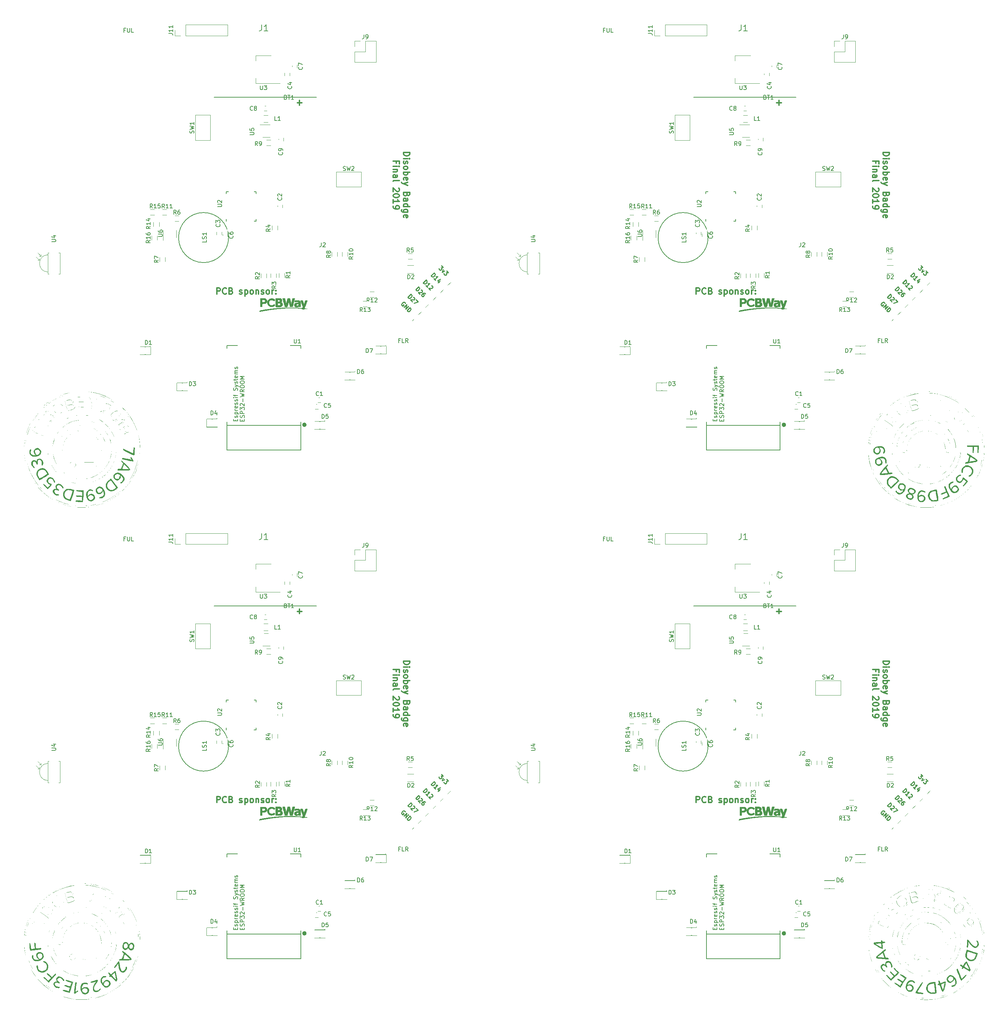
<source format=gto>
G04 #@! TF.FileFunction,Legend,Top*
%FSLAX46Y46*%
G04 Gerber Fmt 4.6, Leading zero omitted, Abs format (unit mm)*
G04 Created by KiCad (PCBNEW 4.0.7-e2-6376~58~ubuntu16.04.1) date Sat Nov  3 10:32:11 2018*
%MOMM*%
%LPD*%
G01*
G04 APERTURE LIST*
%ADD10C,0.150000*%
%ADD11C,0.300000*%
%ADD12C,0.250000*%
%ADD13C,0.120000*%
%ADD14C,0.010000*%
%ADD15C,0.500000*%
%ADD16C,2.540000*%
%ADD17R,1.150000X1.200000*%
%ADD18R,1.050000X1.460000*%
%ADD19R,1.300000X0.900000*%
%ADD20R,0.900000X1.300000*%
%ADD21R,1.200000X1.150000*%
%ADD22R,2.580000X2.000000*%
%ADD23R,2.000000X2.580000*%
%ADD24R,1.620000X1.050000*%
%ADD25R,2.200000X2.200000*%
%ADD26C,2.200000*%
%ADD27R,2.400000X4.200000*%
%ADD28R,2.400000X1.900000*%
%ADD29O,2.924000X1.700000*%
%ADD30R,1.400000X1.650000*%
%ADD31R,2.100000X2.100000*%
%ADD32O,2.100000X2.100000*%
%ADD33R,1.250000X1.050000*%
%ADD34R,2.400000X2.100000*%
%ADD35R,2.000000X1.800000*%
%ADD36R,0.800000X1.750000*%
%ADD37R,2.300000X2.000000*%
%ADD38O,0.700000X1.650000*%
%ADD39R,2.400000X3.400000*%
%ADD40O,0.650000X1.100000*%
%ADD41R,0.650000X1.100000*%
%ADD42O,1.100000X0.650000*%
%ADD43R,1.100000X0.650000*%
%ADD44R,1.687500X1.687500*%
%ADD45O,1.900000X2.924000*%
%ADD46O,2.900000X1.300000*%
%ADD47O,1.300000X2.900000*%
G04 APERTURE END LIST*
D10*
D11*
X187310714Y-144603571D02*
X187310714Y-143103571D01*
X187882142Y-143103571D01*
X188025000Y-143175000D01*
X188096428Y-143246429D01*
X188167857Y-143389286D01*
X188167857Y-143603571D01*
X188096428Y-143746429D01*
X188025000Y-143817857D01*
X187882142Y-143889286D01*
X187310714Y-143889286D01*
X189667857Y-144460714D02*
X189596428Y-144532143D01*
X189382142Y-144603571D01*
X189239285Y-144603571D01*
X189025000Y-144532143D01*
X188882142Y-144389286D01*
X188810714Y-144246429D01*
X188739285Y-143960714D01*
X188739285Y-143746429D01*
X188810714Y-143460714D01*
X188882142Y-143317857D01*
X189025000Y-143175000D01*
X189239285Y-143103571D01*
X189382142Y-143103571D01*
X189596428Y-143175000D01*
X189667857Y-143246429D01*
X190810714Y-143817857D02*
X191025000Y-143889286D01*
X191096428Y-143960714D01*
X191167857Y-144103571D01*
X191167857Y-144317857D01*
X191096428Y-144460714D01*
X191025000Y-144532143D01*
X190882142Y-144603571D01*
X190310714Y-144603571D01*
X190310714Y-143103571D01*
X190810714Y-143103571D01*
X190953571Y-143175000D01*
X191025000Y-143246429D01*
X191096428Y-143389286D01*
X191096428Y-143532143D01*
X191025000Y-143675000D01*
X190953571Y-143746429D01*
X190810714Y-143817857D01*
X190310714Y-143817857D01*
X192882142Y-144532143D02*
X193024999Y-144603571D01*
X193310714Y-144603571D01*
X193453571Y-144532143D01*
X193524999Y-144389286D01*
X193524999Y-144317857D01*
X193453571Y-144175000D01*
X193310714Y-144103571D01*
X193096428Y-144103571D01*
X192953571Y-144032143D01*
X192882142Y-143889286D01*
X192882142Y-143817857D01*
X192953571Y-143675000D01*
X193096428Y-143603571D01*
X193310714Y-143603571D01*
X193453571Y-143675000D01*
X194167857Y-143603571D02*
X194167857Y-145103571D01*
X194167857Y-143675000D02*
X194310714Y-143603571D01*
X194596428Y-143603571D01*
X194739285Y-143675000D01*
X194810714Y-143746429D01*
X194882143Y-143889286D01*
X194882143Y-144317857D01*
X194810714Y-144460714D01*
X194739285Y-144532143D01*
X194596428Y-144603571D01*
X194310714Y-144603571D01*
X194167857Y-144532143D01*
X195739286Y-144603571D02*
X195596428Y-144532143D01*
X195525000Y-144460714D01*
X195453571Y-144317857D01*
X195453571Y-143889286D01*
X195525000Y-143746429D01*
X195596428Y-143675000D01*
X195739286Y-143603571D01*
X195953571Y-143603571D01*
X196096428Y-143675000D01*
X196167857Y-143746429D01*
X196239286Y-143889286D01*
X196239286Y-144317857D01*
X196167857Y-144460714D01*
X196096428Y-144532143D01*
X195953571Y-144603571D01*
X195739286Y-144603571D01*
X196882143Y-143603571D02*
X196882143Y-144603571D01*
X196882143Y-143746429D02*
X196953571Y-143675000D01*
X197096429Y-143603571D01*
X197310714Y-143603571D01*
X197453571Y-143675000D01*
X197525000Y-143817857D01*
X197525000Y-144603571D01*
X198167857Y-144532143D02*
X198310714Y-144603571D01*
X198596429Y-144603571D01*
X198739286Y-144532143D01*
X198810714Y-144389286D01*
X198810714Y-144317857D01*
X198739286Y-144175000D01*
X198596429Y-144103571D01*
X198382143Y-144103571D01*
X198239286Y-144032143D01*
X198167857Y-143889286D01*
X198167857Y-143817857D01*
X198239286Y-143675000D01*
X198382143Y-143603571D01*
X198596429Y-143603571D01*
X198739286Y-143675000D01*
X199667858Y-144603571D02*
X199525000Y-144532143D01*
X199453572Y-144460714D01*
X199382143Y-144317857D01*
X199382143Y-143889286D01*
X199453572Y-143746429D01*
X199525000Y-143675000D01*
X199667858Y-143603571D01*
X199882143Y-143603571D01*
X200025000Y-143675000D01*
X200096429Y-143746429D01*
X200167858Y-143889286D01*
X200167858Y-144317857D01*
X200096429Y-144460714D01*
X200025000Y-144532143D01*
X199882143Y-144603571D01*
X199667858Y-144603571D01*
X200810715Y-144603571D02*
X200810715Y-143603571D01*
X200810715Y-143889286D02*
X200882143Y-143746429D01*
X200953572Y-143675000D01*
X201096429Y-143603571D01*
X201239286Y-143603571D01*
X201739286Y-144460714D02*
X201810714Y-144532143D01*
X201739286Y-144603571D01*
X201667857Y-144532143D01*
X201739286Y-144460714D01*
X201739286Y-144603571D01*
X201739286Y-143675000D02*
X201810714Y-143746429D01*
X201739286Y-143817857D01*
X201667857Y-143746429D01*
X201739286Y-143675000D01*
X201739286Y-143817857D01*
X70310714Y-144603571D02*
X70310714Y-143103571D01*
X70882142Y-143103571D01*
X71025000Y-143175000D01*
X71096428Y-143246429D01*
X71167857Y-143389286D01*
X71167857Y-143603571D01*
X71096428Y-143746429D01*
X71025000Y-143817857D01*
X70882142Y-143889286D01*
X70310714Y-143889286D01*
X72667857Y-144460714D02*
X72596428Y-144532143D01*
X72382142Y-144603571D01*
X72239285Y-144603571D01*
X72025000Y-144532143D01*
X71882142Y-144389286D01*
X71810714Y-144246429D01*
X71739285Y-143960714D01*
X71739285Y-143746429D01*
X71810714Y-143460714D01*
X71882142Y-143317857D01*
X72025000Y-143175000D01*
X72239285Y-143103571D01*
X72382142Y-143103571D01*
X72596428Y-143175000D01*
X72667857Y-143246429D01*
X73810714Y-143817857D02*
X74025000Y-143889286D01*
X74096428Y-143960714D01*
X74167857Y-144103571D01*
X74167857Y-144317857D01*
X74096428Y-144460714D01*
X74025000Y-144532143D01*
X73882142Y-144603571D01*
X73310714Y-144603571D01*
X73310714Y-143103571D01*
X73810714Y-143103571D01*
X73953571Y-143175000D01*
X74025000Y-143246429D01*
X74096428Y-143389286D01*
X74096428Y-143532143D01*
X74025000Y-143675000D01*
X73953571Y-143746429D01*
X73810714Y-143817857D01*
X73310714Y-143817857D01*
X75882142Y-144532143D02*
X76024999Y-144603571D01*
X76310714Y-144603571D01*
X76453571Y-144532143D01*
X76524999Y-144389286D01*
X76524999Y-144317857D01*
X76453571Y-144175000D01*
X76310714Y-144103571D01*
X76096428Y-144103571D01*
X75953571Y-144032143D01*
X75882142Y-143889286D01*
X75882142Y-143817857D01*
X75953571Y-143675000D01*
X76096428Y-143603571D01*
X76310714Y-143603571D01*
X76453571Y-143675000D01*
X77167857Y-143603571D02*
X77167857Y-145103571D01*
X77167857Y-143675000D02*
X77310714Y-143603571D01*
X77596428Y-143603571D01*
X77739285Y-143675000D01*
X77810714Y-143746429D01*
X77882143Y-143889286D01*
X77882143Y-144317857D01*
X77810714Y-144460714D01*
X77739285Y-144532143D01*
X77596428Y-144603571D01*
X77310714Y-144603571D01*
X77167857Y-144532143D01*
X78739286Y-144603571D02*
X78596428Y-144532143D01*
X78525000Y-144460714D01*
X78453571Y-144317857D01*
X78453571Y-143889286D01*
X78525000Y-143746429D01*
X78596428Y-143675000D01*
X78739286Y-143603571D01*
X78953571Y-143603571D01*
X79096428Y-143675000D01*
X79167857Y-143746429D01*
X79239286Y-143889286D01*
X79239286Y-144317857D01*
X79167857Y-144460714D01*
X79096428Y-144532143D01*
X78953571Y-144603571D01*
X78739286Y-144603571D01*
X79882143Y-143603571D02*
X79882143Y-144603571D01*
X79882143Y-143746429D02*
X79953571Y-143675000D01*
X80096429Y-143603571D01*
X80310714Y-143603571D01*
X80453571Y-143675000D01*
X80525000Y-143817857D01*
X80525000Y-144603571D01*
X81167857Y-144532143D02*
X81310714Y-144603571D01*
X81596429Y-144603571D01*
X81739286Y-144532143D01*
X81810714Y-144389286D01*
X81810714Y-144317857D01*
X81739286Y-144175000D01*
X81596429Y-144103571D01*
X81382143Y-144103571D01*
X81239286Y-144032143D01*
X81167857Y-143889286D01*
X81167857Y-143817857D01*
X81239286Y-143675000D01*
X81382143Y-143603571D01*
X81596429Y-143603571D01*
X81739286Y-143675000D01*
X82667858Y-144603571D02*
X82525000Y-144532143D01*
X82453572Y-144460714D01*
X82382143Y-144317857D01*
X82382143Y-143889286D01*
X82453572Y-143746429D01*
X82525000Y-143675000D01*
X82667858Y-143603571D01*
X82882143Y-143603571D01*
X83025000Y-143675000D01*
X83096429Y-143746429D01*
X83167858Y-143889286D01*
X83167858Y-144317857D01*
X83096429Y-144460714D01*
X83025000Y-144532143D01*
X82882143Y-144603571D01*
X82667858Y-144603571D01*
X83810715Y-144603571D02*
X83810715Y-143603571D01*
X83810715Y-143889286D02*
X83882143Y-143746429D01*
X83953572Y-143675000D01*
X84096429Y-143603571D01*
X84239286Y-143603571D01*
X84739286Y-144460714D02*
X84810714Y-144532143D01*
X84739286Y-144603571D01*
X84667857Y-144532143D01*
X84739286Y-144460714D01*
X84739286Y-144603571D01*
X84739286Y-143675000D02*
X84810714Y-143746429D01*
X84739286Y-143817857D01*
X84667857Y-143746429D01*
X84739286Y-143675000D01*
X84739286Y-143817857D01*
X187310714Y-20603571D02*
X187310714Y-19103571D01*
X187882142Y-19103571D01*
X188025000Y-19175000D01*
X188096428Y-19246429D01*
X188167857Y-19389286D01*
X188167857Y-19603571D01*
X188096428Y-19746429D01*
X188025000Y-19817857D01*
X187882142Y-19889286D01*
X187310714Y-19889286D01*
X189667857Y-20460714D02*
X189596428Y-20532143D01*
X189382142Y-20603571D01*
X189239285Y-20603571D01*
X189025000Y-20532143D01*
X188882142Y-20389286D01*
X188810714Y-20246429D01*
X188739285Y-19960714D01*
X188739285Y-19746429D01*
X188810714Y-19460714D01*
X188882142Y-19317857D01*
X189025000Y-19175000D01*
X189239285Y-19103571D01*
X189382142Y-19103571D01*
X189596428Y-19175000D01*
X189667857Y-19246429D01*
X190810714Y-19817857D02*
X191025000Y-19889286D01*
X191096428Y-19960714D01*
X191167857Y-20103571D01*
X191167857Y-20317857D01*
X191096428Y-20460714D01*
X191025000Y-20532143D01*
X190882142Y-20603571D01*
X190310714Y-20603571D01*
X190310714Y-19103571D01*
X190810714Y-19103571D01*
X190953571Y-19175000D01*
X191025000Y-19246429D01*
X191096428Y-19389286D01*
X191096428Y-19532143D01*
X191025000Y-19675000D01*
X190953571Y-19746429D01*
X190810714Y-19817857D01*
X190310714Y-19817857D01*
X192882142Y-20532143D02*
X193024999Y-20603571D01*
X193310714Y-20603571D01*
X193453571Y-20532143D01*
X193524999Y-20389286D01*
X193524999Y-20317857D01*
X193453571Y-20175000D01*
X193310714Y-20103571D01*
X193096428Y-20103571D01*
X192953571Y-20032143D01*
X192882142Y-19889286D01*
X192882142Y-19817857D01*
X192953571Y-19675000D01*
X193096428Y-19603571D01*
X193310714Y-19603571D01*
X193453571Y-19675000D01*
X194167857Y-19603571D02*
X194167857Y-21103571D01*
X194167857Y-19675000D02*
X194310714Y-19603571D01*
X194596428Y-19603571D01*
X194739285Y-19675000D01*
X194810714Y-19746429D01*
X194882143Y-19889286D01*
X194882143Y-20317857D01*
X194810714Y-20460714D01*
X194739285Y-20532143D01*
X194596428Y-20603571D01*
X194310714Y-20603571D01*
X194167857Y-20532143D01*
X195739286Y-20603571D02*
X195596428Y-20532143D01*
X195525000Y-20460714D01*
X195453571Y-20317857D01*
X195453571Y-19889286D01*
X195525000Y-19746429D01*
X195596428Y-19675000D01*
X195739286Y-19603571D01*
X195953571Y-19603571D01*
X196096428Y-19675000D01*
X196167857Y-19746429D01*
X196239286Y-19889286D01*
X196239286Y-20317857D01*
X196167857Y-20460714D01*
X196096428Y-20532143D01*
X195953571Y-20603571D01*
X195739286Y-20603571D01*
X196882143Y-19603571D02*
X196882143Y-20603571D01*
X196882143Y-19746429D02*
X196953571Y-19675000D01*
X197096429Y-19603571D01*
X197310714Y-19603571D01*
X197453571Y-19675000D01*
X197525000Y-19817857D01*
X197525000Y-20603571D01*
X198167857Y-20532143D02*
X198310714Y-20603571D01*
X198596429Y-20603571D01*
X198739286Y-20532143D01*
X198810714Y-20389286D01*
X198810714Y-20317857D01*
X198739286Y-20175000D01*
X198596429Y-20103571D01*
X198382143Y-20103571D01*
X198239286Y-20032143D01*
X198167857Y-19889286D01*
X198167857Y-19817857D01*
X198239286Y-19675000D01*
X198382143Y-19603571D01*
X198596429Y-19603571D01*
X198739286Y-19675000D01*
X199667858Y-20603571D02*
X199525000Y-20532143D01*
X199453572Y-20460714D01*
X199382143Y-20317857D01*
X199382143Y-19889286D01*
X199453572Y-19746429D01*
X199525000Y-19675000D01*
X199667858Y-19603571D01*
X199882143Y-19603571D01*
X200025000Y-19675000D01*
X200096429Y-19746429D01*
X200167858Y-19889286D01*
X200167858Y-20317857D01*
X200096429Y-20460714D01*
X200025000Y-20532143D01*
X199882143Y-20603571D01*
X199667858Y-20603571D01*
X200810715Y-20603571D02*
X200810715Y-19603571D01*
X200810715Y-19889286D02*
X200882143Y-19746429D01*
X200953572Y-19675000D01*
X201096429Y-19603571D01*
X201239286Y-19603571D01*
X201739286Y-20460714D02*
X201810714Y-20532143D01*
X201739286Y-20603571D01*
X201667857Y-20532143D01*
X201739286Y-20460714D01*
X201739286Y-20603571D01*
X201739286Y-19675000D02*
X201810714Y-19746429D01*
X201739286Y-19817857D01*
X201667857Y-19746429D01*
X201739286Y-19675000D01*
X201739286Y-19817857D01*
X232921429Y-110071429D02*
X234421429Y-110071429D01*
X234421429Y-110428572D01*
X234350000Y-110642857D01*
X234207143Y-110785715D01*
X234064286Y-110857143D01*
X233778571Y-110928572D01*
X233564286Y-110928572D01*
X233278571Y-110857143D01*
X233135714Y-110785715D01*
X232992857Y-110642857D01*
X232921429Y-110428572D01*
X232921429Y-110071429D01*
X232921429Y-111571429D02*
X233921429Y-111571429D01*
X234421429Y-111571429D02*
X234350000Y-111500000D01*
X234278571Y-111571429D01*
X234350000Y-111642857D01*
X234421429Y-111571429D01*
X234278571Y-111571429D01*
X232992857Y-112214286D02*
X232921429Y-112357143D01*
X232921429Y-112642858D01*
X232992857Y-112785715D01*
X233135714Y-112857143D01*
X233207143Y-112857143D01*
X233350000Y-112785715D01*
X233421429Y-112642858D01*
X233421429Y-112428572D01*
X233492857Y-112285715D01*
X233635714Y-112214286D01*
X233707143Y-112214286D01*
X233850000Y-112285715D01*
X233921429Y-112428572D01*
X233921429Y-112642858D01*
X233850000Y-112785715D01*
X232921429Y-113714287D02*
X232992857Y-113571429D01*
X233064286Y-113500001D01*
X233207143Y-113428572D01*
X233635714Y-113428572D01*
X233778571Y-113500001D01*
X233850000Y-113571429D01*
X233921429Y-113714287D01*
X233921429Y-113928572D01*
X233850000Y-114071429D01*
X233778571Y-114142858D01*
X233635714Y-114214287D01*
X233207143Y-114214287D01*
X233064286Y-114142858D01*
X232992857Y-114071429D01*
X232921429Y-113928572D01*
X232921429Y-113714287D01*
X232921429Y-114857144D02*
X234421429Y-114857144D01*
X233850000Y-114857144D02*
X233921429Y-115000001D01*
X233921429Y-115285715D01*
X233850000Y-115428572D01*
X233778571Y-115500001D01*
X233635714Y-115571430D01*
X233207143Y-115571430D01*
X233064286Y-115500001D01*
X232992857Y-115428572D01*
X232921429Y-115285715D01*
X232921429Y-115000001D01*
X232992857Y-114857144D01*
X232992857Y-116785715D02*
X232921429Y-116642858D01*
X232921429Y-116357144D01*
X232992857Y-116214287D01*
X233135714Y-116142858D01*
X233707143Y-116142858D01*
X233850000Y-116214287D01*
X233921429Y-116357144D01*
X233921429Y-116642858D01*
X233850000Y-116785715D01*
X233707143Y-116857144D01*
X233564286Y-116857144D01*
X233421429Y-116142858D01*
X233921429Y-117357144D02*
X232921429Y-117714287D01*
X233921429Y-118071429D02*
X232921429Y-117714287D01*
X232564286Y-117571429D01*
X232492857Y-117500001D01*
X232421429Y-117357144D01*
X233707143Y-120285715D02*
X233635714Y-120500001D01*
X233564286Y-120571429D01*
X233421429Y-120642858D01*
X233207143Y-120642858D01*
X233064286Y-120571429D01*
X232992857Y-120500001D01*
X232921429Y-120357143D01*
X232921429Y-119785715D01*
X234421429Y-119785715D01*
X234421429Y-120285715D01*
X234350000Y-120428572D01*
X234278571Y-120500001D01*
X234135714Y-120571429D01*
X233992857Y-120571429D01*
X233850000Y-120500001D01*
X233778571Y-120428572D01*
X233707143Y-120285715D01*
X233707143Y-119785715D01*
X232921429Y-121928572D02*
X233707143Y-121928572D01*
X233850000Y-121857143D01*
X233921429Y-121714286D01*
X233921429Y-121428572D01*
X233850000Y-121285715D01*
X232992857Y-121928572D02*
X232921429Y-121785715D01*
X232921429Y-121428572D01*
X232992857Y-121285715D01*
X233135714Y-121214286D01*
X233278571Y-121214286D01*
X233421429Y-121285715D01*
X233492857Y-121428572D01*
X233492857Y-121785715D01*
X233564286Y-121928572D01*
X232921429Y-123285715D02*
X234421429Y-123285715D01*
X232992857Y-123285715D02*
X232921429Y-123142858D01*
X232921429Y-122857144D01*
X232992857Y-122714286D01*
X233064286Y-122642858D01*
X233207143Y-122571429D01*
X233635714Y-122571429D01*
X233778571Y-122642858D01*
X233850000Y-122714286D01*
X233921429Y-122857144D01*
X233921429Y-123142858D01*
X233850000Y-123285715D01*
X233921429Y-124642858D02*
X232707143Y-124642858D01*
X232564286Y-124571429D01*
X232492857Y-124500001D01*
X232421429Y-124357144D01*
X232421429Y-124142858D01*
X232492857Y-124000001D01*
X232992857Y-124642858D02*
X232921429Y-124500001D01*
X232921429Y-124214287D01*
X232992857Y-124071429D01*
X233064286Y-124000001D01*
X233207143Y-123928572D01*
X233635714Y-123928572D01*
X233778571Y-124000001D01*
X233850000Y-124071429D01*
X233921429Y-124214287D01*
X233921429Y-124500001D01*
X233850000Y-124642858D01*
X232992857Y-125928572D02*
X232921429Y-125785715D01*
X232921429Y-125500001D01*
X232992857Y-125357144D01*
X233135714Y-125285715D01*
X233707143Y-125285715D01*
X233850000Y-125357144D01*
X233921429Y-125500001D01*
X233921429Y-125785715D01*
X233850000Y-125928572D01*
X233707143Y-126000001D01*
X233564286Y-126000001D01*
X233421429Y-125285715D01*
X231157143Y-112678573D02*
X231157143Y-112178573D01*
X230371429Y-112178573D02*
X231871429Y-112178573D01*
X231871429Y-112892859D01*
X230371429Y-113464287D02*
X231371429Y-113464287D01*
X231871429Y-113464287D02*
X231800000Y-113392858D01*
X231728571Y-113464287D01*
X231800000Y-113535715D01*
X231871429Y-113464287D01*
X231728571Y-113464287D01*
X231371429Y-114178573D02*
X230371429Y-114178573D01*
X231228571Y-114178573D02*
X231300000Y-114250001D01*
X231371429Y-114392859D01*
X231371429Y-114607144D01*
X231300000Y-114750001D01*
X231157143Y-114821430D01*
X230371429Y-114821430D01*
X230371429Y-116178573D02*
X231157143Y-116178573D01*
X231300000Y-116107144D01*
X231371429Y-115964287D01*
X231371429Y-115678573D01*
X231300000Y-115535716D01*
X230442857Y-116178573D02*
X230371429Y-116035716D01*
X230371429Y-115678573D01*
X230442857Y-115535716D01*
X230585714Y-115464287D01*
X230728571Y-115464287D01*
X230871429Y-115535716D01*
X230942857Y-115678573D01*
X230942857Y-116035716D01*
X231014286Y-116178573D01*
X230371429Y-117107145D02*
X230442857Y-116964287D01*
X230585714Y-116892859D01*
X231871429Y-116892859D01*
X231728571Y-118750001D02*
X231800000Y-118821430D01*
X231871429Y-118964287D01*
X231871429Y-119321430D01*
X231800000Y-119464287D01*
X231728571Y-119535716D01*
X231585714Y-119607144D01*
X231442857Y-119607144D01*
X231228571Y-119535716D01*
X230371429Y-118678573D01*
X230371429Y-119607144D01*
X231871429Y-120535715D02*
X231871429Y-120678572D01*
X231800000Y-120821429D01*
X231728571Y-120892858D01*
X231585714Y-120964287D01*
X231300000Y-121035715D01*
X230942857Y-121035715D01*
X230657143Y-120964287D01*
X230514286Y-120892858D01*
X230442857Y-120821429D01*
X230371429Y-120678572D01*
X230371429Y-120535715D01*
X230442857Y-120392858D01*
X230514286Y-120321429D01*
X230657143Y-120250001D01*
X230942857Y-120178572D01*
X231300000Y-120178572D01*
X231585714Y-120250001D01*
X231728571Y-120321429D01*
X231800000Y-120392858D01*
X231871429Y-120535715D01*
X230371429Y-122464286D02*
X230371429Y-121607143D01*
X230371429Y-122035715D02*
X231871429Y-122035715D01*
X231657143Y-121892858D01*
X231514286Y-121750000D01*
X231442857Y-121607143D01*
X230371429Y-123178571D02*
X230371429Y-123464286D01*
X230442857Y-123607143D01*
X230514286Y-123678571D01*
X230728571Y-123821429D01*
X231014286Y-123892857D01*
X231585714Y-123892857D01*
X231728571Y-123821429D01*
X231800000Y-123750000D01*
X231871429Y-123607143D01*
X231871429Y-123321429D01*
X231800000Y-123178571D01*
X231728571Y-123107143D01*
X231585714Y-123035714D01*
X231228571Y-123035714D01*
X231085714Y-123107143D01*
X231014286Y-123178571D01*
X230942857Y-123321429D01*
X230942857Y-123607143D01*
X231014286Y-123750000D01*
X231085714Y-123821429D01*
X231228571Y-123892857D01*
X115921429Y-110071429D02*
X117421429Y-110071429D01*
X117421429Y-110428572D01*
X117350000Y-110642857D01*
X117207143Y-110785715D01*
X117064286Y-110857143D01*
X116778571Y-110928572D01*
X116564286Y-110928572D01*
X116278571Y-110857143D01*
X116135714Y-110785715D01*
X115992857Y-110642857D01*
X115921429Y-110428572D01*
X115921429Y-110071429D01*
X115921429Y-111571429D02*
X116921429Y-111571429D01*
X117421429Y-111571429D02*
X117350000Y-111500000D01*
X117278571Y-111571429D01*
X117350000Y-111642857D01*
X117421429Y-111571429D01*
X117278571Y-111571429D01*
X115992857Y-112214286D02*
X115921429Y-112357143D01*
X115921429Y-112642858D01*
X115992857Y-112785715D01*
X116135714Y-112857143D01*
X116207143Y-112857143D01*
X116350000Y-112785715D01*
X116421429Y-112642858D01*
X116421429Y-112428572D01*
X116492857Y-112285715D01*
X116635714Y-112214286D01*
X116707143Y-112214286D01*
X116850000Y-112285715D01*
X116921429Y-112428572D01*
X116921429Y-112642858D01*
X116850000Y-112785715D01*
X115921429Y-113714287D02*
X115992857Y-113571429D01*
X116064286Y-113500001D01*
X116207143Y-113428572D01*
X116635714Y-113428572D01*
X116778571Y-113500001D01*
X116850000Y-113571429D01*
X116921429Y-113714287D01*
X116921429Y-113928572D01*
X116850000Y-114071429D01*
X116778571Y-114142858D01*
X116635714Y-114214287D01*
X116207143Y-114214287D01*
X116064286Y-114142858D01*
X115992857Y-114071429D01*
X115921429Y-113928572D01*
X115921429Y-113714287D01*
X115921429Y-114857144D02*
X117421429Y-114857144D01*
X116850000Y-114857144D02*
X116921429Y-115000001D01*
X116921429Y-115285715D01*
X116850000Y-115428572D01*
X116778571Y-115500001D01*
X116635714Y-115571430D01*
X116207143Y-115571430D01*
X116064286Y-115500001D01*
X115992857Y-115428572D01*
X115921429Y-115285715D01*
X115921429Y-115000001D01*
X115992857Y-114857144D01*
X115992857Y-116785715D02*
X115921429Y-116642858D01*
X115921429Y-116357144D01*
X115992857Y-116214287D01*
X116135714Y-116142858D01*
X116707143Y-116142858D01*
X116850000Y-116214287D01*
X116921429Y-116357144D01*
X116921429Y-116642858D01*
X116850000Y-116785715D01*
X116707143Y-116857144D01*
X116564286Y-116857144D01*
X116421429Y-116142858D01*
X116921429Y-117357144D02*
X115921429Y-117714287D01*
X116921429Y-118071429D02*
X115921429Y-117714287D01*
X115564286Y-117571429D01*
X115492857Y-117500001D01*
X115421429Y-117357144D01*
X116707143Y-120285715D02*
X116635714Y-120500001D01*
X116564286Y-120571429D01*
X116421429Y-120642858D01*
X116207143Y-120642858D01*
X116064286Y-120571429D01*
X115992857Y-120500001D01*
X115921429Y-120357143D01*
X115921429Y-119785715D01*
X117421429Y-119785715D01*
X117421429Y-120285715D01*
X117350000Y-120428572D01*
X117278571Y-120500001D01*
X117135714Y-120571429D01*
X116992857Y-120571429D01*
X116850000Y-120500001D01*
X116778571Y-120428572D01*
X116707143Y-120285715D01*
X116707143Y-119785715D01*
X115921429Y-121928572D02*
X116707143Y-121928572D01*
X116850000Y-121857143D01*
X116921429Y-121714286D01*
X116921429Y-121428572D01*
X116850000Y-121285715D01*
X115992857Y-121928572D02*
X115921429Y-121785715D01*
X115921429Y-121428572D01*
X115992857Y-121285715D01*
X116135714Y-121214286D01*
X116278571Y-121214286D01*
X116421429Y-121285715D01*
X116492857Y-121428572D01*
X116492857Y-121785715D01*
X116564286Y-121928572D01*
X115921429Y-123285715D02*
X117421429Y-123285715D01*
X115992857Y-123285715D02*
X115921429Y-123142858D01*
X115921429Y-122857144D01*
X115992857Y-122714286D01*
X116064286Y-122642858D01*
X116207143Y-122571429D01*
X116635714Y-122571429D01*
X116778571Y-122642858D01*
X116850000Y-122714286D01*
X116921429Y-122857144D01*
X116921429Y-123142858D01*
X116850000Y-123285715D01*
X116921429Y-124642858D02*
X115707143Y-124642858D01*
X115564286Y-124571429D01*
X115492857Y-124500001D01*
X115421429Y-124357144D01*
X115421429Y-124142858D01*
X115492857Y-124000001D01*
X115992857Y-124642858D02*
X115921429Y-124500001D01*
X115921429Y-124214287D01*
X115992857Y-124071429D01*
X116064286Y-124000001D01*
X116207143Y-123928572D01*
X116635714Y-123928572D01*
X116778571Y-124000001D01*
X116850000Y-124071429D01*
X116921429Y-124214287D01*
X116921429Y-124500001D01*
X116850000Y-124642858D01*
X115992857Y-125928572D02*
X115921429Y-125785715D01*
X115921429Y-125500001D01*
X115992857Y-125357144D01*
X116135714Y-125285715D01*
X116707143Y-125285715D01*
X116850000Y-125357144D01*
X116921429Y-125500001D01*
X116921429Y-125785715D01*
X116850000Y-125928572D01*
X116707143Y-126000001D01*
X116564286Y-126000001D01*
X116421429Y-125285715D01*
X114157143Y-112678573D02*
X114157143Y-112178573D01*
X113371429Y-112178573D02*
X114871429Y-112178573D01*
X114871429Y-112892859D01*
X113371429Y-113464287D02*
X114371429Y-113464287D01*
X114871429Y-113464287D02*
X114800000Y-113392858D01*
X114728571Y-113464287D01*
X114800000Y-113535715D01*
X114871429Y-113464287D01*
X114728571Y-113464287D01*
X114371429Y-114178573D02*
X113371429Y-114178573D01*
X114228571Y-114178573D02*
X114300000Y-114250001D01*
X114371429Y-114392859D01*
X114371429Y-114607144D01*
X114300000Y-114750001D01*
X114157143Y-114821430D01*
X113371429Y-114821430D01*
X113371429Y-116178573D02*
X114157143Y-116178573D01*
X114300000Y-116107144D01*
X114371429Y-115964287D01*
X114371429Y-115678573D01*
X114300000Y-115535716D01*
X113442857Y-116178573D02*
X113371429Y-116035716D01*
X113371429Y-115678573D01*
X113442857Y-115535716D01*
X113585714Y-115464287D01*
X113728571Y-115464287D01*
X113871429Y-115535716D01*
X113942857Y-115678573D01*
X113942857Y-116035716D01*
X114014286Y-116178573D01*
X113371429Y-117107145D02*
X113442857Y-116964287D01*
X113585714Y-116892859D01*
X114871429Y-116892859D01*
X114728571Y-118750001D02*
X114800000Y-118821430D01*
X114871429Y-118964287D01*
X114871429Y-119321430D01*
X114800000Y-119464287D01*
X114728571Y-119535716D01*
X114585714Y-119607144D01*
X114442857Y-119607144D01*
X114228571Y-119535716D01*
X113371429Y-118678573D01*
X113371429Y-119607144D01*
X114871429Y-120535715D02*
X114871429Y-120678572D01*
X114800000Y-120821429D01*
X114728571Y-120892858D01*
X114585714Y-120964287D01*
X114300000Y-121035715D01*
X113942857Y-121035715D01*
X113657143Y-120964287D01*
X113514286Y-120892858D01*
X113442857Y-120821429D01*
X113371429Y-120678572D01*
X113371429Y-120535715D01*
X113442857Y-120392858D01*
X113514286Y-120321429D01*
X113657143Y-120250001D01*
X113942857Y-120178572D01*
X114300000Y-120178572D01*
X114585714Y-120250001D01*
X114728571Y-120321429D01*
X114800000Y-120392858D01*
X114871429Y-120535715D01*
X113371429Y-122464286D02*
X113371429Y-121607143D01*
X113371429Y-122035715D02*
X114871429Y-122035715D01*
X114657143Y-121892858D01*
X114514286Y-121750000D01*
X114442857Y-121607143D01*
X113371429Y-123178571D02*
X113371429Y-123464286D01*
X113442857Y-123607143D01*
X113514286Y-123678571D01*
X113728571Y-123821429D01*
X114014286Y-123892857D01*
X114585714Y-123892857D01*
X114728571Y-123821429D01*
X114800000Y-123750000D01*
X114871429Y-123607143D01*
X114871429Y-123321429D01*
X114800000Y-123178571D01*
X114728571Y-123107143D01*
X114585714Y-123035714D01*
X114228571Y-123035714D01*
X114085714Y-123107143D01*
X114014286Y-123178571D01*
X113942857Y-123321429D01*
X113942857Y-123607143D01*
X114014286Y-123750000D01*
X114085714Y-123821429D01*
X114228571Y-123892857D01*
X232921429Y13928571D02*
X234421429Y13928571D01*
X234421429Y13571428D01*
X234350000Y13357143D01*
X234207143Y13214285D01*
X234064286Y13142857D01*
X233778571Y13071428D01*
X233564286Y13071428D01*
X233278571Y13142857D01*
X233135714Y13214285D01*
X232992857Y13357143D01*
X232921429Y13571428D01*
X232921429Y13928571D01*
X232921429Y12428571D02*
X233921429Y12428571D01*
X234421429Y12428571D02*
X234350000Y12500000D01*
X234278571Y12428571D01*
X234350000Y12357143D01*
X234421429Y12428571D01*
X234278571Y12428571D01*
X232992857Y11785714D02*
X232921429Y11642857D01*
X232921429Y11357142D01*
X232992857Y11214285D01*
X233135714Y11142857D01*
X233207143Y11142857D01*
X233350000Y11214285D01*
X233421429Y11357142D01*
X233421429Y11571428D01*
X233492857Y11714285D01*
X233635714Y11785714D01*
X233707143Y11785714D01*
X233850000Y11714285D01*
X233921429Y11571428D01*
X233921429Y11357142D01*
X233850000Y11214285D01*
X232921429Y10285713D02*
X232992857Y10428571D01*
X233064286Y10499999D01*
X233207143Y10571428D01*
X233635714Y10571428D01*
X233778571Y10499999D01*
X233850000Y10428571D01*
X233921429Y10285713D01*
X233921429Y10071428D01*
X233850000Y9928571D01*
X233778571Y9857142D01*
X233635714Y9785713D01*
X233207143Y9785713D01*
X233064286Y9857142D01*
X232992857Y9928571D01*
X232921429Y10071428D01*
X232921429Y10285713D01*
X232921429Y9142856D02*
X234421429Y9142856D01*
X233850000Y9142856D02*
X233921429Y8999999D01*
X233921429Y8714285D01*
X233850000Y8571428D01*
X233778571Y8499999D01*
X233635714Y8428570D01*
X233207143Y8428570D01*
X233064286Y8499999D01*
X232992857Y8571428D01*
X232921429Y8714285D01*
X232921429Y8999999D01*
X232992857Y9142856D01*
X232992857Y7214285D02*
X232921429Y7357142D01*
X232921429Y7642856D01*
X232992857Y7785713D01*
X233135714Y7857142D01*
X233707143Y7857142D01*
X233850000Y7785713D01*
X233921429Y7642856D01*
X233921429Y7357142D01*
X233850000Y7214285D01*
X233707143Y7142856D01*
X233564286Y7142856D01*
X233421429Y7857142D01*
X233921429Y6642856D02*
X232921429Y6285713D01*
X233921429Y5928571D02*
X232921429Y6285713D01*
X232564286Y6428571D01*
X232492857Y6499999D01*
X232421429Y6642856D01*
X233707143Y3714285D02*
X233635714Y3499999D01*
X233564286Y3428571D01*
X233421429Y3357142D01*
X233207143Y3357142D01*
X233064286Y3428571D01*
X232992857Y3499999D01*
X232921429Y3642857D01*
X232921429Y4214285D01*
X234421429Y4214285D01*
X234421429Y3714285D01*
X234350000Y3571428D01*
X234278571Y3499999D01*
X234135714Y3428571D01*
X233992857Y3428571D01*
X233850000Y3499999D01*
X233778571Y3571428D01*
X233707143Y3714285D01*
X233707143Y4214285D01*
X232921429Y2071428D02*
X233707143Y2071428D01*
X233850000Y2142857D01*
X233921429Y2285714D01*
X233921429Y2571428D01*
X233850000Y2714285D01*
X232992857Y2071428D02*
X232921429Y2214285D01*
X232921429Y2571428D01*
X232992857Y2714285D01*
X233135714Y2785714D01*
X233278571Y2785714D01*
X233421429Y2714285D01*
X233492857Y2571428D01*
X233492857Y2214285D01*
X233564286Y2071428D01*
X232921429Y714285D02*
X234421429Y714285D01*
X232992857Y714285D02*
X232921429Y857142D01*
X232921429Y1142856D01*
X232992857Y1285714D01*
X233064286Y1357142D01*
X233207143Y1428571D01*
X233635714Y1428571D01*
X233778571Y1357142D01*
X233850000Y1285714D01*
X233921429Y1142856D01*
X233921429Y857142D01*
X233850000Y714285D01*
X233921429Y-642858D02*
X232707143Y-642858D01*
X232564286Y-571429D01*
X232492857Y-500001D01*
X232421429Y-357144D01*
X232421429Y-142858D01*
X232492857Y-1D01*
X232992857Y-642858D02*
X232921429Y-500001D01*
X232921429Y-214287D01*
X232992857Y-71429D01*
X233064286Y-1D01*
X233207143Y71428D01*
X233635714Y71428D01*
X233778571Y-1D01*
X233850000Y-71429D01*
X233921429Y-214287D01*
X233921429Y-500001D01*
X233850000Y-642858D01*
X232992857Y-1928572D02*
X232921429Y-1785715D01*
X232921429Y-1500001D01*
X232992857Y-1357144D01*
X233135714Y-1285715D01*
X233707143Y-1285715D01*
X233850000Y-1357144D01*
X233921429Y-1500001D01*
X233921429Y-1785715D01*
X233850000Y-1928572D01*
X233707143Y-2000001D01*
X233564286Y-2000001D01*
X233421429Y-1285715D01*
X231157143Y11321427D02*
X231157143Y11821427D01*
X230371429Y11821427D02*
X231871429Y11821427D01*
X231871429Y11107141D01*
X230371429Y10535713D02*
X231371429Y10535713D01*
X231871429Y10535713D02*
X231800000Y10607142D01*
X231728571Y10535713D01*
X231800000Y10464285D01*
X231871429Y10535713D01*
X231728571Y10535713D01*
X231371429Y9821427D02*
X230371429Y9821427D01*
X231228571Y9821427D02*
X231300000Y9749999D01*
X231371429Y9607141D01*
X231371429Y9392856D01*
X231300000Y9249999D01*
X231157143Y9178570D01*
X230371429Y9178570D01*
X230371429Y7821427D02*
X231157143Y7821427D01*
X231300000Y7892856D01*
X231371429Y8035713D01*
X231371429Y8321427D01*
X231300000Y8464284D01*
X230442857Y7821427D02*
X230371429Y7964284D01*
X230371429Y8321427D01*
X230442857Y8464284D01*
X230585714Y8535713D01*
X230728571Y8535713D01*
X230871429Y8464284D01*
X230942857Y8321427D01*
X230942857Y7964284D01*
X231014286Y7821427D01*
X230371429Y6892855D02*
X230442857Y7035713D01*
X230585714Y7107141D01*
X231871429Y7107141D01*
X231728571Y5249999D02*
X231800000Y5178570D01*
X231871429Y5035713D01*
X231871429Y4678570D01*
X231800000Y4535713D01*
X231728571Y4464284D01*
X231585714Y4392856D01*
X231442857Y4392856D01*
X231228571Y4464284D01*
X230371429Y5321427D01*
X230371429Y4392856D01*
X231871429Y3464285D02*
X231871429Y3321428D01*
X231800000Y3178571D01*
X231728571Y3107142D01*
X231585714Y3035713D01*
X231300000Y2964285D01*
X230942857Y2964285D01*
X230657143Y3035713D01*
X230514286Y3107142D01*
X230442857Y3178571D01*
X230371429Y3321428D01*
X230371429Y3464285D01*
X230442857Y3607142D01*
X230514286Y3678571D01*
X230657143Y3749999D01*
X230942857Y3821428D01*
X231300000Y3821428D01*
X231585714Y3749999D01*
X231728571Y3678571D01*
X231800000Y3607142D01*
X231871429Y3464285D01*
X230371429Y1535714D02*
X230371429Y2392857D01*
X230371429Y1964285D02*
X231871429Y1964285D01*
X231657143Y2107142D01*
X231514286Y2250000D01*
X231442857Y2392857D01*
X230371429Y821429D02*
X230371429Y535714D01*
X230442857Y392857D01*
X230514286Y321429D01*
X230728571Y178571D01*
X231014286Y107143D01*
X231585714Y107143D01*
X231728571Y178571D01*
X231800000Y250000D01*
X231871429Y392857D01*
X231871429Y678571D01*
X231800000Y821429D01*
X231728571Y892857D01*
X231585714Y964286D01*
X231228571Y964286D01*
X231085714Y892857D01*
X231014286Y821429D01*
X230942857Y678571D01*
X230942857Y392857D01*
X231014286Y250000D01*
X231085714Y178571D01*
X231228571Y107143D01*
X206953572Y-97957143D02*
X208096429Y-97957143D01*
X207525000Y-98528571D02*
X207525000Y-97385714D01*
X89953572Y-97957143D02*
X91096429Y-97957143D01*
X90525000Y-98528571D02*
X90525000Y-97385714D01*
X206953572Y26042857D02*
X208096429Y26042857D01*
X207525000Y25471429D02*
X207525000Y26614286D01*
D12*
X242145431Y-137695981D02*
X242583164Y-138133714D01*
X242078088Y-138167385D01*
X242179104Y-138268401D01*
X242212776Y-138369416D01*
X242212776Y-138436760D01*
X242179103Y-138537776D01*
X242010745Y-138706134D01*
X241909729Y-138739806D01*
X241842386Y-138739806D01*
X241741371Y-138706134D01*
X241539340Y-138504103D01*
X241505668Y-138403088D01*
X241505668Y-138335745D01*
X242583164Y-138605118D02*
X242280118Y-139244882D01*
X242919882Y-138941836D01*
X243357615Y-138908164D02*
X243795348Y-139345898D01*
X243290271Y-139379569D01*
X243391287Y-139480584D01*
X243424959Y-139581600D01*
X243424959Y-139648943D01*
X243391286Y-139749959D01*
X243222928Y-139918317D01*
X243121913Y-139951989D01*
X243054569Y-139951989D01*
X242953554Y-139918317D01*
X242751523Y-139716286D01*
X242717851Y-139615271D01*
X242717851Y-139547928D01*
X125145431Y-137695981D02*
X125583164Y-138133714D01*
X125078088Y-138167385D01*
X125179104Y-138268401D01*
X125212776Y-138369416D01*
X125212776Y-138436760D01*
X125179103Y-138537776D01*
X125010745Y-138706134D01*
X124909729Y-138739806D01*
X124842386Y-138739806D01*
X124741371Y-138706134D01*
X124539340Y-138504103D01*
X124505668Y-138403088D01*
X124505668Y-138335745D01*
X125583164Y-138605118D02*
X125280118Y-139244882D01*
X125919882Y-138941836D01*
X126357615Y-138908164D02*
X126795348Y-139345898D01*
X126290271Y-139379569D01*
X126391287Y-139480584D01*
X126424959Y-139581600D01*
X126424959Y-139648943D01*
X126391286Y-139749959D01*
X126222928Y-139918317D01*
X126121913Y-139951989D01*
X126054569Y-139951989D01*
X125953554Y-139918317D01*
X125751523Y-139716286D01*
X125717851Y-139615271D01*
X125717851Y-139547928D01*
X242145431Y-13695981D02*
X242583164Y-14133714D01*
X242078088Y-14167385D01*
X242179104Y-14268401D01*
X242212776Y-14369416D01*
X242212776Y-14436760D01*
X242179103Y-14537776D01*
X242010745Y-14706134D01*
X241909729Y-14739806D01*
X241842386Y-14739806D01*
X241741371Y-14706134D01*
X241539340Y-14504103D01*
X241505668Y-14403088D01*
X241505668Y-14335745D01*
X242583164Y-14605118D02*
X242280118Y-15244882D01*
X242919882Y-14941836D01*
X243357615Y-14908164D02*
X243795348Y-15345898D01*
X243290271Y-15379569D01*
X243391287Y-15480584D01*
X243424959Y-15581600D01*
X243424959Y-15648943D01*
X243391286Y-15749959D01*
X243222928Y-15918317D01*
X243121913Y-15951989D01*
X243054569Y-15951989D01*
X242953554Y-15918317D01*
X242751523Y-15716286D01*
X242717851Y-15615271D01*
X242717851Y-15547928D01*
X239621488Y-140161252D02*
X240328595Y-139454145D01*
X240496954Y-139622504D01*
X240564298Y-139757191D01*
X240564298Y-139891878D01*
X240530626Y-139992893D01*
X240429611Y-140161252D01*
X240328595Y-140262268D01*
X240160237Y-140363283D01*
X240059222Y-140396955D01*
X239924535Y-140396955D01*
X239789847Y-140329610D01*
X239621488Y-140161252D01*
X240698985Y-141238748D02*
X240294924Y-140834687D01*
X240496954Y-141036717D02*
X241204061Y-140329610D01*
X241035702Y-140363282D01*
X240901015Y-140363282D01*
X240800000Y-140329610D01*
X241776481Y-141373435D02*
X241305076Y-141844840D01*
X241877496Y-140935702D02*
X241204061Y-141272420D01*
X241641794Y-141710153D01*
X122621488Y-140161252D02*
X123328595Y-139454145D01*
X123496954Y-139622504D01*
X123564298Y-139757191D01*
X123564298Y-139891878D01*
X123530626Y-139992893D01*
X123429611Y-140161252D01*
X123328595Y-140262268D01*
X123160237Y-140363283D01*
X123059222Y-140396955D01*
X122924535Y-140396955D01*
X122789847Y-140329610D01*
X122621488Y-140161252D01*
X123698985Y-141238748D02*
X123294924Y-140834687D01*
X123496954Y-141036717D02*
X124204061Y-140329610D01*
X124035702Y-140363282D01*
X123901015Y-140363282D01*
X123800000Y-140329610D01*
X124776481Y-141373435D02*
X124305076Y-141844840D01*
X124877496Y-140935702D02*
X124204061Y-141272420D01*
X124641794Y-141710153D01*
X239621488Y-16161252D02*
X240328595Y-15454145D01*
X240496954Y-15622504D01*
X240564298Y-15757191D01*
X240564298Y-15891878D01*
X240530626Y-15992893D01*
X240429611Y-16161252D01*
X240328595Y-16262268D01*
X240160237Y-16363283D01*
X240059222Y-16396955D01*
X239924535Y-16396955D01*
X239789847Y-16329610D01*
X239621488Y-16161252D01*
X240698985Y-17238748D02*
X240294924Y-16834687D01*
X240496954Y-17036717D02*
X241204061Y-16329610D01*
X241035702Y-16363282D01*
X240901015Y-16363282D01*
X240800000Y-16329610D01*
X241776481Y-17373435D02*
X241305076Y-17844840D01*
X241877496Y-16935702D02*
X241204061Y-17272420D01*
X241641794Y-17710153D01*
X237671488Y-141861252D02*
X238378595Y-141154145D01*
X238546954Y-141322504D01*
X238614298Y-141457191D01*
X238614298Y-141591878D01*
X238580626Y-141692893D01*
X238479611Y-141861252D01*
X238378595Y-141962268D01*
X238210237Y-142063283D01*
X238109222Y-142096955D01*
X237974535Y-142096955D01*
X237839847Y-142029610D01*
X237671488Y-141861252D01*
X238748985Y-142938748D02*
X238344924Y-142534687D01*
X238546954Y-142736717D02*
X239254061Y-142029610D01*
X239085702Y-142063282D01*
X238951015Y-142063282D01*
X238850000Y-142029610D01*
X239658122Y-142568359D02*
X239725465Y-142568359D01*
X239826481Y-142602030D01*
X239994840Y-142770390D01*
X240028512Y-142871405D01*
X240028512Y-142938748D01*
X239994840Y-143039763D01*
X239927496Y-143107107D01*
X239792810Y-143174450D01*
X238984687Y-143174450D01*
X239422420Y-143612183D01*
X120671488Y-141861252D02*
X121378595Y-141154145D01*
X121546954Y-141322504D01*
X121614298Y-141457191D01*
X121614298Y-141591878D01*
X121580626Y-141692893D01*
X121479611Y-141861252D01*
X121378595Y-141962268D01*
X121210237Y-142063283D01*
X121109222Y-142096955D01*
X120974535Y-142096955D01*
X120839847Y-142029610D01*
X120671488Y-141861252D01*
X121748985Y-142938748D02*
X121344924Y-142534687D01*
X121546954Y-142736717D02*
X122254061Y-142029610D01*
X122085702Y-142063282D01*
X121951015Y-142063282D01*
X121850000Y-142029610D01*
X122658122Y-142568359D02*
X122725465Y-142568359D01*
X122826481Y-142602030D01*
X122994840Y-142770390D01*
X123028512Y-142871405D01*
X123028512Y-142938748D01*
X122994840Y-143039763D01*
X122927496Y-143107107D01*
X122792810Y-143174450D01*
X121984687Y-143174450D01*
X122422420Y-143612183D01*
X237671488Y-17861252D02*
X238378595Y-17154145D01*
X238546954Y-17322504D01*
X238614298Y-17457191D01*
X238614298Y-17591878D01*
X238580626Y-17692893D01*
X238479611Y-17861252D01*
X238378595Y-17962268D01*
X238210237Y-18063283D01*
X238109222Y-18096955D01*
X237974535Y-18096955D01*
X237839847Y-18029610D01*
X237671488Y-17861252D01*
X238748985Y-18938748D02*
X238344924Y-18534687D01*
X238546954Y-18736717D02*
X239254061Y-18029610D01*
X239085702Y-18063282D01*
X238951015Y-18063282D01*
X238850000Y-18029610D01*
X239658122Y-18568359D02*
X239725465Y-18568359D01*
X239826481Y-18602030D01*
X239994840Y-18770390D01*
X240028512Y-18871405D01*
X240028512Y-18938748D01*
X239994840Y-19039763D01*
X239927496Y-19107107D01*
X239792810Y-19174450D01*
X238984687Y-19174450D01*
X239422420Y-19612183D01*
X235821488Y-143536252D02*
X236528595Y-142829145D01*
X236696954Y-142997504D01*
X236764298Y-143132191D01*
X236764298Y-143266878D01*
X236730626Y-143367893D01*
X236629611Y-143536252D01*
X236528595Y-143637268D01*
X236360237Y-143738283D01*
X236259222Y-143771955D01*
X236124535Y-143771955D01*
X235989847Y-143704610D01*
X235821488Y-143536252D01*
X237134687Y-143569924D02*
X237202030Y-143569924D01*
X237303045Y-143603595D01*
X237471405Y-143771955D01*
X237505076Y-143872970D01*
X237505076Y-143940313D01*
X237471405Y-144041328D01*
X237404061Y-144108672D01*
X237269374Y-144176015D01*
X236461252Y-144176015D01*
X236898985Y-144613748D01*
X238212183Y-144512733D02*
X238077496Y-144378045D01*
X237976481Y-144344374D01*
X237909137Y-144344374D01*
X237740778Y-144378045D01*
X237572420Y-144479061D01*
X237303045Y-144748435D01*
X237269374Y-144849450D01*
X237269374Y-144916794D01*
X237303045Y-145017809D01*
X237437733Y-145152496D01*
X237538748Y-145186168D01*
X237606092Y-145186168D01*
X237707107Y-145152496D01*
X237875465Y-144984138D01*
X237909138Y-144883122D01*
X237909138Y-144815778D01*
X237875466Y-144714763D01*
X237740778Y-144580076D01*
X237639763Y-144546404D01*
X237572420Y-144546404D01*
X237471404Y-144580076D01*
X118821488Y-143536252D02*
X119528595Y-142829145D01*
X119696954Y-142997504D01*
X119764298Y-143132191D01*
X119764298Y-143266878D01*
X119730626Y-143367893D01*
X119629611Y-143536252D01*
X119528595Y-143637268D01*
X119360237Y-143738283D01*
X119259222Y-143771955D01*
X119124535Y-143771955D01*
X118989847Y-143704610D01*
X118821488Y-143536252D01*
X120134687Y-143569924D02*
X120202030Y-143569924D01*
X120303045Y-143603595D01*
X120471405Y-143771955D01*
X120505076Y-143872970D01*
X120505076Y-143940313D01*
X120471405Y-144041328D01*
X120404061Y-144108672D01*
X120269374Y-144176015D01*
X119461252Y-144176015D01*
X119898985Y-144613748D01*
X121212183Y-144512733D02*
X121077496Y-144378045D01*
X120976481Y-144344374D01*
X120909137Y-144344374D01*
X120740778Y-144378045D01*
X120572420Y-144479061D01*
X120303045Y-144748435D01*
X120269374Y-144849450D01*
X120269374Y-144916794D01*
X120303045Y-145017809D01*
X120437733Y-145152496D01*
X120538748Y-145186168D01*
X120606092Y-145186168D01*
X120707107Y-145152496D01*
X120875465Y-144984138D01*
X120909138Y-144883122D01*
X120909138Y-144815778D01*
X120875466Y-144714763D01*
X120740778Y-144580076D01*
X120639763Y-144546404D01*
X120572420Y-144546404D01*
X120471404Y-144580076D01*
X235821488Y-19536252D02*
X236528595Y-18829145D01*
X236696954Y-18997504D01*
X236764298Y-19132191D01*
X236764298Y-19266878D01*
X236730626Y-19367893D01*
X236629611Y-19536252D01*
X236528595Y-19637268D01*
X236360237Y-19738283D01*
X236259222Y-19771955D01*
X236124535Y-19771955D01*
X235989847Y-19704610D01*
X235821488Y-19536252D01*
X237134687Y-19569924D02*
X237202030Y-19569924D01*
X237303045Y-19603595D01*
X237471405Y-19771955D01*
X237505076Y-19872970D01*
X237505076Y-19940313D01*
X237471405Y-20041328D01*
X237404061Y-20108672D01*
X237269374Y-20176015D01*
X236461252Y-20176015D01*
X236898985Y-20613748D01*
X238212183Y-20512733D02*
X238077496Y-20378045D01*
X237976481Y-20344374D01*
X237909137Y-20344374D01*
X237740778Y-20378045D01*
X237572420Y-20479061D01*
X237303045Y-20748435D01*
X237269374Y-20849450D01*
X237269374Y-20916794D01*
X237303045Y-21017809D01*
X237437733Y-21152496D01*
X237538748Y-21186168D01*
X237606092Y-21186168D01*
X237707107Y-21152496D01*
X237875465Y-20984138D01*
X237909138Y-20883122D01*
X237909138Y-20815778D01*
X237875466Y-20714763D01*
X237740778Y-20580076D01*
X237639763Y-20546404D01*
X237572420Y-20546404D01*
X237471404Y-20580076D01*
X233946488Y-145361252D02*
X234653595Y-144654145D01*
X234821954Y-144822504D01*
X234889298Y-144957191D01*
X234889298Y-145091878D01*
X234855626Y-145192893D01*
X234754611Y-145361252D01*
X234653595Y-145462268D01*
X234485237Y-145563283D01*
X234384222Y-145596955D01*
X234249535Y-145596955D01*
X234114847Y-145529610D01*
X233946488Y-145361252D01*
X235259687Y-145394924D02*
X235327030Y-145394924D01*
X235428045Y-145428595D01*
X235596405Y-145596955D01*
X235630076Y-145697970D01*
X235630076Y-145765313D01*
X235596405Y-145866328D01*
X235529061Y-145933672D01*
X235394374Y-146001015D01*
X234586252Y-146001015D01*
X235023985Y-146438748D01*
X235966794Y-145967343D02*
X236438198Y-146438748D01*
X235428045Y-146842809D01*
X116946488Y-145361252D02*
X117653595Y-144654145D01*
X117821954Y-144822504D01*
X117889298Y-144957191D01*
X117889298Y-145091878D01*
X117855626Y-145192893D01*
X117754611Y-145361252D01*
X117653595Y-145462268D01*
X117485237Y-145563283D01*
X117384222Y-145596955D01*
X117249535Y-145596955D01*
X117114847Y-145529610D01*
X116946488Y-145361252D01*
X118259687Y-145394924D02*
X118327030Y-145394924D01*
X118428045Y-145428595D01*
X118596405Y-145596955D01*
X118630076Y-145697970D01*
X118630076Y-145765313D01*
X118596405Y-145866328D01*
X118529061Y-145933672D01*
X118394374Y-146001015D01*
X117586252Y-146001015D01*
X118023985Y-146438748D01*
X118966794Y-145967343D02*
X119438198Y-146438748D01*
X118428045Y-146842809D01*
X233946488Y-21361252D02*
X234653595Y-20654145D01*
X234821954Y-20822504D01*
X234889298Y-20957191D01*
X234889298Y-21091878D01*
X234855626Y-21192893D01*
X234754611Y-21361252D01*
X234653595Y-21462268D01*
X234485237Y-21563283D01*
X234384222Y-21596955D01*
X234249535Y-21596955D01*
X234114847Y-21529610D01*
X233946488Y-21361252D01*
X235259687Y-21394924D02*
X235327030Y-21394924D01*
X235428045Y-21428595D01*
X235596405Y-21596955D01*
X235630076Y-21697970D01*
X235630076Y-21765313D01*
X235596405Y-21866328D01*
X235529061Y-21933672D01*
X235394374Y-22001015D01*
X234586252Y-22001015D01*
X235023985Y-22438748D01*
X235966794Y-21967343D02*
X236438198Y-22438748D01*
X235428045Y-22842809D01*
X233314806Y-146857699D02*
X233281134Y-146756684D01*
X233180119Y-146655669D01*
X233045431Y-146588325D01*
X232910745Y-146588325D01*
X232809729Y-146621996D01*
X232641371Y-146723012D01*
X232540355Y-146824027D01*
X232439340Y-146992386D01*
X232405668Y-147093401D01*
X232405668Y-147228088D01*
X232473012Y-147362776D01*
X232540356Y-147430119D01*
X232675043Y-147497462D01*
X232742386Y-147497462D01*
X232978088Y-147261760D01*
X232843401Y-147127074D01*
X232978088Y-147867851D02*
X233685195Y-147160745D01*
X233382149Y-148271913D01*
X234089256Y-147564806D01*
X233718867Y-148608630D02*
X234425973Y-147901523D01*
X234594332Y-148069882D01*
X234661676Y-148204569D01*
X234661676Y-148339256D01*
X234628004Y-148440271D01*
X234526989Y-148608630D01*
X234425973Y-148709646D01*
X234257615Y-148810661D01*
X234156600Y-148844333D01*
X234021913Y-148844333D01*
X233887225Y-148776988D01*
X233718867Y-148608630D01*
X116314806Y-146857699D02*
X116281134Y-146756684D01*
X116180119Y-146655669D01*
X116045431Y-146588325D01*
X115910745Y-146588325D01*
X115809729Y-146621996D01*
X115641371Y-146723012D01*
X115540355Y-146824027D01*
X115439340Y-146992386D01*
X115405668Y-147093401D01*
X115405668Y-147228088D01*
X115473012Y-147362776D01*
X115540356Y-147430119D01*
X115675043Y-147497462D01*
X115742386Y-147497462D01*
X115978088Y-147261760D01*
X115843401Y-147127074D01*
X115978088Y-147867851D02*
X116685195Y-147160745D01*
X116382149Y-148271913D01*
X117089256Y-147564806D01*
X116718867Y-148608630D02*
X117425973Y-147901523D01*
X117594332Y-148069882D01*
X117661676Y-148204569D01*
X117661676Y-148339256D01*
X117628004Y-148440271D01*
X117526989Y-148608630D01*
X117425973Y-148709646D01*
X117257615Y-148810661D01*
X117156600Y-148844333D01*
X117021913Y-148844333D01*
X116887225Y-148776988D01*
X116718867Y-148608630D01*
X233314806Y-22857699D02*
X233281134Y-22756684D01*
X233180119Y-22655669D01*
X233045431Y-22588325D01*
X232910745Y-22588325D01*
X232809729Y-22621996D01*
X232641371Y-22723012D01*
X232540355Y-22824027D01*
X232439340Y-22992386D01*
X232405668Y-23093401D01*
X232405668Y-23228088D01*
X232473012Y-23362776D01*
X232540356Y-23430119D01*
X232675043Y-23497462D01*
X232742386Y-23497462D01*
X232978088Y-23261760D01*
X232843401Y-23127074D01*
X232978088Y-23867851D02*
X233685195Y-23160745D01*
X233382149Y-24271913D01*
X234089256Y-23564806D01*
X233718867Y-24608630D02*
X234425973Y-23901523D01*
X234594332Y-24069882D01*
X234661676Y-24204569D01*
X234661676Y-24339256D01*
X234628004Y-24440271D01*
X234526989Y-24608630D01*
X234425973Y-24709646D01*
X234257615Y-24810661D01*
X234156600Y-24844333D01*
X234021913Y-24844333D01*
X233887225Y-24776988D01*
X233718867Y-24608630D01*
X116314806Y-22857699D02*
X116281134Y-22756684D01*
X116180119Y-22655669D01*
X116045431Y-22588325D01*
X115910745Y-22588325D01*
X115809729Y-22621996D01*
X115641371Y-22723012D01*
X115540355Y-22824027D01*
X115439340Y-22992386D01*
X115405668Y-23093401D01*
X115405668Y-23228088D01*
X115473012Y-23362776D01*
X115540356Y-23430119D01*
X115675043Y-23497462D01*
X115742386Y-23497462D01*
X115978088Y-23261760D01*
X115843401Y-23127074D01*
X115978088Y-23867851D02*
X116685195Y-23160745D01*
X116382149Y-24271913D01*
X117089256Y-23564806D01*
X116718867Y-24608630D02*
X117425973Y-23901523D01*
X117594332Y-24069882D01*
X117661676Y-24204569D01*
X117661676Y-24339256D01*
X117628004Y-24440271D01*
X117526989Y-24608630D01*
X117425973Y-24709646D01*
X117257615Y-24810661D01*
X117156600Y-24844333D01*
X117021913Y-24844333D01*
X116887225Y-24776988D01*
X116718867Y-24608630D01*
X116946488Y-21361252D02*
X117653595Y-20654145D01*
X117821954Y-20822504D01*
X117889298Y-20957191D01*
X117889298Y-21091878D01*
X117855626Y-21192893D01*
X117754611Y-21361252D01*
X117653595Y-21462268D01*
X117485237Y-21563283D01*
X117384222Y-21596955D01*
X117249535Y-21596955D01*
X117114847Y-21529610D01*
X116946488Y-21361252D01*
X118259687Y-21394924D02*
X118327030Y-21394924D01*
X118428045Y-21428595D01*
X118596405Y-21596955D01*
X118630076Y-21697970D01*
X118630076Y-21765313D01*
X118596405Y-21866328D01*
X118529061Y-21933672D01*
X118394374Y-22001015D01*
X117586252Y-22001015D01*
X118023985Y-22438748D01*
X118966794Y-21967343D02*
X119438198Y-22438748D01*
X118428045Y-22842809D01*
X118821488Y-19536252D02*
X119528595Y-18829145D01*
X119696954Y-18997504D01*
X119764298Y-19132191D01*
X119764298Y-19266878D01*
X119730626Y-19367893D01*
X119629611Y-19536252D01*
X119528595Y-19637268D01*
X119360237Y-19738283D01*
X119259222Y-19771955D01*
X119124535Y-19771955D01*
X118989847Y-19704610D01*
X118821488Y-19536252D01*
X120134687Y-19569924D02*
X120202030Y-19569924D01*
X120303045Y-19603595D01*
X120471405Y-19771955D01*
X120505076Y-19872970D01*
X120505076Y-19940313D01*
X120471405Y-20041328D01*
X120404061Y-20108672D01*
X120269374Y-20176015D01*
X119461252Y-20176015D01*
X119898985Y-20613748D01*
X121212183Y-20512733D02*
X121077496Y-20378045D01*
X120976481Y-20344374D01*
X120909137Y-20344374D01*
X120740778Y-20378045D01*
X120572420Y-20479061D01*
X120303045Y-20748435D01*
X120269374Y-20849450D01*
X120269374Y-20916794D01*
X120303045Y-21017809D01*
X120437733Y-21152496D01*
X120538748Y-21186168D01*
X120606092Y-21186168D01*
X120707107Y-21152496D01*
X120875465Y-20984138D01*
X120909138Y-20883122D01*
X120909138Y-20815778D01*
X120875466Y-20714763D01*
X120740778Y-20580076D01*
X120639763Y-20546404D01*
X120572420Y-20546404D01*
X120471404Y-20580076D01*
X120671488Y-17861252D02*
X121378595Y-17154145D01*
X121546954Y-17322504D01*
X121614298Y-17457191D01*
X121614298Y-17591878D01*
X121580626Y-17692893D01*
X121479611Y-17861252D01*
X121378595Y-17962268D01*
X121210237Y-18063283D01*
X121109222Y-18096955D01*
X120974535Y-18096955D01*
X120839847Y-18029610D01*
X120671488Y-17861252D01*
X121748985Y-18938748D02*
X121344924Y-18534687D01*
X121546954Y-18736717D02*
X122254061Y-18029610D01*
X122085702Y-18063282D01*
X121951015Y-18063282D01*
X121850000Y-18029610D01*
X122658122Y-18568359D02*
X122725465Y-18568359D01*
X122826481Y-18602030D01*
X122994840Y-18770390D01*
X123028512Y-18871405D01*
X123028512Y-18938748D01*
X122994840Y-19039763D01*
X122927496Y-19107107D01*
X122792810Y-19174450D01*
X121984687Y-19174450D01*
X122422420Y-19612183D01*
X122621488Y-16161252D02*
X123328595Y-15454145D01*
X123496954Y-15622504D01*
X123564298Y-15757191D01*
X123564298Y-15891878D01*
X123530626Y-15992893D01*
X123429611Y-16161252D01*
X123328595Y-16262268D01*
X123160237Y-16363283D01*
X123059222Y-16396955D01*
X122924535Y-16396955D01*
X122789847Y-16329610D01*
X122621488Y-16161252D01*
X123698985Y-17238748D02*
X123294924Y-16834687D01*
X123496954Y-17036717D02*
X124204061Y-16329610D01*
X124035702Y-16363282D01*
X123901015Y-16363282D01*
X123800000Y-16329610D01*
X124776481Y-17373435D02*
X124305076Y-17844840D01*
X124877496Y-16935702D02*
X124204061Y-17272420D01*
X124641794Y-17710153D01*
X125145431Y-13695981D02*
X125583164Y-14133714D01*
X125078088Y-14167385D01*
X125179104Y-14268401D01*
X125212776Y-14369416D01*
X125212776Y-14436760D01*
X125179103Y-14537776D01*
X125010745Y-14706134D01*
X124909729Y-14739806D01*
X124842386Y-14739806D01*
X124741371Y-14706134D01*
X124539340Y-14504103D01*
X124505668Y-14403088D01*
X124505668Y-14335745D01*
X125583164Y-14605118D02*
X125280118Y-15244882D01*
X125919882Y-14941836D01*
X126357615Y-14908164D02*
X126795348Y-15345898D01*
X126290271Y-15379569D01*
X126391287Y-15480584D01*
X126424959Y-15581600D01*
X126424959Y-15648943D01*
X126391286Y-15749959D01*
X126222928Y-15918317D01*
X126121913Y-15951989D01*
X126054569Y-15951989D01*
X125953554Y-15918317D01*
X125751523Y-15716286D01*
X125717851Y-15615271D01*
X125717851Y-15547928D01*
D11*
X89953572Y26042857D02*
X91096429Y26042857D01*
X90525000Y25471429D02*
X90525000Y26614286D01*
X115921429Y13928571D02*
X117421429Y13928571D01*
X117421429Y13571428D01*
X117350000Y13357143D01*
X117207143Y13214285D01*
X117064286Y13142857D01*
X116778571Y13071428D01*
X116564286Y13071428D01*
X116278571Y13142857D01*
X116135714Y13214285D01*
X115992857Y13357143D01*
X115921429Y13571428D01*
X115921429Y13928571D01*
X115921429Y12428571D02*
X116921429Y12428571D01*
X117421429Y12428571D02*
X117350000Y12500000D01*
X117278571Y12428571D01*
X117350000Y12357143D01*
X117421429Y12428571D01*
X117278571Y12428571D01*
X115992857Y11785714D02*
X115921429Y11642857D01*
X115921429Y11357142D01*
X115992857Y11214285D01*
X116135714Y11142857D01*
X116207143Y11142857D01*
X116350000Y11214285D01*
X116421429Y11357142D01*
X116421429Y11571428D01*
X116492857Y11714285D01*
X116635714Y11785714D01*
X116707143Y11785714D01*
X116850000Y11714285D01*
X116921429Y11571428D01*
X116921429Y11357142D01*
X116850000Y11214285D01*
X115921429Y10285713D02*
X115992857Y10428571D01*
X116064286Y10499999D01*
X116207143Y10571428D01*
X116635714Y10571428D01*
X116778571Y10499999D01*
X116850000Y10428571D01*
X116921429Y10285713D01*
X116921429Y10071428D01*
X116850000Y9928571D01*
X116778571Y9857142D01*
X116635714Y9785713D01*
X116207143Y9785713D01*
X116064286Y9857142D01*
X115992857Y9928571D01*
X115921429Y10071428D01*
X115921429Y10285713D01*
X115921429Y9142856D02*
X117421429Y9142856D01*
X116850000Y9142856D02*
X116921429Y8999999D01*
X116921429Y8714285D01*
X116850000Y8571428D01*
X116778571Y8499999D01*
X116635714Y8428570D01*
X116207143Y8428570D01*
X116064286Y8499999D01*
X115992857Y8571428D01*
X115921429Y8714285D01*
X115921429Y8999999D01*
X115992857Y9142856D01*
X115992857Y7214285D02*
X115921429Y7357142D01*
X115921429Y7642856D01*
X115992857Y7785713D01*
X116135714Y7857142D01*
X116707143Y7857142D01*
X116850000Y7785713D01*
X116921429Y7642856D01*
X116921429Y7357142D01*
X116850000Y7214285D01*
X116707143Y7142856D01*
X116564286Y7142856D01*
X116421429Y7857142D01*
X116921429Y6642856D02*
X115921429Y6285713D01*
X116921429Y5928571D02*
X115921429Y6285713D01*
X115564286Y6428571D01*
X115492857Y6499999D01*
X115421429Y6642856D01*
X116707143Y3714285D02*
X116635714Y3499999D01*
X116564286Y3428571D01*
X116421429Y3357142D01*
X116207143Y3357142D01*
X116064286Y3428571D01*
X115992857Y3499999D01*
X115921429Y3642857D01*
X115921429Y4214285D01*
X117421429Y4214285D01*
X117421429Y3714285D01*
X117350000Y3571428D01*
X117278571Y3499999D01*
X117135714Y3428571D01*
X116992857Y3428571D01*
X116850000Y3499999D01*
X116778571Y3571428D01*
X116707143Y3714285D01*
X116707143Y4214285D01*
X115921429Y2071428D02*
X116707143Y2071428D01*
X116850000Y2142857D01*
X116921429Y2285714D01*
X116921429Y2571428D01*
X116850000Y2714285D01*
X115992857Y2071428D02*
X115921429Y2214285D01*
X115921429Y2571428D01*
X115992857Y2714285D01*
X116135714Y2785714D01*
X116278571Y2785714D01*
X116421429Y2714285D01*
X116492857Y2571428D01*
X116492857Y2214285D01*
X116564286Y2071428D01*
X115921429Y714285D02*
X117421429Y714285D01*
X115992857Y714285D02*
X115921429Y857142D01*
X115921429Y1142856D01*
X115992857Y1285714D01*
X116064286Y1357142D01*
X116207143Y1428571D01*
X116635714Y1428571D01*
X116778571Y1357142D01*
X116850000Y1285714D01*
X116921429Y1142856D01*
X116921429Y857142D01*
X116850000Y714285D01*
X116921429Y-642858D02*
X115707143Y-642858D01*
X115564286Y-571429D01*
X115492857Y-500001D01*
X115421429Y-357144D01*
X115421429Y-142858D01*
X115492857Y-1D01*
X115992857Y-642858D02*
X115921429Y-500001D01*
X115921429Y-214287D01*
X115992857Y-71429D01*
X116064286Y-1D01*
X116207143Y71428D01*
X116635714Y71428D01*
X116778571Y-1D01*
X116850000Y-71429D01*
X116921429Y-214287D01*
X116921429Y-500001D01*
X116850000Y-642858D01*
X115992857Y-1928572D02*
X115921429Y-1785715D01*
X115921429Y-1500001D01*
X115992857Y-1357144D01*
X116135714Y-1285715D01*
X116707143Y-1285715D01*
X116850000Y-1357144D01*
X116921429Y-1500001D01*
X116921429Y-1785715D01*
X116850000Y-1928572D01*
X116707143Y-2000001D01*
X116564286Y-2000001D01*
X116421429Y-1285715D01*
X114157143Y11321427D02*
X114157143Y11821427D01*
X113371429Y11821427D02*
X114871429Y11821427D01*
X114871429Y11107141D01*
X113371429Y10535713D02*
X114371429Y10535713D01*
X114871429Y10535713D02*
X114800000Y10607142D01*
X114728571Y10535713D01*
X114800000Y10464285D01*
X114871429Y10535713D01*
X114728571Y10535713D01*
X114371429Y9821427D02*
X113371429Y9821427D01*
X114228571Y9821427D02*
X114300000Y9749999D01*
X114371429Y9607141D01*
X114371429Y9392856D01*
X114300000Y9249999D01*
X114157143Y9178570D01*
X113371429Y9178570D01*
X113371429Y7821427D02*
X114157143Y7821427D01*
X114300000Y7892856D01*
X114371429Y8035713D01*
X114371429Y8321427D01*
X114300000Y8464284D01*
X113442857Y7821427D02*
X113371429Y7964284D01*
X113371429Y8321427D01*
X113442857Y8464284D01*
X113585714Y8535713D01*
X113728571Y8535713D01*
X113871429Y8464284D01*
X113942857Y8321427D01*
X113942857Y7964284D01*
X114014286Y7821427D01*
X113371429Y6892855D02*
X113442857Y7035713D01*
X113585714Y7107141D01*
X114871429Y7107141D01*
X114728571Y5249999D02*
X114800000Y5178570D01*
X114871429Y5035713D01*
X114871429Y4678570D01*
X114800000Y4535713D01*
X114728571Y4464284D01*
X114585714Y4392856D01*
X114442857Y4392856D01*
X114228571Y4464284D01*
X113371429Y5321427D01*
X113371429Y4392856D01*
X114871429Y3464285D02*
X114871429Y3321428D01*
X114800000Y3178571D01*
X114728571Y3107142D01*
X114585714Y3035713D01*
X114300000Y2964285D01*
X113942857Y2964285D01*
X113657143Y3035713D01*
X113514286Y3107142D01*
X113442857Y3178571D01*
X113371429Y3321428D01*
X113371429Y3464285D01*
X113442857Y3607142D01*
X113514286Y3678571D01*
X113657143Y3749999D01*
X113942857Y3821428D01*
X114300000Y3821428D01*
X114585714Y3749999D01*
X114728571Y3678571D01*
X114800000Y3607142D01*
X114871429Y3464285D01*
X113371429Y1535714D02*
X113371429Y2392857D01*
X113371429Y1964285D02*
X114871429Y1964285D01*
X114657143Y2107142D01*
X114514286Y2250000D01*
X114442857Y2392857D01*
X113371429Y821429D02*
X113371429Y535714D01*
X113442857Y392857D01*
X113514286Y321429D01*
X113728571Y178571D01*
X114014286Y107143D01*
X114585714Y107143D01*
X114728571Y178571D01*
X114800000Y250000D01*
X114871429Y392857D01*
X114871429Y678571D01*
X114800000Y821429D01*
X114728571Y892857D01*
X114585714Y964286D01*
X114228571Y964286D01*
X114085714Y892857D01*
X114014286Y821429D01*
X113942857Y678571D01*
X113942857Y392857D01*
X114014286Y250000D01*
X114085714Y178571D01*
X114228571Y107143D01*
X70310714Y-20603571D02*
X70310714Y-19103571D01*
X70882142Y-19103571D01*
X71025000Y-19175000D01*
X71096428Y-19246429D01*
X71167857Y-19389286D01*
X71167857Y-19603571D01*
X71096428Y-19746429D01*
X71025000Y-19817857D01*
X70882142Y-19889286D01*
X70310714Y-19889286D01*
X72667857Y-20460714D02*
X72596428Y-20532143D01*
X72382142Y-20603571D01*
X72239285Y-20603571D01*
X72025000Y-20532143D01*
X71882142Y-20389286D01*
X71810714Y-20246429D01*
X71739285Y-19960714D01*
X71739285Y-19746429D01*
X71810714Y-19460714D01*
X71882142Y-19317857D01*
X72025000Y-19175000D01*
X72239285Y-19103571D01*
X72382142Y-19103571D01*
X72596428Y-19175000D01*
X72667857Y-19246429D01*
X73810714Y-19817857D02*
X74025000Y-19889286D01*
X74096428Y-19960714D01*
X74167857Y-20103571D01*
X74167857Y-20317857D01*
X74096428Y-20460714D01*
X74025000Y-20532143D01*
X73882142Y-20603571D01*
X73310714Y-20603571D01*
X73310714Y-19103571D01*
X73810714Y-19103571D01*
X73953571Y-19175000D01*
X74025000Y-19246429D01*
X74096428Y-19389286D01*
X74096428Y-19532143D01*
X74025000Y-19675000D01*
X73953571Y-19746429D01*
X73810714Y-19817857D01*
X73310714Y-19817857D01*
X75882142Y-20532143D02*
X76024999Y-20603571D01*
X76310714Y-20603571D01*
X76453571Y-20532143D01*
X76524999Y-20389286D01*
X76524999Y-20317857D01*
X76453571Y-20175000D01*
X76310714Y-20103571D01*
X76096428Y-20103571D01*
X75953571Y-20032143D01*
X75882142Y-19889286D01*
X75882142Y-19817857D01*
X75953571Y-19675000D01*
X76096428Y-19603571D01*
X76310714Y-19603571D01*
X76453571Y-19675000D01*
X77167857Y-19603571D02*
X77167857Y-21103571D01*
X77167857Y-19675000D02*
X77310714Y-19603571D01*
X77596428Y-19603571D01*
X77739285Y-19675000D01*
X77810714Y-19746429D01*
X77882143Y-19889286D01*
X77882143Y-20317857D01*
X77810714Y-20460714D01*
X77739285Y-20532143D01*
X77596428Y-20603571D01*
X77310714Y-20603571D01*
X77167857Y-20532143D01*
X78739286Y-20603571D02*
X78596428Y-20532143D01*
X78525000Y-20460714D01*
X78453571Y-20317857D01*
X78453571Y-19889286D01*
X78525000Y-19746429D01*
X78596428Y-19675000D01*
X78739286Y-19603571D01*
X78953571Y-19603571D01*
X79096428Y-19675000D01*
X79167857Y-19746429D01*
X79239286Y-19889286D01*
X79239286Y-20317857D01*
X79167857Y-20460714D01*
X79096428Y-20532143D01*
X78953571Y-20603571D01*
X78739286Y-20603571D01*
X79882143Y-19603571D02*
X79882143Y-20603571D01*
X79882143Y-19746429D02*
X79953571Y-19675000D01*
X80096429Y-19603571D01*
X80310714Y-19603571D01*
X80453571Y-19675000D01*
X80525000Y-19817857D01*
X80525000Y-20603571D01*
X81167857Y-20532143D02*
X81310714Y-20603571D01*
X81596429Y-20603571D01*
X81739286Y-20532143D01*
X81810714Y-20389286D01*
X81810714Y-20317857D01*
X81739286Y-20175000D01*
X81596429Y-20103571D01*
X81382143Y-20103571D01*
X81239286Y-20032143D01*
X81167857Y-19889286D01*
X81167857Y-19817857D01*
X81239286Y-19675000D01*
X81382143Y-19603571D01*
X81596429Y-19603571D01*
X81739286Y-19675000D01*
X82667858Y-20603571D02*
X82525000Y-20532143D01*
X82453572Y-20460714D01*
X82382143Y-20317857D01*
X82382143Y-19889286D01*
X82453572Y-19746429D01*
X82525000Y-19675000D01*
X82667858Y-19603571D01*
X82882143Y-19603571D01*
X83025000Y-19675000D01*
X83096429Y-19746429D01*
X83167858Y-19889286D01*
X83167858Y-20317857D01*
X83096429Y-20460714D01*
X83025000Y-20532143D01*
X82882143Y-20603571D01*
X82667858Y-20603571D01*
X83810715Y-20603571D02*
X83810715Y-19603571D01*
X83810715Y-19889286D02*
X83882143Y-19746429D01*
X83953572Y-19675000D01*
X84096429Y-19603571D01*
X84239286Y-19603571D01*
X84739286Y-20460714D02*
X84810714Y-20532143D01*
X84739286Y-20603571D01*
X84667857Y-20532143D01*
X84739286Y-20460714D01*
X84739286Y-20603571D01*
X84739286Y-19675000D02*
X84810714Y-19746429D01*
X84739286Y-19817857D01*
X84667857Y-19746429D01*
X84739286Y-19675000D01*
X84739286Y-19817857D01*
D13*
X205700000Y-89425000D02*
X205700000Y-88725000D01*
X206900000Y-88725000D02*
X206900000Y-89425000D01*
X88700000Y-89425000D02*
X88700000Y-88725000D01*
X89900000Y-88725000D02*
X89900000Y-89425000D01*
X205700000Y34575000D02*
X205700000Y35275000D01*
X206900000Y35275000D02*
X206900000Y34575000D01*
X177460000Y-130850000D02*
X177460000Y-129050000D01*
X174240000Y-129050000D02*
X174240000Y-131500000D01*
X60460000Y-130850000D02*
X60460000Y-129050000D01*
X57240000Y-129050000D02*
X57240000Y-131500000D01*
X177460000Y-6850000D02*
X177460000Y-5050000D01*
X174240000Y-5050000D02*
X174240000Y-7500000D01*
X172755000Y-130375000D02*
X172755000Y-131375000D01*
X171395000Y-131375000D02*
X171395000Y-130375000D01*
X55755000Y-130375000D02*
X55755000Y-131375000D01*
X54395000Y-131375000D02*
X54395000Y-130375000D01*
X172755000Y-6375000D02*
X172755000Y-7375000D01*
X171395000Y-7375000D02*
X171395000Y-6375000D01*
X172075000Y-125305000D02*
X171075000Y-125305000D01*
X171075000Y-123945000D02*
X172075000Y-123945000D01*
X55075000Y-125305000D02*
X54075000Y-125305000D01*
X54075000Y-123945000D02*
X55075000Y-123945000D01*
X172075000Y-1305000D02*
X171075000Y-1305000D01*
X171075000Y55000D02*
X172075000Y55000D01*
X171895000Y-128125000D02*
X171895000Y-127125000D01*
X173255000Y-127125000D02*
X173255000Y-128125000D01*
X54895000Y-128125000D02*
X54895000Y-127125000D01*
X56255000Y-127125000D02*
X56255000Y-128125000D01*
X171895000Y-4125000D02*
X171895000Y-3125000D01*
X173255000Y-3125000D02*
X173255000Y-4125000D01*
X223000000Y-146295000D02*
X224000000Y-146295000D01*
X224000000Y-147655000D02*
X223000000Y-147655000D01*
X106000000Y-146295000D02*
X107000000Y-146295000D01*
X107000000Y-147655000D02*
X106000000Y-147655000D01*
X223000000Y-22295000D02*
X224000000Y-22295000D01*
X224000000Y-23655000D02*
X223000000Y-23655000D01*
X224700000Y-143995000D02*
X225700000Y-143995000D01*
X225700000Y-145355000D02*
X224700000Y-145355000D01*
X107700000Y-143995000D02*
X108700000Y-143995000D01*
X108700000Y-145355000D02*
X107700000Y-145355000D01*
X224700000Y-19995000D02*
X225700000Y-19995000D01*
X225700000Y-21355000D02*
X224700000Y-21355000D01*
X175075000Y-125305000D02*
X174075000Y-125305000D01*
X174075000Y-123945000D02*
X175075000Y-123945000D01*
X58075000Y-125305000D02*
X57075000Y-125305000D01*
X57075000Y-123945000D02*
X58075000Y-123945000D01*
X175075000Y-1305000D02*
X174075000Y-1305000D01*
X174075000Y55000D02*
X175075000Y55000D01*
X219255000Y-134375000D02*
X219255000Y-135375000D01*
X217895000Y-135375000D02*
X217895000Y-134375000D01*
X102255000Y-134375000D02*
X102255000Y-135375000D01*
X100895000Y-135375000D02*
X100895000Y-134375000D01*
X219255000Y-10375000D02*
X219255000Y-11375000D01*
X217895000Y-11375000D02*
X217895000Y-10375000D01*
X200475000Y-108405000D02*
X199475000Y-108405000D01*
X199475000Y-107045000D02*
X200475000Y-107045000D01*
X83475000Y-108405000D02*
X82475000Y-108405000D01*
X82475000Y-107045000D02*
X83475000Y-107045000D01*
X200475000Y15595000D02*
X199475000Y15595000D01*
X199475000Y16955000D02*
X200475000Y16955000D01*
X216755000Y-134375000D02*
X216755000Y-135375000D01*
X215395000Y-135375000D02*
X215395000Y-134375000D01*
X99755000Y-134375000D02*
X99755000Y-135375000D01*
X98395000Y-135375000D02*
X98395000Y-134375000D01*
X216755000Y-10375000D02*
X216755000Y-11375000D01*
X215395000Y-11375000D02*
X215395000Y-10375000D01*
X174755000Y-135625000D02*
X174755000Y-136625000D01*
X173395000Y-136625000D02*
X173395000Y-135625000D01*
X57755000Y-135625000D02*
X57755000Y-136625000D01*
X56395000Y-136625000D02*
X56395000Y-135625000D01*
X174755000Y-11625000D02*
X174755000Y-12625000D01*
X173395000Y-12625000D02*
X173395000Y-11625000D01*
X178075000Y-126805000D02*
X177075000Y-126805000D01*
X177075000Y-125445000D02*
X178075000Y-125445000D01*
X61075000Y-126805000D02*
X60075000Y-126805000D01*
X60075000Y-125445000D02*
X61075000Y-125445000D01*
X178075000Y-2805000D02*
X177075000Y-2805000D01*
X177075000Y-1445000D02*
X178075000Y-1445000D01*
X235025000Y-136030000D02*
X234025000Y-136030000D01*
X234025000Y-134670000D02*
X235025000Y-134670000D01*
X118025000Y-136030000D02*
X117025000Y-136030000D01*
X117025000Y-134670000D02*
X118025000Y-134670000D01*
X235025000Y-12030000D02*
X234025000Y-12030000D01*
X234025000Y-10670000D02*
X235025000Y-10670000D01*
X200820000Y-128925000D02*
X200820000Y-127925000D01*
X202180000Y-127925000D02*
X202180000Y-128925000D01*
X83820000Y-128925000D02*
X83820000Y-127925000D01*
X85180000Y-127925000D02*
X85180000Y-128925000D01*
X200820000Y-4925000D02*
X200820000Y-3925000D01*
X202180000Y-3925000D02*
X202180000Y-4925000D01*
X201830000Y-139575000D02*
X201830000Y-140575000D01*
X200470000Y-140575000D02*
X200470000Y-139575000D01*
X84830000Y-139575000D02*
X84830000Y-140575000D01*
X83470000Y-140575000D02*
X83470000Y-139575000D01*
X201830000Y-15575000D02*
X201830000Y-16575000D01*
X200470000Y-16575000D02*
X200470000Y-15575000D01*
X199430000Y-139625000D02*
X199430000Y-140625000D01*
X198070000Y-140625000D02*
X198070000Y-139625000D01*
X82430000Y-139625000D02*
X82430000Y-140625000D01*
X81070000Y-140625000D02*
X81070000Y-139625000D01*
X199430000Y-15625000D02*
X199430000Y-16625000D01*
X198070000Y-16625000D02*
X198070000Y-15625000D01*
X203880000Y-139525000D02*
X203880000Y-140525000D01*
X202520000Y-140525000D02*
X202520000Y-139525000D01*
X86880000Y-139525000D02*
X86880000Y-140525000D01*
X85520000Y-140525000D02*
X85520000Y-139525000D01*
X203880000Y-15525000D02*
X203880000Y-16525000D01*
X202520000Y-16525000D02*
X202520000Y-15525000D01*
X202425000Y-107250000D02*
X202425000Y-106550000D01*
X203625000Y-106550000D02*
X203625000Y-107250000D01*
X85425000Y-107250000D02*
X85425000Y-106550000D01*
X86625000Y-106550000D02*
X86625000Y-107250000D01*
X202425000Y16750000D02*
X202425000Y17450000D01*
X203625000Y17450000D02*
X203625000Y16750000D01*
X198850000Y-98750000D02*
X199550000Y-98750000D01*
X199550000Y-99950000D02*
X198850000Y-99950000D01*
X81850000Y-98750000D02*
X82550000Y-98750000D01*
X82550000Y-99950000D02*
X81850000Y-99950000D01*
X198850000Y25250000D02*
X199550000Y25250000D01*
X199550000Y24050000D02*
X198850000Y24050000D01*
X188750000Y-130575000D02*
X188750000Y-129875000D01*
X189950000Y-129875000D02*
X189950000Y-130575000D01*
X71750000Y-130575000D02*
X71750000Y-129875000D01*
X72950000Y-129875000D02*
X72950000Y-130575000D01*
X188750000Y-6575000D02*
X188750000Y-5875000D01*
X189950000Y-5875000D02*
X189950000Y-6575000D01*
X212050000Y-172625000D02*
X211350000Y-172625000D01*
X211350000Y-171425000D02*
X212050000Y-171425000D01*
X95050000Y-172625000D02*
X94350000Y-172625000D01*
X94350000Y-171425000D02*
X95050000Y-171425000D01*
X212050000Y-48625000D02*
X211350000Y-48625000D01*
X211350000Y-47425000D02*
X212050000Y-47425000D01*
X203900000Y-91375000D02*
X203900000Y-90675000D01*
X205100000Y-90675000D02*
X205100000Y-91375000D01*
X86900000Y-91375000D02*
X86900000Y-90675000D01*
X88100000Y-90675000D02*
X88100000Y-91375000D01*
X203900000Y32625000D02*
X203900000Y33325000D01*
X205100000Y33325000D02*
X205100000Y32625000D01*
X187300000Y-130175000D02*
X187300000Y-129475000D01*
X188500000Y-129475000D02*
X188500000Y-130175000D01*
X70300000Y-130175000D02*
X70300000Y-129475000D01*
X71500000Y-129475000D02*
X71500000Y-130175000D01*
X187300000Y-6175000D02*
X187300000Y-5475000D01*
X188500000Y-5475000D02*
X188500000Y-6175000D01*
X203325000Y-122850000D02*
X203325000Y-123550000D01*
X202125000Y-123550000D02*
X202125000Y-122850000D01*
X86325000Y-122850000D02*
X86325000Y-123550000D01*
X85125000Y-123550000D02*
X85125000Y-122850000D01*
X203325000Y1150000D02*
X203325000Y450000D01*
X202125000Y450000D02*
X202125000Y1150000D01*
X212700000Y-171025000D02*
X212000000Y-171025000D01*
X212000000Y-169825000D02*
X212700000Y-169825000D01*
X95700000Y-171025000D02*
X95000000Y-171025000D01*
X95000000Y-169825000D02*
X95700000Y-169825000D01*
X212700000Y-47025000D02*
X212000000Y-47025000D01*
X212000000Y-45825000D02*
X212700000Y-45825000D01*
X216440000Y-114815000D02*
X222560000Y-114815000D01*
X222560000Y-114815000D02*
X222560000Y-118435000D01*
X222560000Y-118435000D02*
X216440000Y-118435000D01*
X216440000Y-118435000D02*
X216440000Y-114815000D01*
X99440000Y-114815000D02*
X105560000Y-114815000D01*
X105560000Y-114815000D02*
X105560000Y-118435000D01*
X105560000Y-118435000D02*
X99440000Y-118435000D01*
X99440000Y-118435000D02*
X99440000Y-114815000D01*
X216440000Y9185000D02*
X222560000Y9185000D01*
X222560000Y9185000D02*
X222560000Y5565000D01*
X222560000Y5565000D02*
X216440000Y5565000D01*
X216440000Y5565000D02*
X216440000Y9185000D01*
X182090000Y-107085000D02*
X182090000Y-100965000D01*
X182090000Y-100965000D02*
X185710000Y-100965000D01*
X185710000Y-100965000D02*
X185710000Y-107085000D01*
X185710000Y-107085000D02*
X182090000Y-107085000D01*
X65090000Y-107085000D02*
X65090000Y-100965000D01*
X65090000Y-100965000D02*
X68710000Y-100965000D01*
X68710000Y-100965000D02*
X68710000Y-107085000D01*
X68710000Y-107085000D02*
X65090000Y-107085000D01*
X182090000Y16915000D02*
X182090000Y23035000D01*
X182090000Y23035000D02*
X185710000Y23035000D01*
X185710000Y23035000D02*
X185710000Y16915000D01*
X185710000Y16915000D02*
X182090000Y16915000D01*
X198510000Y-106385000D02*
X200270000Y-106385000D01*
X200270000Y-103315000D02*
X197840000Y-103315000D01*
X81510000Y-106385000D02*
X83270000Y-106385000D01*
X83270000Y-103315000D02*
X80840000Y-103315000D01*
X198510000Y17615000D02*
X200270000Y17615000D01*
X200270000Y20685000D02*
X197840000Y20685000D01*
X148735000Y-139725000D02*
X149075000Y-139725000D01*
X149075000Y-139725000D02*
X149075000Y-134525000D01*
X149075000Y-134525000D02*
X148735000Y-134525000D01*
X146415000Y-139725000D02*
X146075000Y-139725000D01*
X146075000Y-139725000D02*
X146075000Y-134525000D01*
X146075000Y-134525000D02*
X146415000Y-134525000D01*
X144425000Y-135355000D02*
X144425000Y-134955000D01*
X144425000Y-135355000D02*
X144025000Y-135355000D01*
X144425000Y-135355000D02*
X143625000Y-134555000D01*
X144025000Y-136355000D02*
X143225000Y-135555000D01*
X144025000Y-136355000D02*
X143625000Y-136355000D01*
X144025000Y-136355000D02*
X144025000Y-135955000D01*
X146073264Y-135025083D02*
G75*
G03X146075000Y-139225000I101736J-2099917D01*
G01*
X31735000Y-139725000D02*
X32075000Y-139725000D01*
X32075000Y-139725000D02*
X32075000Y-134525000D01*
X32075000Y-134525000D02*
X31735000Y-134525000D01*
X29415000Y-139725000D02*
X29075000Y-139725000D01*
X29075000Y-139725000D02*
X29075000Y-134525000D01*
X29075000Y-134525000D02*
X29415000Y-134525000D01*
X27425000Y-135355000D02*
X27425000Y-134955000D01*
X27425000Y-135355000D02*
X27025000Y-135355000D01*
X27425000Y-135355000D02*
X26625000Y-134555000D01*
X27025000Y-136355000D02*
X26225000Y-135555000D01*
X27025000Y-136355000D02*
X26625000Y-136355000D01*
X27025000Y-136355000D02*
X27025000Y-135955000D01*
X29073264Y-135025083D02*
G75*
G03X29075000Y-139225000I101736J-2099917D01*
G01*
X148735000Y-15725000D02*
X149075000Y-15725000D01*
X149075000Y-15725000D02*
X149075000Y-10525000D01*
X149075000Y-10525000D02*
X148735000Y-10525000D01*
X146415000Y-15725000D02*
X146075000Y-15725000D01*
X146075000Y-15725000D02*
X146075000Y-10525000D01*
X146075000Y-10525000D02*
X146415000Y-10525000D01*
X144425000Y-11355000D02*
X144425000Y-10955000D01*
X144425000Y-11355000D02*
X144025000Y-11355000D01*
X144425000Y-11355000D02*
X143625000Y-10555000D01*
X144025000Y-12355000D02*
X143225000Y-11555000D01*
X144025000Y-12355000D02*
X143625000Y-12355000D01*
X144025000Y-12355000D02*
X144025000Y-11955000D01*
X146073264Y-11025083D02*
G75*
G03X146075000Y-15225000I101736J-2099917D01*
G01*
X196790000Y-86415000D02*
X196790000Y-87675000D01*
X196790000Y-93235000D02*
X196790000Y-91975000D01*
X200550000Y-86415000D02*
X196790000Y-86415000D01*
X202800000Y-93235000D02*
X196790000Y-93235000D01*
X79790000Y-86415000D02*
X79790000Y-87675000D01*
X79790000Y-93235000D02*
X79790000Y-91975000D01*
X83550000Y-86415000D02*
X79790000Y-86415000D01*
X85800000Y-93235000D02*
X79790000Y-93235000D01*
X196790000Y37585000D02*
X196790000Y36325000D01*
X196790000Y30765000D02*
X196790000Y32025000D01*
X200550000Y37585000D02*
X196790000Y37585000D01*
X202800000Y30765000D02*
X196790000Y30765000D01*
D10*
X190200000Y-130825000D02*
G75*
G03X190200000Y-130825000I-6100000J0D01*
G01*
X73200000Y-130825000D02*
G75*
G03X73200000Y-130825000I-6100000J0D01*
G01*
X190200000Y-6825000D02*
G75*
G03X190200000Y-6825000I-6100000J0D01*
G01*
D13*
X198800000Y-102675000D02*
X199800000Y-102675000D01*
X199800000Y-100975000D02*
X198800000Y-100975000D01*
X81800000Y-102675000D02*
X82800000Y-102675000D01*
X82800000Y-100975000D02*
X81800000Y-100975000D01*
X198800000Y21325000D02*
X199800000Y21325000D01*
X199800000Y23025000D02*
X198800000Y23025000D01*
X189935000Y-81580000D02*
X189935000Y-78920000D01*
X179715000Y-81580000D02*
X189935000Y-81580000D01*
X179715000Y-78920000D02*
X189935000Y-78920000D01*
X179715000Y-81580000D02*
X179715000Y-78920000D01*
X178445000Y-81580000D02*
X177115000Y-81580000D01*
X177115000Y-81580000D02*
X177115000Y-80250000D01*
X72935000Y-81580000D02*
X72935000Y-78920000D01*
X62715000Y-81580000D02*
X72935000Y-81580000D01*
X62715000Y-78920000D02*
X72935000Y-78920000D01*
X62715000Y-81580000D02*
X62715000Y-78920000D01*
X61445000Y-81580000D02*
X60115000Y-81580000D01*
X60115000Y-81580000D02*
X60115000Y-80250000D01*
X189935000Y42420000D02*
X189935000Y45080000D01*
X179715000Y42420000D02*
X189935000Y42420000D01*
X179715000Y45080000D02*
X189935000Y45080000D01*
X179715000Y42420000D02*
X179715000Y45080000D01*
X178445000Y42420000D02*
X177115000Y42420000D01*
X177115000Y42420000D02*
X177115000Y43750000D01*
X220970000Y-88095000D02*
X226170000Y-88095000D01*
X220970000Y-85495000D02*
X220970000Y-88095000D01*
X226170000Y-82895000D02*
X226170000Y-88095000D01*
X220970000Y-85495000D02*
X223570000Y-85495000D01*
X223570000Y-85495000D02*
X223570000Y-82895000D01*
X223570000Y-82895000D02*
X226170000Y-82895000D01*
X220970000Y-84225000D02*
X220970000Y-82895000D01*
X220970000Y-82895000D02*
X222300000Y-82895000D01*
X103970000Y-88095000D02*
X109170000Y-88095000D01*
X103970000Y-85495000D02*
X103970000Y-88095000D01*
X109170000Y-82895000D02*
X109170000Y-88095000D01*
X103970000Y-85495000D02*
X106570000Y-85495000D01*
X106570000Y-85495000D02*
X106570000Y-82895000D01*
X106570000Y-82895000D02*
X109170000Y-82895000D01*
X103970000Y-84225000D02*
X103970000Y-82895000D01*
X103970000Y-82895000D02*
X105300000Y-82895000D01*
X220970000Y35905000D02*
X226170000Y35905000D01*
X220970000Y38505000D02*
X220970000Y35905000D01*
X226170000Y41105000D02*
X226170000Y35905000D01*
X220970000Y38505000D02*
X223570000Y38505000D01*
X223570000Y38505000D02*
X223570000Y41105000D01*
X223570000Y41105000D02*
X226170000Y41105000D01*
X220970000Y39775000D02*
X220970000Y41105000D01*
X220970000Y41105000D02*
X222300000Y41105000D01*
D10*
X228575000Y-157100000D02*
G75*
G03X228575000Y-157100000I-50000J0D01*
G01*
X226125000Y-157300000D02*
X226125000Y-157400000D01*
X228625000Y-157300000D02*
X226125000Y-157300000D01*
X228625000Y-159200000D02*
X228625000Y-157300000D01*
X226125000Y-159200000D02*
X228625000Y-159200000D01*
X226125000Y-157400000D02*
X226125000Y-159200000D01*
X228325000Y-158250000D02*
X228425000Y-158250000D01*
X111575000Y-157100000D02*
G75*
G03X111575000Y-157100000I-50000J0D01*
G01*
X109125000Y-157300000D02*
X109125000Y-157400000D01*
X111625000Y-157300000D02*
X109125000Y-157300000D01*
X111625000Y-159200000D02*
X111625000Y-157300000D01*
X109125000Y-159200000D02*
X111625000Y-159200000D01*
X109125000Y-157400000D02*
X109125000Y-159200000D01*
X111325000Y-158250000D02*
X111425000Y-158250000D01*
X228575000Y-33100000D02*
G75*
G03X228575000Y-33100000I-50000J0D01*
G01*
X226125000Y-33300000D02*
X226125000Y-33400000D01*
X228625000Y-33300000D02*
X226125000Y-33300000D01*
X228625000Y-35200000D02*
X228625000Y-33300000D01*
X226125000Y-35200000D02*
X228625000Y-35200000D01*
X226125000Y-33400000D02*
X226125000Y-35200000D01*
X228325000Y-34250000D02*
X228425000Y-34250000D01*
X221025000Y-163450000D02*
G75*
G03X221025000Y-163450000I-50000J0D01*
G01*
X218575000Y-163650000D02*
X218575000Y-163750000D01*
X221075000Y-163650000D02*
X218575000Y-163650000D01*
X221075000Y-165550000D02*
X221075000Y-163650000D01*
X218575000Y-165550000D02*
X221075000Y-165550000D01*
X218575000Y-163750000D02*
X218575000Y-165550000D01*
X220775000Y-164600000D02*
X220875000Y-164600000D01*
X104025000Y-163450000D02*
G75*
G03X104025000Y-163450000I-50000J0D01*
G01*
X101575000Y-163650000D02*
X101575000Y-163750000D01*
X104075000Y-163650000D02*
X101575000Y-163650000D01*
X104075000Y-165550000D02*
X104075000Y-163650000D01*
X101575000Y-165550000D02*
X104075000Y-165550000D01*
X101575000Y-163750000D02*
X101575000Y-165550000D01*
X103775000Y-164600000D02*
X103875000Y-164600000D01*
X221025000Y-39450000D02*
G75*
G03X221025000Y-39450000I-50000J0D01*
G01*
X218575000Y-39650000D02*
X218575000Y-39750000D01*
X221075000Y-39650000D02*
X218575000Y-39650000D01*
X221075000Y-41550000D02*
X221075000Y-39650000D01*
X218575000Y-41550000D02*
X221075000Y-41550000D01*
X218575000Y-39750000D02*
X218575000Y-41550000D01*
X220775000Y-40600000D02*
X220875000Y-40600000D01*
X213700000Y-175475000D02*
G75*
G03X213700000Y-175475000I-50000J0D01*
G01*
X211250000Y-175675000D02*
X211250000Y-175775000D01*
X213750000Y-175675000D02*
X211250000Y-175675000D01*
X213750000Y-177575000D02*
X213750000Y-175675000D01*
X211250000Y-177575000D02*
X213750000Y-177575000D01*
X211250000Y-175775000D02*
X211250000Y-177575000D01*
X213450000Y-176625000D02*
X213550000Y-176625000D01*
X96700000Y-175475000D02*
G75*
G03X96700000Y-175475000I-50000J0D01*
G01*
X94250000Y-175675000D02*
X94250000Y-175775000D01*
X96750000Y-175675000D02*
X94250000Y-175675000D01*
X96750000Y-177575000D02*
X96750000Y-175675000D01*
X94250000Y-177575000D02*
X96750000Y-177575000D01*
X94250000Y-175775000D02*
X94250000Y-177575000D01*
X96450000Y-176625000D02*
X96550000Y-176625000D01*
X213700000Y-51475000D02*
G75*
G03X213700000Y-51475000I-50000J0D01*
G01*
X211250000Y-51675000D02*
X211250000Y-51775000D01*
X213750000Y-51675000D02*
X211250000Y-51675000D01*
X213750000Y-53575000D02*
X213750000Y-51675000D01*
X211250000Y-53575000D02*
X213750000Y-53575000D01*
X211250000Y-51775000D02*
X211250000Y-53575000D01*
X213450000Y-52625000D02*
X213550000Y-52625000D01*
X187375000Y-174900000D02*
G75*
G03X187375000Y-174900000I-50000J0D01*
G01*
X184925000Y-175100000D02*
X184925000Y-175200000D01*
X187425000Y-175100000D02*
X184925000Y-175100000D01*
X187425000Y-177000000D02*
X187425000Y-175100000D01*
X184925000Y-177000000D02*
X187425000Y-177000000D01*
X184925000Y-175200000D02*
X184925000Y-177000000D01*
X187125000Y-176050000D02*
X187225000Y-176050000D01*
X70375000Y-174900000D02*
G75*
G03X70375000Y-174900000I-50000J0D01*
G01*
X67925000Y-175100000D02*
X67925000Y-175200000D01*
X70425000Y-175100000D02*
X67925000Y-175100000D01*
X70425000Y-177000000D02*
X70425000Y-175100000D01*
X67925000Y-177000000D02*
X70425000Y-177000000D01*
X67925000Y-175200000D02*
X67925000Y-177000000D01*
X70125000Y-176050000D02*
X70225000Y-176050000D01*
X187375000Y-50900000D02*
G75*
G03X187375000Y-50900000I-50000J0D01*
G01*
X184925000Y-51100000D02*
X184925000Y-51200000D01*
X187425000Y-51100000D02*
X184925000Y-51100000D01*
X187425000Y-53000000D02*
X187425000Y-51100000D01*
X184925000Y-53000000D02*
X187425000Y-53000000D01*
X184925000Y-51200000D02*
X184925000Y-53000000D01*
X187125000Y-52050000D02*
X187225000Y-52050000D01*
X180100000Y-166075000D02*
G75*
G03X180100000Y-166075000I-50000J0D01*
G01*
X177650000Y-166275000D02*
X177650000Y-166375000D01*
X180150000Y-166275000D02*
X177650000Y-166275000D01*
X180150000Y-168175000D02*
X180150000Y-166275000D01*
X177650000Y-168175000D02*
X180150000Y-168175000D01*
X177650000Y-166375000D02*
X177650000Y-168175000D01*
X179850000Y-167225000D02*
X179950000Y-167225000D01*
X63100000Y-166075000D02*
G75*
G03X63100000Y-166075000I-50000J0D01*
G01*
X60650000Y-166275000D02*
X60650000Y-166375000D01*
X63150000Y-166275000D02*
X60650000Y-166275000D01*
X63150000Y-168175000D02*
X63150000Y-166275000D01*
X60650000Y-168175000D02*
X63150000Y-168175000D01*
X60650000Y-166375000D02*
X60650000Y-168175000D01*
X62850000Y-167225000D02*
X62950000Y-167225000D01*
X180100000Y-42075000D02*
G75*
G03X180100000Y-42075000I-50000J0D01*
G01*
X177650000Y-42275000D02*
X177650000Y-42375000D01*
X180150000Y-42275000D02*
X177650000Y-42275000D01*
X180150000Y-44175000D02*
X180150000Y-42275000D01*
X177650000Y-44175000D02*
X180150000Y-44175000D01*
X177650000Y-42375000D02*
X177650000Y-44175000D01*
X179850000Y-43225000D02*
X179950000Y-43225000D01*
D13*
X237750000Y-139525000D02*
X237750000Y-137625000D01*
X237750000Y-137625000D02*
X233050000Y-137625000D01*
X237750000Y-139525000D02*
X233050000Y-139525000D01*
X120750000Y-139525000D02*
X120750000Y-137625000D01*
X120750000Y-137625000D02*
X116050000Y-137625000D01*
X120750000Y-139525000D02*
X116050000Y-139525000D01*
X237750000Y-15525000D02*
X237750000Y-13625000D01*
X237750000Y-13625000D02*
X233050000Y-13625000D01*
X237750000Y-15525000D02*
X233050000Y-15525000D01*
D10*
X171100000Y-157275000D02*
G75*
G03X171100000Y-157275000I-50000J0D01*
G01*
X168650000Y-157475000D02*
X168650000Y-157575000D01*
X171150000Y-157475000D02*
X168650000Y-157475000D01*
X171150000Y-159375000D02*
X171150000Y-157475000D01*
X168650000Y-159375000D02*
X171150000Y-159375000D01*
X168650000Y-157575000D02*
X168650000Y-159375000D01*
X170850000Y-158425000D02*
X170950000Y-158425000D01*
X54100000Y-157275000D02*
G75*
G03X54100000Y-157275000I-50000J0D01*
G01*
X51650000Y-157475000D02*
X51650000Y-157575000D01*
X54150000Y-157475000D02*
X51650000Y-157475000D01*
X54150000Y-159375000D02*
X54150000Y-157475000D01*
X51650000Y-159375000D02*
X54150000Y-159375000D01*
X51650000Y-157575000D02*
X51650000Y-159375000D01*
X53850000Y-158425000D02*
X53950000Y-158425000D01*
X171100000Y-33275000D02*
G75*
G03X171100000Y-33275000I-50000J0D01*
G01*
X168650000Y-33475000D02*
X168650000Y-33575000D01*
X171150000Y-33475000D02*
X168650000Y-33475000D01*
X171150000Y-35375000D02*
X171150000Y-33475000D01*
X168650000Y-35375000D02*
X171150000Y-35375000D01*
X168650000Y-33575000D02*
X168650000Y-35375000D01*
X170850000Y-34425000D02*
X170950000Y-34425000D01*
D14*
G36*
X208147607Y-146123451D02*
X208199433Y-146134177D01*
X208231909Y-146154926D01*
X208252660Y-146188002D01*
X208263005Y-146215786D01*
X208288544Y-146284070D01*
X208316084Y-146345467D01*
X208317436Y-146348088D01*
X208338958Y-146399338D01*
X208347000Y-146436000D01*
X208356554Y-146476699D01*
X208378089Y-146526852D01*
X208403529Y-146589881D01*
X208422808Y-146661343D01*
X208423394Y-146664436D01*
X208444228Y-146738926D01*
X208475057Y-146812774D01*
X208477102Y-146816686D01*
X208503321Y-146881242D01*
X208516092Y-146942635D01*
X208516333Y-146949642D01*
X208529484Y-147001067D01*
X208561721Y-147024554D01*
X208602219Y-147013851D01*
X208612363Y-147005103D01*
X208632770Y-146969914D01*
X208656528Y-146907800D01*
X208675415Y-146843578D01*
X208698326Y-146763522D01*
X208722977Y-146691815D01*
X208739646Y-146653078D01*
X208762427Y-146592547D01*
X208770921Y-146541833D01*
X208780658Y-146489436D01*
X208803900Y-146423584D01*
X208812667Y-146404250D01*
X208838695Y-146337824D01*
X208853237Y-146276474D01*
X208854282Y-146262816D01*
X208875030Y-146202064D01*
X208917608Y-146161468D01*
X208952996Y-146140091D01*
X208992684Y-146127427D01*
X209047668Y-146121843D01*
X209128941Y-146121707D01*
X209176899Y-146122985D01*
X209373583Y-146129083D01*
X209369370Y-146221110D01*
X209359289Y-146291054D01*
X209339456Y-146350718D01*
X209333128Y-146362020D01*
X209308747Y-146412184D01*
X209284418Y-146482017D01*
X209275845Y-146513410D01*
X209255102Y-146582918D01*
X209231739Y-146640598D01*
X209222129Y-146657668D01*
X209199384Y-146704112D01*
X209193667Y-146732065D01*
X209184118Y-146770473D01*
X209160315Y-146826192D01*
X209151333Y-146843695D01*
X209124507Y-146902277D01*
X209109898Y-146950774D01*
X209109000Y-146960112D01*
X209099353Y-147001831D01*
X209075332Y-147059566D01*
X209066667Y-147076528D01*
X209039980Y-147133503D01*
X209025309Y-147178790D01*
X209024333Y-147187416D01*
X209014800Y-147225314D01*
X208991030Y-147280721D01*
X208982000Y-147298305D01*
X208955408Y-147354206D01*
X208940697Y-147397341D01*
X208939666Y-147405429D01*
X208931206Y-147442775D01*
X208908237Y-147508994D01*
X208874374Y-147594702D01*
X208833235Y-147690515D01*
X208810700Y-147740068D01*
X208785782Y-147802479D01*
X208771587Y-147854924D01*
X208770333Y-147867650D01*
X208758481Y-147915592D01*
X208737107Y-147955684D01*
X208714407Y-148003231D01*
X208710649Y-148037457D01*
X208737136Y-148066549D01*
X208802256Y-148092838D01*
X208902355Y-148115424D01*
X209033774Y-148133405D01*
X209136206Y-148142335D01*
X209225509Y-148150286D01*
X209297897Y-148159823D01*
X209343673Y-148169500D01*
X209354413Y-148174897D01*
X209338221Y-148180843D01*
X209286378Y-148185957D01*
X209205564Y-148189883D01*
X209102460Y-148192268D01*
X209015856Y-148192833D01*
X208886788Y-148193012D01*
X208793174Y-148194163D01*
X208728133Y-148197212D01*
X208684785Y-148203083D01*
X208656251Y-148212701D01*
X208635649Y-148226991D01*
X208616444Y-148246507D01*
X208592640Y-148270020D01*
X208567518Y-148285151D01*
X208532026Y-148293431D01*
X208477111Y-148296394D01*
X208393719Y-148295572D01*
X208335129Y-148294132D01*
X208103583Y-148288083D01*
X208096419Y-148224583D01*
X208085182Y-148171198D01*
X208070012Y-148137810D01*
X208041729Y-148126514D01*
X207981374Y-148115122D01*
X207899168Y-148105304D01*
X207844343Y-148100912D01*
X207745999Y-148092767D01*
X207655584Y-148082369D01*
X207586917Y-148071427D01*
X207565528Y-148066423D01*
X207529536Y-148061487D01*
X207455941Y-148055826D01*
X207349461Y-148049655D01*
X207214816Y-148043189D01*
X207056725Y-148036644D01*
X206879907Y-148030235D01*
X206689082Y-148024177D01*
X206560111Y-148020539D01*
X206302553Y-148014958D01*
X206028715Y-148011440D01*
X205743621Y-148009893D01*
X205452295Y-148010226D01*
X205159763Y-148012346D01*
X204871048Y-148016161D01*
X204591175Y-148021579D01*
X204325168Y-148028510D01*
X204078053Y-148036859D01*
X203854853Y-148046536D01*
X203660593Y-148057449D01*
X203500297Y-148069506D01*
X203415167Y-148078089D01*
X203289671Y-148091414D01*
X203140103Y-148105445D01*
X202984659Y-148118569D01*
X202841536Y-148129171D01*
X202833083Y-148129735D01*
X202709205Y-148138720D01*
X202588975Y-148148830D01*
X202484091Y-148158990D01*
X202406251Y-148168123D01*
X202389873Y-148170510D01*
X202315487Y-148179970D01*
X202213918Y-148189910D01*
X202100276Y-148198957D01*
X202019456Y-148204148D01*
X201905406Y-148212627D01*
X201791533Y-148224514D01*
X201693406Y-148238016D01*
X201642067Y-148247550D01*
X201566200Y-148261239D01*
X201462729Y-148275615D01*
X201346306Y-148288808D01*
X201250483Y-148297509D01*
X201143099Y-148307219D01*
X201044949Y-148318320D01*
X200967239Y-148329408D01*
X200922677Y-148338611D01*
X200868524Y-148350182D01*
X200787870Y-148362013D01*
X200696473Y-148371857D01*
X200679260Y-148373312D01*
X200575748Y-148384045D01*
X200468669Y-148398988D01*
X200380341Y-148415004D01*
X200376549Y-148415837D01*
X200288480Y-148432168D01*
X200181500Y-148447453D01*
X200080216Y-148458245D01*
X199971403Y-148470845D01*
X199848599Y-148490421D01*
X199739857Y-148512415D01*
X199648800Y-148531559D01*
X199563803Y-148545766D01*
X199500739Y-148552457D01*
X199492145Y-148552667D01*
X199425658Y-148558173D01*
X199369376Y-148571474D01*
X199368037Y-148571995D01*
X199325519Y-148583370D01*
X199253755Y-148597143D01*
X199165564Y-148610960D01*
X199128917Y-148615925D01*
X199027834Y-148630809D01*
X198928497Y-148648499D01*
X198848653Y-148665758D01*
X198832583Y-148669968D01*
X198751110Y-148688531D01*
X198653361Y-148705161D01*
X198589167Y-148713182D01*
X198497547Y-148725422D01*
X198388270Y-148744416D01*
X198284611Y-148766110D01*
X198282250Y-148766662D01*
X198193917Y-148785624D01*
X198113719Y-148799795D01*
X198056628Y-148806591D01*
X198049417Y-148806837D01*
X197987425Y-148814561D01*
X197915243Y-148833039D01*
X197901250Y-148837806D01*
X197817099Y-148862057D01*
X197752040Y-148868876D01*
X197716212Y-148857990D01*
X197710673Y-148825958D01*
X197723992Y-148771964D01*
X197750366Y-148708456D01*
X197783995Y-148647882D01*
X197819076Y-148602689D01*
X197842809Y-148586388D01*
X197881444Y-148577824D01*
X197948190Y-148566169D01*
X198029185Y-148553829D01*
X198036004Y-148552865D01*
X198113879Y-148540882D01*
X198175052Y-148529541D01*
X198207637Y-148521079D01*
X198209130Y-148520321D01*
X198235950Y-148513429D01*
X198295552Y-148502854D01*
X198378709Y-148490120D01*
X198462167Y-148478583D01*
X198558480Y-148465088D01*
X198639446Y-148452260D01*
X198695729Y-148441675D01*
X198717255Y-148435577D01*
X198745199Y-148427860D01*
X198805334Y-148416476D01*
X198887863Y-148403164D01*
X198953881Y-148393605D01*
X199064373Y-148377975D01*
X199177033Y-148361466D01*
X199273976Y-148346722D01*
X199308833Y-148341183D01*
X199401926Y-148327123D01*
X199512839Y-148311890D01*
X199615750Y-148299000D01*
X199707943Y-148286499D01*
X199794165Y-148271906D01*
X199857374Y-148258143D01*
X199862681Y-148256663D01*
X199915686Y-148245826D01*
X199998523Y-148234067D01*
X200098766Y-148222983D01*
X200180181Y-148215897D01*
X200319273Y-148203962D01*
X200477338Y-148188195D01*
X200643114Y-148169916D01*
X200805340Y-148150445D01*
X200952753Y-148131103D01*
X201074091Y-148113209D01*
X201115619Y-148106258D01*
X201176835Y-148097648D01*
X201270918Y-148087129D01*
X201388495Y-148075623D01*
X201520194Y-148064051D01*
X201644786Y-148054214D01*
X201801119Y-148042127D01*
X201970825Y-148028255D01*
X202138566Y-148013902D01*
X202289000Y-148000367D01*
X202367417Y-147992902D01*
X202500192Y-147981220D01*
X202638233Y-147971355D01*
X202766675Y-147964230D01*
X202870659Y-147960772D01*
X202886000Y-147960609D01*
X202977567Y-147958178D01*
X203098674Y-147952221D01*
X203236742Y-147943498D01*
X203379197Y-147932769D01*
X203457500Y-147926051D01*
X203546411Y-147918807D01*
X203642342Y-147912665D01*
X203749121Y-147907556D01*
X203870575Y-147903413D01*
X204010529Y-147900167D01*
X204172812Y-147897751D01*
X204361250Y-147896096D01*
X204579669Y-147895134D01*
X204831897Y-147894797D01*
X205121761Y-147895016D01*
X205193167Y-147895136D01*
X205435520Y-147895887D01*
X205669753Y-147897201D01*
X205891691Y-147899019D01*
X206097158Y-147901279D01*
X206281979Y-147903919D01*
X206441978Y-147906879D01*
X206572980Y-147910097D01*
X206670808Y-147913512D01*
X206731287Y-147917064D01*
X206738333Y-147917763D01*
X206812132Y-147924890D01*
X206919405Y-147933728D01*
X207051357Y-147943628D01*
X207199193Y-147953942D01*
X207354120Y-147964024D01*
X207429057Y-147968628D01*
X207577296Y-147978310D01*
X207716236Y-147988808D01*
X207838708Y-147999469D01*
X207937544Y-148009640D01*
X208005575Y-148018668D01*
X208028631Y-148023266D01*
X208087869Y-148035654D01*
X208129662Y-148030361D01*
X208163795Y-148001234D01*
X208200053Y-147942119D01*
X208220381Y-147902683D01*
X208263614Y-147771572D01*
X208268713Y-147632443D01*
X208235587Y-147495842D01*
X208224033Y-147469036D01*
X208197377Y-147406741D01*
X208180612Y-147357636D01*
X208177667Y-147341454D01*
X208166328Y-147302715D01*
X208148768Y-147271501D01*
X208119549Y-147216780D01*
X208104751Y-147176833D01*
X208080796Y-147102861D01*
X208046081Y-147007250D01*
X208007064Y-146907035D01*
X207970205Y-146819248D01*
X207963395Y-146804098D01*
X207938931Y-146744671D01*
X207924510Y-146698354D01*
X207922948Y-146687681D01*
X207913755Y-146651425D01*
X207891550Y-146595619D01*
X207881333Y-146573583D01*
X207855602Y-146510746D01*
X207840946Y-146456494D01*
X207839718Y-146444146D01*
X207826438Y-146396331D01*
X207795498Y-146344073D01*
X207795371Y-146343910D01*
X207761491Y-146273862D01*
X207758329Y-146208764D01*
X207764917Y-146129083D01*
X207955417Y-146122859D01*
X208068810Y-146120446D01*
X208147607Y-146123451D01*
X208147607Y-146123451D01*
G37*
X208147607Y-146123451D02*
X208199433Y-146134177D01*
X208231909Y-146154926D01*
X208252660Y-146188002D01*
X208263005Y-146215786D01*
X208288544Y-146284070D01*
X208316084Y-146345467D01*
X208317436Y-146348088D01*
X208338958Y-146399338D01*
X208347000Y-146436000D01*
X208356554Y-146476699D01*
X208378089Y-146526852D01*
X208403529Y-146589881D01*
X208422808Y-146661343D01*
X208423394Y-146664436D01*
X208444228Y-146738926D01*
X208475057Y-146812774D01*
X208477102Y-146816686D01*
X208503321Y-146881242D01*
X208516092Y-146942635D01*
X208516333Y-146949642D01*
X208529484Y-147001067D01*
X208561721Y-147024554D01*
X208602219Y-147013851D01*
X208612363Y-147005103D01*
X208632770Y-146969914D01*
X208656528Y-146907800D01*
X208675415Y-146843578D01*
X208698326Y-146763522D01*
X208722977Y-146691815D01*
X208739646Y-146653078D01*
X208762427Y-146592547D01*
X208770921Y-146541833D01*
X208780658Y-146489436D01*
X208803900Y-146423584D01*
X208812667Y-146404250D01*
X208838695Y-146337824D01*
X208853237Y-146276474D01*
X208854282Y-146262816D01*
X208875030Y-146202064D01*
X208917608Y-146161468D01*
X208952996Y-146140091D01*
X208992684Y-146127427D01*
X209047668Y-146121843D01*
X209128941Y-146121707D01*
X209176899Y-146122985D01*
X209373583Y-146129083D01*
X209369370Y-146221110D01*
X209359289Y-146291054D01*
X209339456Y-146350718D01*
X209333128Y-146362020D01*
X209308747Y-146412184D01*
X209284418Y-146482017D01*
X209275845Y-146513410D01*
X209255102Y-146582918D01*
X209231739Y-146640598D01*
X209222129Y-146657668D01*
X209199384Y-146704112D01*
X209193667Y-146732065D01*
X209184118Y-146770473D01*
X209160315Y-146826192D01*
X209151333Y-146843695D01*
X209124507Y-146902277D01*
X209109898Y-146950774D01*
X209109000Y-146960112D01*
X209099353Y-147001831D01*
X209075332Y-147059566D01*
X209066667Y-147076528D01*
X209039980Y-147133503D01*
X209025309Y-147178790D01*
X209024333Y-147187416D01*
X209014800Y-147225314D01*
X208991030Y-147280721D01*
X208982000Y-147298305D01*
X208955408Y-147354206D01*
X208940697Y-147397341D01*
X208939666Y-147405429D01*
X208931206Y-147442775D01*
X208908237Y-147508994D01*
X208874374Y-147594702D01*
X208833235Y-147690515D01*
X208810700Y-147740068D01*
X208785782Y-147802479D01*
X208771587Y-147854924D01*
X208770333Y-147867650D01*
X208758481Y-147915592D01*
X208737107Y-147955684D01*
X208714407Y-148003231D01*
X208710649Y-148037457D01*
X208737136Y-148066549D01*
X208802256Y-148092838D01*
X208902355Y-148115424D01*
X209033774Y-148133405D01*
X209136206Y-148142335D01*
X209225509Y-148150286D01*
X209297897Y-148159823D01*
X209343673Y-148169500D01*
X209354413Y-148174897D01*
X209338221Y-148180843D01*
X209286378Y-148185957D01*
X209205564Y-148189883D01*
X209102460Y-148192268D01*
X209015856Y-148192833D01*
X208886788Y-148193012D01*
X208793174Y-148194163D01*
X208728133Y-148197212D01*
X208684785Y-148203083D01*
X208656251Y-148212701D01*
X208635649Y-148226991D01*
X208616444Y-148246507D01*
X208592640Y-148270020D01*
X208567518Y-148285151D01*
X208532026Y-148293431D01*
X208477111Y-148296394D01*
X208393719Y-148295572D01*
X208335129Y-148294132D01*
X208103583Y-148288083D01*
X208096419Y-148224583D01*
X208085182Y-148171198D01*
X208070012Y-148137810D01*
X208041729Y-148126514D01*
X207981374Y-148115122D01*
X207899168Y-148105304D01*
X207844343Y-148100912D01*
X207745999Y-148092767D01*
X207655584Y-148082369D01*
X207586917Y-148071427D01*
X207565528Y-148066423D01*
X207529536Y-148061487D01*
X207455941Y-148055826D01*
X207349461Y-148049655D01*
X207214816Y-148043189D01*
X207056725Y-148036644D01*
X206879907Y-148030235D01*
X206689082Y-148024177D01*
X206560111Y-148020539D01*
X206302553Y-148014958D01*
X206028715Y-148011440D01*
X205743621Y-148009893D01*
X205452295Y-148010226D01*
X205159763Y-148012346D01*
X204871048Y-148016161D01*
X204591175Y-148021579D01*
X204325168Y-148028510D01*
X204078053Y-148036859D01*
X203854853Y-148046536D01*
X203660593Y-148057449D01*
X203500297Y-148069506D01*
X203415167Y-148078089D01*
X203289671Y-148091414D01*
X203140103Y-148105445D01*
X202984659Y-148118569D01*
X202841536Y-148129171D01*
X202833083Y-148129735D01*
X202709205Y-148138720D01*
X202588975Y-148148830D01*
X202484091Y-148158990D01*
X202406251Y-148168123D01*
X202389873Y-148170510D01*
X202315487Y-148179970D01*
X202213918Y-148189910D01*
X202100276Y-148198957D01*
X202019456Y-148204148D01*
X201905406Y-148212627D01*
X201791533Y-148224514D01*
X201693406Y-148238016D01*
X201642067Y-148247550D01*
X201566200Y-148261239D01*
X201462729Y-148275615D01*
X201346306Y-148288808D01*
X201250483Y-148297509D01*
X201143099Y-148307219D01*
X201044949Y-148318320D01*
X200967239Y-148329408D01*
X200922677Y-148338611D01*
X200868524Y-148350182D01*
X200787870Y-148362013D01*
X200696473Y-148371857D01*
X200679260Y-148373312D01*
X200575748Y-148384045D01*
X200468669Y-148398988D01*
X200380341Y-148415004D01*
X200376549Y-148415837D01*
X200288480Y-148432168D01*
X200181500Y-148447453D01*
X200080216Y-148458245D01*
X199971403Y-148470845D01*
X199848599Y-148490421D01*
X199739857Y-148512415D01*
X199648800Y-148531559D01*
X199563803Y-148545766D01*
X199500739Y-148552457D01*
X199492145Y-148552667D01*
X199425658Y-148558173D01*
X199369376Y-148571474D01*
X199368037Y-148571995D01*
X199325519Y-148583370D01*
X199253755Y-148597143D01*
X199165564Y-148610960D01*
X199128917Y-148615925D01*
X199027834Y-148630809D01*
X198928497Y-148648499D01*
X198848653Y-148665758D01*
X198832583Y-148669968D01*
X198751110Y-148688531D01*
X198653361Y-148705161D01*
X198589167Y-148713182D01*
X198497547Y-148725422D01*
X198388270Y-148744416D01*
X198284611Y-148766110D01*
X198282250Y-148766662D01*
X198193917Y-148785624D01*
X198113719Y-148799795D01*
X198056628Y-148806591D01*
X198049417Y-148806837D01*
X197987425Y-148814561D01*
X197915243Y-148833039D01*
X197901250Y-148837806D01*
X197817099Y-148862057D01*
X197752040Y-148868876D01*
X197716212Y-148857990D01*
X197710673Y-148825958D01*
X197723992Y-148771964D01*
X197750366Y-148708456D01*
X197783995Y-148647882D01*
X197819076Y-148602689D01*
X197842809Y-148586388D01*
X197881444Y-148577824D01*
X197948190Y-148566169D01*
X198029185Y-148553829D01*
X198036004Y-148552865D01*
X198113879Y-148540882D01*
X198175052Y-148529541D01*
X198207637Y-148521079D01*
X198209130Y-148520321D01*
X198235950Y-148513429D01*
X198295552Y-148502854D01*
X198378709Y-148490120D01*
X198462167Y-148478583D01*
X198558480Y-148465088D01*
X198639446Y-148452260D01*
X198695729Y-148441675D01*
X198717255Y-148435577D01*
X198745199Y-148427860D01*
X198805334Y-148416476D01*
X198887863Y-148403164D01*
X198953881Y-148393605D01*
X199064373Y-148377975D01*
X199177033Y-148361466D01*
X199273976Y-148346722D01*
X199308833Y-148341183D01*
X199401926Y-148327123D01*
X199512839Y-148311890D01*
X199615750Y-148299000D01*
X199707943Y-148286499D01*
X199794165Y-148271906D01*
X199857374Y-148258143D01*
X199862681Y-148256663D01*
X199915686Y-148245826D01*
X199998523Y-148234067D01*
X200098766Y-148222983D01*
X200180181Y-148215897D01*
X200319273Y-148203962D01*
X200477338Y-148188195D01*
X200643114Y-148169916D01*
X200805340Y-148150445D01*
X200952753Y-148131103D01*
X201074091Y-148113209D01*
X201115619Y-148106258D01*
X201176835Y-148097648D01*
X201270918Y-148087129D01*
X201388495Y-148075623D01*
X201520194Y-148064051D01*
X201644786Y-148054214D01*
X201801119Y-148042127D01*
X201970825Y-148028255D01*
X202138566Y-148013902D01*
X202289000Y-148000367D01*
X202367417Y-147992902D01*
X202500192Y-147981220D01*
X202638233Y-147971355D01*
X202766675Y-147964230D01*
X202870659Y-147960772D01*
X202886000Y-147960609D01*
X202977567Y-147958178D01*
X203098674Y-147952221D01*
X203236742Y-147943498D01*
X203379197Y-147932769D01*
X203457500Y-147926051D01*
X203546411Y-147918807D01*
X203642342Y-147912665D01*
X203749121Y-147907556D01*
X203870575Y-147903413D01*
X204010529Y-147900167D01*
X204172812Y-147897751D01*
X204361250Y-147896096D01*
X204579669Y-147895134D01*
X204831897Y-147894797D01*
X205121761Y-147895016D01*
X205193167Y-147895136D01*
X205435520Y-147895887D01*
X205669753Y-147897201D01*
X205891691Y-147899019D01*
X206097158Y-147901279D01*
X206281979Y-147903919D01*
X206441978Y-147906879D01*
X206572980Y-147910097D01*
X206670808Y-147913512D01*
X206731287Y-147917064D01*
X206738333Y-147917763D01*
X206812132Y-147924890D01*
X206919405Y-147933728D01*
X207051357Y-147943628D01*
X207199193Y-147953942D01*
X207354120Y-147964024D01*
X207429057Y-147968628D01*
X207577296Y-147978310D01*
X207716236Y-147988808D01*
X207838708Y-147999469D01*
X207937544Y-148009640D01*
X208005575Y-148018668D01*
X208028631Y-148023266D01*
X208087869Y-148035654D01*
X208129662Y-148030361D01*
X208163795Y-148001234D01*
X208200053Y-147942119D01*
X208220381Y-147902683D01*
X208263614Y-147771572D01*
X208268713Y-147632443D01*
X208235587Y-147495842D01*
X208224033Y-147469036D01*
X208197377Y-147406741D01*
X208180612Y-147357636D01*
X208177667Y-147341454D01*
X208166328Y-147302715D01*
X208148768Y-147271501D01*
X208119549Y-147216780D01*
X208104751Y-147176833D01*
X208080796Y-147102861D01*
X208046081Y-147007250D01*
X208007064Y-146907035D01*
X207970205Y-146819248D01*
X207963395Y-146804098D01*
X207938931Y-146744671D01*
X207924510Y-146698354D01*
X207922948Y-146687681D01*
X207913755Y-146651425D01*
X207891550Y-146595619D01*
X207881333Y-146573583D01*
X207855602Y-146510746D01*
X207840946Y-146456494D01*
X207839718Y-146444146D01*
X207826438Y-146396331D01*
X207795498Y-146344073D01*
X207795371Y-146343910D01*
X207761491Y-146273862D01*
X207758329Y-146208764D01*
X207764917Y-146129083D01*
X207955417Y-146122859D01*
X208068810Y-146120446D01*
X208147607Y-146123451D01*
G36*
X207041616Y-146108103D02*
X207150846Y-146109148D01*
X207231803Y-146111779D01*
X207291517Y-146116721D01*
X207337018Y-146124703D01*
X207375337Y-146136452D01*
X207413503Y-146152694D01*
X207436833Y-146163737D01*
X207536495Y-146219453D01*
X207606194Y-146281446D01*
X207657782Y-146362585D01*
X207689653Y-146438167D01*
X207702936Y-146476208D01*
X207713174Y-146514196D01*
X207720692Y-146557912D01*
X207725813Y-146613136D01*
X207728862Y-146685650D01*
X207730163Y-146781233D01*
X207730041Y-146905667D01*
X207728819Y-147064733D01*
X207728226Y-147126083D01*
X207722583Y-147695417D01*
X207495664Y-147701418D01*
X207394294Y-147703466D01*
X207326844Y-147702387D01*
X207284943Y-147696961D01*
X207260221Y-147685966D01*
X207244306Y-147668180D01*
X207241864Y-147664376D01*
X207197669Y-147628038D01*
X207139242Y-147626351D01*
X207086337Y-147653095D01*
X206960655Y-147724629D01*
X206818607Y-147762080D01*
X206670332Y-147764373D01*
X206525968Y-147730435D01*
X206491556Y-147716108D01*
X206373899Y-147640632D01*
X206286438Y-147537974D01*
X206231382Y-147412715D01*
X206210939Y-147269434D01*
X206214440Y-147222839D01*
X206722721Y-147222839D01*
X206735561Y-147307125D01*
X206773093Y-147356805D01*
X206846189Y-147394510D01*
X206848090Y-147395186D01*
X206908471Y-147413130D01*
X206953934Y-147420617D01*
X206964551Y-147419745D01*
X207000105Y-147409551D01*
X207056832Y-147393947D01*
X207072315Y-147389761D01*
X207146986Y-147362623D01*
X207193242Y-147324084D01*
X207216443Y-147265214D01*
X207221952Y-147177083D01*
X207220899Y-147142285D01*
X207216818Y-147065739D01*
X207209939Y-147021701D01*
X207195784Y-147000382D01*
X207169879Y-146991990D01*
X207151083Y-146989577D01*
X207070996Y-146991159D01*
X206974987Y-147008153D01*
X206881294Y-147036031D01*
X206808154Y-147070267D01*
X206797906Y-147077250D01*
X206744590Y-147141044D01*
X206722721Y-147222839D01*
X206214440Y-147222839D01*
X206219739Y-147152343D01*
X206260770Y-147025648D01*
X206338896Y-146917925D01*
X206453048Y-146829835D01*
X206602155Y-146762038D01*
X206785145Y-146715193D01*
X206966058Y-146692379D01*
X207057719Y-146683970D01*
X207134456Y-146674506D01*
X207185780Y-146665408D01*
X207200064Y-146660683D01*
X207223793Y-146625319D01*
X207212329Y-146574945D01*
X207167238Y-146515549D01*
X207160323Y-146508752D01*
X207127785Y-146479990D01*
X207095617Y-146461362D01*
X207053359Y-146450210D01*
X206990555Y-146443876D01*
X206896749Y-146439705D01*
X206887253Y-146439374D01*
X206782415Y-146437314D01*
X206707018Y-146440728D01*
X206648353Y-146451141D01*
X206593712Y-146470080D01*
X206578989Y-146476415D01*
X206506408Y-146502129D01*
X206435205Y-146516984D01*
X206376308Y-146519944D01*
X206340647Y-146509978D01*
X206334921Y-146499500D01*
X206334254Y-146468209D01*
X206333802Y-146408867D01*
X206333676Y-146351333D01*
X206333872Y-146280022D01*
X206334378Y-146225548D01*
X206334921Y-146203710D01*
X206352629Y-146180981D01*
X206394708Y-146151324D01*
X206404958Y-146145502D01*
X206433965Y-146132388D01*
X206470410Y-146122667D01*
X206520631Y-146115853D01*
X206590968Y-146111464D01*
X206687759Y-146109014D01*
X206817344Y-146108019D01*
X206897083Y-146107917D01*
X207041616Y-146108103D01*
X207041616Y-146108103D01*
G37*
X207041616Y-146108103D02*
X207150846Y-146109148D01*
X207231803Y-146111779D01*
X207291517Y-146116721D01*
X207337018Y-146124703D01*
X207375337Y-146136452D01*
X207413503Y-146152694D01*
X207436833Y-146163737D01*
X207536495Y-146219453D01*
X207606194Y-146281446D01*
X207657782Y-146362585D01*
X207689653Y-146438167D01*
X207702936Y-146476208D01*
X207713174Y-146514196D01*
X207720692Y-146557912D01*
X207725813Y-146613136D01*
X207728862Y-146685650D01*
X207730163Y-146781233D01*
X207730041Y-146905667D01*
X207728819Y-147064733D01*
X207728226Y-147126083D01*
X207722583Y-147695417D01*
X207495664Y-147701418D01*
X207394294Y-147703466D01*
X207326844Y-147702387D01*
X207284943Y-147696961D01*
X207260221Y-147685966D01*
X207244306Y-147668180D01*
X207241864Y-147664376D01*
X207197669Y-147628038D01*
X207139242Y-147626351D01*
X207086337Y-147653095D01*
X206960655Y-147724629D01*
X206818607Y-147762080D01*
X206670332Y-147764373D01*
X206525968Y-147730435D01*
X206491556Y-147716108D01*
X206373899Y-147640632D01*
X206286438Y-147537974D01*
X206231382Y-147412715D01*
X206210939Y-147269434D01*
X206214440Y-147222839D01*
X206722721Y-147222839D01*
X206735561Y-147307125D01*
X206773093Y-147356805D01*
X206846189Y-147394510D01*
X206848090Y-147395186D01*
X206908471Y-147413130D01*
X206953934Y-147420617D01*
X206964551Y-147419745D01*
X207000105Y-147409551D01*
X207056832Y-147393947D01*
X207072315Y-147389761D01*
X207146986Y-147362623D01*
X207193242Y-147324084D01*
X207216443Y-147265214D01*
X207221952Y-147177083D01*
X207220899Y-147142285D01*
X207216818Y-147065739D01*
X207209939Y-147021701D01*
X207195784Y-147000382D01*
X207169879Y-146991990D01*
X207151083Y-146989577D01*
X207070996Y-146991159D01*
X206974987Y-147008153D01*
X206881294Y-147036031D01*
X206808154Y-147070267D01*
X206797906Y-147077250D01*
X206744590Y-147141044D01*
X206722721Y-147222839D01*
X206214440Y-147222839D01*
X206219739Y-147152343D01*
X206260770Y-147025648D01*
X206338896Y-146917925D01*
X206453048Y-146829835D01*
X206602155Y-146762038D01*
X206785145Y-146715193D01*
X206966058Y-146692379D01*
X207057719Y-146683970D01*
X207134456Y-146674506D01*
X207185780Y-146665408D01*
X207200064Y-146660683D01*
X207223793Y-146625319D01*
X207212329Y-146574945D01*
X207167238Y-146515549D01*
X207160323Y-146508752D01*
X207127785Y-146479990D01*
X207095617Y-146461362D01*
X207053359Y-146450210D01*
X206990555Y-146443876D01*
X206896749Y-146439705D01*
X206887253Y-146439374D01*
X206782415Y-146437314D01*
X206707018Y-146440728D01*
X206648353Y-146451141D01*
X206593712Y-146470080D01*
X206578989Y-146476415D01*
X206506408Y-146502129D01*
X206435205Y-146516984D01*
X206376308Y-146519944D01*
X206340647Y-146509978D01*
X206334921Y-146499500D01*
X206334254Y-146468209D01*
X206333802Y-146408867D01*
X206333676Y-146351333D01*
X206333872Y-146280022D01*
X206334378Y-146225548D01*
X206334921Y-146203710D01*
X206352629Y-146180981D01*
X206394708Y-146151324D01*
X206404958Y-146145502D01*
X206433965Y-146132388D01*
X206470410Y-146122667D01*
X206520631Y-146115853D01*
X206590968Y-146111464D01*
X206687759Y-146109014D01*
X206817344Y-146108019D01*
X206897083Y-146107917D01*
X207041616Y-146108103D01*
G36*
X202043658Y-145591480D02*
X202181351Y-145593232D01*
X202257665Y-145594712D01*
X202420124Y-145598641D01*
X202546761Y-145602886D01*
X202644086Y-145608029D01*
X202718611Y-145614654D01*
X202776847Y-145623343D01*
X202825303Y-145634677D01*
X202870491Y-145649239D01*
X202871550Y-145649619D01*
X203012983Y-145715277D01*
X203115849Y-145797034D01*
X203181035Y-145895646D01*
X203191021Y-145921465D01*
X203223735Y-146067720D01*
X203216605Y-146201313D01*
X203168903Y-146325778D01*
X203083865Y-146440385D01*
X203036204Y-146494821D01*
X203002947Y-146538229D01*
X202991833Y-146559525D01*
X203009450Y-146579659D01*
X203052655Y-146603528D01*
X203060625Y-146606887D01*
X203168514Y-146661226D01*
X203246837Y-146728367D01*
X203299844Y-146815239D01*
X203331787Y-146928770D01*
X203346786Y-147073236D01*
X203350813Y-147169532D01*
X203349997Y-147235710D01*
X203342445Y-147283881D01*
X203326259Y-147326158D01*
X203299624Y-147374515D01*
X203203443Y-147498262D01*
X203076683Y-147598796D01*
X202926969Y-147671146D01*
X202790825Y-147706218D01*
X202722957Y-147713779D01*
X202627600Y-147719662D01*
X202511732Y-147723898D01*
X202382331Y-147726512D01*
X202246374Y-147727534D01*
X202110841Y-147726991D01*
X201982709Y-147724911D01*
X201868956Y-147721323D01*
X201776561Y-147716255D01*
X201712502Y-147709734D01*
X201683756Y-147701789D01*
X201683733Y-147701767D01*
X201677530Y-147684466D01*
X201672318Y-147644279D01*
X201668037Y-147578616D01*
X201664623Y-147484889D01*
X201662015Y-147360507D01*
X201660151Y-147202881D01*
X201659304Y-147064453D01*
X202167116Y-147064453D01*
X202171409Y-147153391D01*
X202180129Y-147234097D01*
X202192730Y-147295235D01*
X202208666Y-147325469D01*
X202208667Y-147325469D01*
X202259483Y-147341017D01*
X202338039Y-147347076D01*
X202430980Y-147344327D01*
X202524953Y-147333453D01*
X202606603Y-147315136D01*
X202638359Y-147303521D01*
X202721591Y-147252388D01*
X202778633Y-147189898D01*
X202802471Y-147136562D01*
X202817670Y-147074716D01*
X202822859Y-147017154D01*
X202816663Y-146976667D01*
X202802760Y-146965167D01*
X202780786Y-146947821D01*
X202770795Y-146926651D01*
X202733193Y-146877723D01*
X202656454Y-146842989D01*
X202541414Y-146822701D01*
X202409776Y-146817000D01*
X202315539Y-146817834D01*
X202254692Y-146821523D01*
X202218307Y-146829851D01*
X202197455Y-146844599D01*
X202186279Y-146861614D01*
X202174004Y-146907229D01*
X202167799Y-146978620D01*
X202167116Y-147064453D01*
X201659304Y-147064453D01*
X201658967Y-147009422D01*
X201658403Y-146777542D01*
X201658333Y-146643836D01*
X201658333Y-146221210D01*
X202166686Y-146221210D01*
X202170252Y-146299899D01*
X202177691Y-146366020D01*
X202188671Y-146406310D01*
X202191733Y-146410600D01*
X202226788Y-146424446D01*
X202293205Y-146433408D01*
X202365220Y-146436000D01*
X202451625Y-146433371D01*
X202511934Y-146422874D01*
X202562198Y-146400590D01*
X202593820Y-146380204D01*
X202643110Y-146342091D01*
X202666711Y-146305993D01*
X202673939Y-146253643D01*
X202674333Y-146222311D01*
X202669225Y-146150989D01*
X202649474Y-146102825D01*
X202618994Y-146068900D01*
X202561435Y-146034401D01*
X202482159Y-146010617D01*
X202393104Y-145998272D01*
X202306205Y-145998090D01*
X202233401Y-146010799D01*
X202186629Y-146037122D01*
X202182532Y-146042384D01*
X202172494Y-146079188D01*
X202167322Y-146143219D01*
X202166686Y-146221210D01*
X201658333Y-146221210D01*
X201658333Y-145611306D01*
X201712624Y-145597680D01*
X201748860Y-145594223D01*
X201820632Y-145592013D01*
X201921159Y-145591086D01*
X202043658Y-145591480D01*
X202043658Y-145591480D01*
G37*
X202043658Y-145591480D02*
X202181351Y-145593232D01*
X202257665Y-145594712D01*
X202420124Y-145598641D01*
X202546761Y-145602886D01*
X202644086Y-145608029D01*
X202718611Y-145614654D01*
X202776847Y-145623343D01*
X202825303Y-145634677D01*
X202870491Y-145649239D01*
X202871550Y-145649619D01*
X203012983Y-145715277D01*
X203115849Y-145797034D01*
X203181035Y-145895646D01*
X203191021Y-145921465D01*
X203223735Y-146067720D01*
X203216605Y-146201313D01*
X203168903Y-146325778D01*
X203083865Y-146440385D01*
X203036204Y-146494821D01*
X203002947Y-146538229D01*
X202991833Y-146559525D01*
X203009450Y-146579659D01*
X203052655Y-146603528D01*
X203060625Y-146606887D01*
X203168514Y-146661226D01*
X203246837Y-146728367D01*
X203299844Y-146815239D01*
X203331787Y-146928770D01*
X203346786Y-147073236D01*
X203350813Y-147169532D01*
X203349997Y-147235710D01*
X203342445Y-147283881D01*
X203326259Y-147326158D01*
X203299624Y-147374515D01*
X203203443Y-147498262D01*
X203076683Y-147598796D01*
X202926969Y-147671146D01*
X202790825Y-147706218D01*
X202722957Y-147713779D01*
X202627600Y-147719662D01*
X202511732Y-147723898D01*
X202382331Y-147726512D01*
X202246374Y-147727534D01*
X202110841Y-147726991D01*
X201982709Y-147724911D01*
X201868956Y-147721323D01*
X201776561Y-147716255D01*
X201712502Y-147709734D01*
X201683756Y-147701789D01*
X201683733Y-147701767D01*
X201677530Y-147684466D01*
X201672318Y-147644279D01*
X201668037Y-147578616D01*
X201664623Y-147484889D01*
X201662015Y-147360507D01*
X201660151Y-147202881D01*
X201659304Y-147064453D01*
X202167116Y-147064453D01*
X202171409Y-147153391D01*
X202180129Y-147234097D01*
X202192730Y-147295235D01*
X202208666Y-147325469D01*
X202208667Y-147325469D01*
X202259483Y-147341017D01*
X202338039Y-147347076D01*
X202430980Y-147344327D01*
X202524953Y-147333453D01*
X202606603Y-147315136D01*
X202638359Y-147303521D01*
X202721591Y-147252388D01*
X202778633Y-147189898D01*
X202802471Y-147136562D01*
X202817670Y-147074716D01*
X202822859Y-147017154D01*
X202816663Y-146976667D01*
X202802760Y-146965167D01*
X202780786Y-146947821D01*
X202770795Y-146926651D01*
X202733193Y-146877723D01*
X202656454Y-146842989D01*
X202541414Y-146822701D01*
X202409776Y-146817000D01*
X202315539Y-146817834D01*
X202254692Y-146821523D01*
X202218307Y-146829851D01*
X202197455Y-146844599D01*
X202186279Y-146861614D01*
X202174004Y-146907229D01*
X202167799Y-146978620D01*
X202167116Y-147064453D01*
X201659304Y-147064453D01*
X201658967Y-147009422D01*
X201658403Y-146777542D01*
X201658333Y-146643836D01*
X201658333Y-146221210D01*
X202166686Y-146221210D01*
X202170252Y-146299899D01*
X202177691Y-146366020D01*
X202188671Y-146406310D01*
X202191733Y-146410600D01*
X202226788Y-146424446D01*
X202293205Y-146433408D01*
X202365220Y-146436000D01*
X202451625Y-146433371D01*
X202511934Y-146422874D01*
X202562198Y-146400590D01*
X202593820Y-146380204D01*
X202643110Y-146342091D01*
X202666711Y-146305993D01*
X202673939Y-146253643D01*
X202674333Y-146222311D01*
X202669225Y-146150989D01*
X202649474Y-146102825D01*
X202618994Y-146068900D01*
X202561435Y-146034401D01*
X202482159Y-146010617D01*
X202393104Y-145998272D01*
X202306205Y-145998090D01*
X202233401Y-146010799D01*
X202186629Y-146037122D01*
X202182532Y-146042384D01*
X202172494Y-146079188D01*
X202167322Y-146143219D01*
X202166686Y-146221210D01*
X201658333Y-146221210D01*
X201658333Y-145611306D01*
X201712624Y-145597680D01*
X201748860Y-145594223D01*
X201820632Y-145592013D01*
X201921159Y-145591086D01*
X202043658Y-145591480D01*
G36*
X198558515Y-145632778D02*
X198700274Y-145635878D01*
X198828853Y-145640615D01*
X198935077Y-145646638D01*
X199009773Y-145653594D01*
X199019029Y-145654898D01*
X199180167Y-145695118D01*
X199310697Y-145763074D01*
X199413783Y-145860985D01*
X199489365Y-145984155D01*
X199521303Y-146078318D01*
X199540078Y-146189783D01*
X199545458Y-146305800D01*
X199537210Y-146413618D01*
X199515102Y-146500488D01*
X199499333Y-146531250D01*
X199470784Y-146583863D01*
X199457297Y-146627408D01*
X199457139Y-146630617D01*
X199439642Y-146669143D01*
X199393471Y-146719477D01*
X199327752Y-146774373D01*
X199251614Y-146826583D01*
X199174183Y-146868860D01*
X199138165Y-146883889D01*
X199073947Y-146902859D01*
X198994211Y-146917408D01*
X198891034Y-146928542D01*
X198756494Y-146937268D01*
X198695000Y-146940184D01*
X198366917Y-146954583D01*
X198356333Y-147325000D01*
X198345750Y-147695417D01*
X198154224Y-147701446D01*
X198067918Y-147702571D01*
X197998237Y-147700505D01*
X197955582Y-147695690D01*
X197947849Y-147692627D01*
X197944750Y-147669029D01*
X197942009Y-147608162D01*
X197939631Y-147515087D01*
X197937620Y-147394867D01*
X197935981Y-147252565D01*
X197934720Y-147093242D01*
X197933842Y-146921960D01*
X197933350Y-146743783D01*
X197933252Y-146563771D01*
X197933550Y-146386989D01*
X197933958Y-146288707D01*
X198354417Y-146288707D01*
X198355482Y-146383556D01*
X198360590Y-146467499D01*
X198369865Y-146529915D01*
X198381733Y-146558767D01*
X198418548Y-146573359D01*
X198486223Y-146581830D01*
X198573756Y-146584376D01*
X198670149Y-146581195D01*
X198764400Y-146572484D01*
X198845510Y-146558440D01*
X198876438Y-146549898D01*
X198986086Y-146497276D01*
X199064658Y-146423678D01*
X199107808Y-146333557D01*
X199112724Y-146307713D01*
X199114646Y-146245408D01*
X199096915Y-146190698D01*
X199064463Y-146138291D01*
X199020101Y-146082160D01*
X198976663Y-146039410D01*
X198961119Y-146028571D01*
X198917829Y-146015976D01*
X198845467Y-146005919D01*
X198754484Y-145998690D01*
X198655329Y-145994580D01*
X198558451Y-145993879D01*
X198474301Y-145996877D01*
X198413327Y-146003865D01*
X198388103Y-146012650D01*
X198374237Y-146044923D01*
X198363918Y-146108770D01*
X198357270Y-146193571D01*
X198354417Y-146288707D01*
X197933958Y-146288707D01*
X197934251Y-146218496D01*
X197935360Y-146063357D01*
X197936880Y-145926633D01*
X197938819Y-145813387D01*
X197941179Y-145728680D01*
X197943968Y-145677576D01*
X197945848Y-145665148D01*
X197954772Y-145653956D01*
X197975288Y-145645527D01*
X198012629Y-145639484D01*
X198072029Y-145635452D01*
X198158722Y-145633056D01*
X198277941Y-145631921D01*
X198412752Y-145631666D01*
X198558515Y-145632778D01*
X198558515Y-145632778D01*
G37*
X198558515Y-145632778D02*
X198700274Y-145635878D01*
X198828853Y-145640615D01*
X198935077Y-145646638D01*
X199009773Y-145653594D01*
X199019029Y-145654898D01*
X199180167Y-145695118D01*
X199310697Y-145763074D01*
X199413783Y-145860985D01*
X199489365Y-145984155D01*
X199521303Y-146078318D01*
X199540078Y-146189783D01*
X199545458Y-146305800D01*
X199537210Y-146413618D01*
X199515102Y-146500488D01*
X199499333Y-146531250D01*
X199470784Y-146583863D01*
X199457297Y-146627408D01*
X199457139Y-146630617D01*
X199439642Y-146669143D01*
X199393471Y-146719477D01*
X199327752Y-146774373D01*
X199251614Y-146826583D01*
X199174183Y-146868860D01*
X199138165Y-146883889D01*
X199073947Y-146902859D01*
X198994211Y-146917408D01*
X198891034Y-146928542D01*
X198756494Y-146937268D01*
X198695000Y-146940184D01*
X198366917Y-146954583D01*
X198356333Y-147325000D01*
X198345750Y-147695417D01*
X198154224Y-147701446D01*
X198067918Y-147702571D01*
X197998237Y-147700505D01*
X197955582Y-147695690D01*
X197947849Y-147692627D01*
X197944750Y-147669029D01*
X197942009Y-147608162D01*
X197939631Y-147515087D01*
X197937620Y-147394867D01*
X197935981Y-147252565D01*
X197934720Y-147093242D01*
X197933842Y-146921960D01*
X197933350Y-146743783D01*
X197933252Y-146563771D01*
X197933550Y-146386989D01*
X197933958Y-146288707D01*
X198354417Y-146288707D01*
X198355482Y-146383556D01*
X198360590Y-146467499D01*
X198369865Y-146529915D01*
X198381733Y-146558767D01*
X198418548Y-146573359D01*
X198486223Y-146581830D01*
X198573756Y-146584376D01*
X198670149Y-146581195D01*
X198764400Y-146572484D01*
X198845510Y-146558440D01*
X198876438Y-146549898D01*
X198986086Y-146497276D01*
X199064658Y-146423678D01*
X199107808Y-146333557D01*
X199112724Y-146307713D01*
X199114646Y-146245408D01*
X199096915Y-146190698D01*
X199064463Y-146138291D01*
X199020101Y-146082160D01*
X198976663Y-146039410D01*
X198961119Y-146028571D01*
X198917829Y-146015976D01*
X198845467Y-146005919D01*
X198754484Y-145998690D01*
X198655329Y-145994580D01*
X198558451Y-145993879D01*
X198474301Y-145996877D01*
X198413327Y-146003865D01*
X198388103Y-146012650D01*
X198374237Y-146044923D01*
X198363918Y-146108770D01*
X198357270Y-146193571D01*
X198354417Y-146288707D01*
X197933958Y-146288707D01*
X197934251Y-146218496D01*
X197935360Y-146063357D01*
X197936880Y-145926633D01*
X197938819Y-145813387D01*
X197941179Y-145728680D01*
X197943968Y-145677576D01*
X197945848Y-145665148D01*
X197954772Y-145653956D01*
X197975288Y-145645527D01*
X198012629Y-145639484D01*
X198072029Y-145635452D01*
X198158722Y-145633056D01*
X198277941Y-145631921D01*
X198412752Y-145631666D01*
X198558515Y-145632778D01*
G36*
X206132485Y-145590588D02*
X206211561Y-145593962D01*
X206265799Y-145598866D01*
X206281519Y-145602181D01*
X206309564Y-145634282D01*
X206310065Y-145698500D01*
X206283023Y-145794849D01*
X206272667Y-145822167D01*
X206248601Y-145890733D01*
X206233265Y-145948860D01*
X206230333Y-145971646D01*
X206223506Y-146013914D01*
X206205862Y-146079395D01*
X206188000Y-146134170D01*
X206165052Y-146206556D01*
X206149806Y-146268273D01*
X206145973Y-146297683D01*
X206140240Y-146339183D01*
X206124923Y-146406360D01*
X206103640Y-146483625D01*
X206073201Y-146585618D01*
X206039558Y-146698345D01*
X206018360Y-146769375D01*
X205996902Y-146847397D01*
X205981794Y-146914062D01*
X205976333Y-146954583D01*
X205970806Y-146996089D01*
X205955768Y-147062895D01*
X205936202Y-147134500D01*
X205884915Y-147314654D01*
X205842040Y-147482377D01*
X205819503Y-147579000D01*
X205793125Y-147695417D01*
X205508548Y-147701274D01*
X205378102Y-147702532D01*
X205285002Y-147699885D01*
X205224411Y-147693014D01*
X205191492Y-147681598D01*
X205189425Y-147680107D01*
X205167826Y-147646757D01*
X205143971Y-147584881D01*
X205122907Y-147507653D01*
X205122300Y-147504917D01*
X205088135Y-147351692D01*
X205060527Y-147233371D01*
X205037773Y-147143338D01*
X205018171Y-147074975D01*
X205000016Y-147021667D01*
X204993749Y-147005490D01*
X204971852Y-146937556D01*
X204959922Y-146875058D01*
X204959272Y-146864196D01*
X204951546Y-146805646D01*
X204932922Y-146733363D01*
X204907592Y-146658576D01*
X204879745Y-146592515D01*
X204853573Y-146546407D01*
X204835006Y-146531250D01*
X204811214Y-146551689D01*
X204788123Y-146610144D01*
X204778524Y-146647667D01*
X204757909Y-146734995D01*
X204735722Y-146823779D01*
X204726362Y-146859333D01*
X204706530Y-146932603D01*
X204681817Y-147023816D01*
X204663284Y-147092167D01*
X204630113Y-147217427D01*
X204598737Y-147341293D01*
X204571703Y-147453287D01*
X204551557Y-147542929D01*
X204542432Y-147589583D01*
X204532674Y-147635438D01*
X204516958Y-147667337D01*
X204488364Y-147687781D01*
X204439969Y-147699273D01*
X204364853Y-147704314D01*
X204256095Y-147705408D01*
X204222200Y-147705356D01*
X204117342Y-147703542D01*
X204025867Y-147699061D01*
X203957210Y-147692576D01*
X203920805Y-147684744D01*
X203919733Y-147684178D01*
X203894656Y-147651496D01*
X203874742Y-147594676D01*
X203870672Y-147573696D01*
X203856301Y-147502298D01*
X203834104Y-147414356D01*
X203817376Y-147356750D01*
X203794710Y-147278909D01*
X203764546Y-147168192D01*
X203729045Y-147032940D01*
X203690368Y-146881493D01*
X203650678Y-146722192D01*
X203617117Y-146584167D01*
X203559891Y-146354823D01*
X203503998Y-146148181D01*
X203476903Y-146055000D01*
X203455660Y-145978175D01*
X203440630Y-145912672D01*
X203435276Y-145875083D01*
X203424554Y-145825045D01*
X203404583Y-145779833D01*
X203381148Y-145719311D01*
X203373583Y-145671177D01*
X203377577Y-145638966D01*
X203394719Y-145616464D01*
X203431234Y-145601976D01*
X203493345Y-145593806D01*
X203587276Y-145590259D01*
X203672946Y-145589622D01*
X203788624Y-145592718D01*
X203867960Y-145603772D01*
X203916538Y-145624866D01*
X203939940Y-145658077D01*
X203944333Y-145690701D01*
X203949078Y-145726773D01*
X203961678Y-145791563D01*
X203979677Y-145872729D01*
X203985075Y-145895564D01*
X204007236Y-145992068D01*
X204033238Y-146111388D01*
X204059036Y-146234747D01*
X204071852Y-146298417D01*
X204110469Y-146490635D01*
X204142909Y-146643327D01*
X204170220Y-146758675D01*
X204193448Y-146838864D01*
X204213643Y-146886079D01*
X204231851Y-146902504D01*
X204249121Y-146890323D01*
X204266500Y-146851722D01*
X204285036Y-146788884D01*
X204292679Y-146758792D01*
X204316248Y-146663945D01*
X204344233Y-146552136D01*
X204370610Y-146447428D01*
X204370824Y-146446583D01*
X204396371Y-146343316D01*
X204422536Y-146233843D01*
X204443752Y-146141476D01*
X204444153Y-146139667D01*
X204464847Y-146054677D01*
X204487365Y-145974879D01*
X204503044Y-145928000D01*
X204524153Y-145859081D01*
X204542168Y-145777467D01*
X204546060Y-145753701D01*
X204559970Y-145688049D01*
X204583907Y-145642396D01*
X204624765Y-145613230D01*
X204689436Y-145597036D01*
X204784814Y-145590302D01*
X204868544Y-145589333D01*
X204982564Y-145591570D01*
X205057457Y-145598505D01*
X205096203Y-145610477D01*
X205101695Y-145615792D01*
X205120829Y-145657007D01*
X205145477Y-145724549D01*
X205171379Y-145804682D01*
X205194277Y-145883671D01*
X205209914Y-145947777D01*
X205214333Y-145979129D01*
X205221200Y-146023482D01*
X205238938Y-146090505D01*
X205256667Y-146145163D01*
X205280048Y-146222500D01*
X205295422Y-146294087D01*
X205299000Y-146330167D01*
X205306090Y-146385997D01*
X205324349Y-146461391D01*
X205341333Y-146515170D01*
X205364955Y-146594995D01*
X205380450Y-146671516D01*
X205383956Y-146710433D01*
X205391631Y-146806584D01*
X205413703Y-146863318D01*
X205447043Y-146880500D01*
X205485096Y-146870915D01*
X205513018Y-146838069D01*
X205533805Y-146775824D01*
X205550455Y-146678042D01*
X205552104Y-146665315D01*
X205565065Y-146578971D01*
X205580157Y-146501663D01*
X205594202Y-146449586D01*
X205594725Y-146448182D01*
X205609330Y-146396568D01*
X205625300Y-146320079D01*
X205638294Y-146241073D01*
X205653955Y-146148078D01*
X205673489Y-146055613D01*
X205689454Y-145994883D01*
X205711703Y-145909224D01*
X205729532Y-145818551D01*
X205732667Y-145797198D01*
X205749971Y-145724057D01*
X205777733Y-145659800D01*
X205788443Y-145643740D01*
X205810522Y-145618752D01*
X205835536Y-145602877D01*
X205872989Y-145594055D01*
X205932383Y-145590229D01*
X206023220Y-145589340D01*
X206039638Y-145589333D01*
X206132485Y-145590588D01*
X206132485Y-145590588D01*
G37*
X206132485Y-145590588D02*
X206211561Y-145593962D01*
X206265799Y-145598866D01*
X206281519Y-145602181D01*
X206309564Y-145634282D01*
X206310065Y-145698500D01*
X206283023Y-145794849D01*
X206272667Y-145822167D01*
X206248601Y-145890733D01*
X206233265Y-145948860D01*
X206230333Y-145971646D01*
X206223506Y-146013914D01*
X206205862Y-146079395D01*
X206188000Y-146134170D01*
X206165052Y-146206556D01*
X206149806Y-146268273D01*
X206145973Y-146297683D01*
X206140240Y-146339183D01*
X206124923Y-146406360D01*
X206103640Y-146483625D01*
X206073201Y-146585618D01*
X206039558Y-146698345D01*
X206018360Y-146769375D01*
X205996902Y-146847397D01*
X205981794Y-146914062D01*
X205976333Y-146954583D01*
X205970806Y-146996089D01*
X205955768Y-147062895D01*
X205936202Y-147134500D01*
X205884915Y-147314654D01*
X205842040Y-147482377D01*
X205819503Y-147579000D01*
X205793125Y-147695417D01*
X205508548Y-147701274D01*
X205378102Y-147702532D01*
X205285002Y-147699885D01*
X205224411Y-147693014D01*
X205191492Y-147681598D01*
X205189425Y-147680107D01*
X205167826Y-147646757D01*
X205143971Y-147584881D01*
X205122907Y-147507653D01*
X205122300Y-147504917D01*
X205088135Y-147351692D01*
X205060527Y-147233371D01*
X205037773Y-147143338D01*
X205018171Y-147074975D01*
X205000016Y-147021667D01*
X204993749Y-147005490D01*
X204971852Y-146937556D01*
X204959922Y-146875058D01*
X204959272Y-146864196D01*
X204951546Y-146805646D01*
X204932922Y-146733363D01*
X204907592Y-146658576D01*
X204879745Y-146592515D01*
X204853573Y-146546407D01*
X204835006Y-146531250D01*
X204811214Y-146551689D01*
X204788123Y-146610144D01*
X204778524Y-146647667D01*
X204757909Y-146734995D01*
X204735722Y-146823779D01*
X204726362Y-146859333D01*
X204706530Y-146932603D01*
X204681817Y-147023816D01*
X204663284Y-147092167D01*
X204630113Y-147217427D01*
X204598737Y-147341293D01*
X204571703Y-147453287D01*
X204551557Y-147542929D01*
X204542432Y-147589583D01*
X204532674Y-147635438D01*
X204516958Y-147667337D01*
X204488364Y-147687781D01*
X204439969Y-147699273D01*
X204364853Y-147704314D01*
X204256095Y-147705408D01*
X204222200Y-147705356D01*
X204117342Y-147703542D01*
X204025867Y-147699061D01*
X203957210Y-147692576D01*
X203920805Y-147684744D01*
X203919733Y-147684178D01*
X203894656Y-147651496D01*
X203874742Y-147594676D01*
X203870672Y-147573696D01*
X203856301Y-147502298D01*
X203834104Y-147414356D01*
X203817376Y-147356750D01*
X203794710Y-147278909D01*
X203764546Y-147168192D01*
X203729045Y-147032940D01*
X203690368Y-146881493D01*
X203650678Y-146722192D01*
X203617117Y-146584167D01*
X203559891Y-146354823D01*
X203503998Y-146148181D01*
X203476903Y-146055000D01*
X203455660Y-145978175D01*
X203440630Y-145912672D01*
X203435276Y-145875083D01*
X203424554Y-145825045D01*
X203404583Y-145779833D01*
X203381148Y-145719311D01*
X203373583Y-145671177D01*
X203377577Y-145638966D01*
X203394719Y-145616464D01*
X203431234Y-145601976D01*
X203493345Y-145593806D01*
X203587276Y-145590259D01*
X203672946Y-145589622D01*
X203788624Y-145592718D01*
X203867960Y-145603772D01*
X203916538Y-145624866D01*
X203939940Y-145658077D01*
X203944333Y-145690701D01*
X203949078Y-145726773D01*
X203961678Y-145791563D01*
X203979677Y-145872729D01*
X203985075Y-145895564D01*
X204007236Y-145992068D01*
X204033238Y-146111388D01*
X204059036Y-146234747D01*
X204071852Y-146298417D01*
X204110469Y-146490635D01*
X204142909Y-146643327D01*
X204170220Y-146758675D01*
X204193448Y-146838864D01*
X204213643Y-146886079D01*
X204231851Y-146902504D01*
X204249121Y-146890323D01*
X204266500Y-146851722D01*
X204285036Y-146788884D01*
X204292679Y-146758792D01*
X204316248Y-146663945D01*
X204344233Y-146552136D01*
X204370610Y-146447428D01*
X204370824Y-146446583D01*
X204396371Y-146343316D01*
X204422536Y-146233843D01*
X204443752Y-146141476D01*
X204444153Y-146139667D01*
X204464847Y-146054677D01*
X204487365Y-145974879D01*
X204503044Y-145928000D01*
X204524153Y-145859081D01*
X204542168Y-145777467D01*
X204546060Y-145753701D01*
X204559970Y-145688049D01*
X204583907Y-145642396D01*
X204624765Y-145613230D01*
X204689436Y-145597036D01*
X204784814Y-145590302D01*
X204868544Y-145589333D01*
X204982564Y-145591570D01*
X205057457Y-145598505D01*
X205096203Y-145610477D01*
X205101695Y-145615792D01*
X205120829Y-145657007D01*
X205145477Y-145724549D01*
X205171379Y-145804682D01*
X205194277Y-145883671D01*
X205209914Y-145947777D01*
X205214333Y-145979129D01*
X205221200Y-146023482D01*
X205238938Y-146090505D01*
X205256667Y-146145163D01*
X205280048Y-146222500D01*
X205295422Y-146294087D01*
X205299000Y-146330167D01*
X205306090Y-146385997D01*
X205324349Y-146461391D01*
X205341333Y-146515170D01*
X205364955Y-146594995D01*
X205380450Y-146671516D01*
X205383956Y-146710433D01*
X205391631Y-146806584D01*
X205413703Y-146863318D01*
X205447043Y-146880500D01*
X205485096Y-146870915D01*
X205513018Y-146838069D01*
X205533805Y-146775824D01*
X205550455Y-146678042D01*
X205552104Y-146665315D01*
X205565065Y-146578971D01*
X205580157Y-146501663D01*
X205594202Y-146449586D01*
X205594725Y-146448182D01*
X205609330Y-146396568D01*
X205625300Y-146320079D01*
X205638294Y-146241073D01*
X205653955Y-146148078D01*
X205673489Y-146055613D01*
X205689454Y-145994883D01*
X205711703Y-145909224D01*
X205729532Y-145818551D01*
X205732667Y-145797198D01*
X205749971Y-145724057D01*
X205777733Y-145659800D01*
X205788443Y-145643740D01*
X205810522Y-145618752D01*
X205835536Y-145602877D01*
X205872989Y-145594055D01*
X205932383Y-145590229D01*
X206023220Y-145589340D01*
X206039638Y-145589333D01*
X206132485Y-145590588D01*
G36*
X200796687Y-145663403D02*
X200956784Y-145687849D01*
X201100858Y-145728591D01*
X201213833Y-145782055D01*
X201255034Y-145805220D01*
X201309083Y-145832892D01*
X201394774Y-145885462D01*
X201461510Y-145946982D01*
X201498574Y-146007492D01*
X201499239Y-146009593D01*
X201502226Y-146046156D01*
X201483642Y-146085317D01*
X201437869Y-146138428D01*
X201432922Y-146143560D01*
X201367185Y-146208552D01*
X201319376Y-146243851D01*
X201279485Y-146251575D01*
X201237505Y-146233838D01*
X201186878Y-146195581D01*
X201043228Y-146097764D01*
X200895056Y-146038362D01*
X200732526Y-146013793D01*
X200684666Y-146012666D01*
X200524513Y-146026051D01*
X200390112Y-146068346D01*
X200273574Y-146142763D01*
X200205711Y-146207656D01*
X200134154Y-146289410D01*
X200086483Y-146356996D01*
X200054807Y-146424215D01*
X200031235Y-146504870D01*
X200028038Y-146518430D01*
X200013745Y-146656940D01*
X200029555Y-146801160D01*
X200072105Y-146939512D01*
X200138031Y-147060417D01*
X200208417Y-147139503D01*
X200331876Y-147223356D01*
X200478681Y-147284529D01*
X200552036Y-147303429D01*
X200715416Y-147316512D01*
X200881431Y-147292282D01*
X201039177Y-147233537D01*
X201177748Y-147143074D01*
X201177939Y-147142913D01*
X201237012Y-147103840D01*
X201290635Y-147097126D01*
X201349021Y-147123933D01*
X201404272Y-147168713D01*
X201463791Y-147232264D01*
X201486155Y-147287350D01*
X201471028Y-147341985D01*
X201418075Y-147404184D01*
X201393484Y-147426645D01*
X201240014Y-147533948D01*
X201060819Y-147609875D01*
X200859408Y-147653669D01*
X200639289Y-147664575D01*
X200403971Y-147641833D01*
X200399506Y-147641092D01*
X200251722Y-147597545D01*
X200104358Y-147520353D01*
X199967343Y-147417120D01*
X199850604Y-147295453D01*
X199764071Y-147162956D01*
X199757363Y-147149195D01*
X199707455Y-147040751D01*
X199673731Y-146957178D01*
X199653085Y-146885667D01*
X199642412Y-146813407D01*
X199638605Y-146727585D01*
X199638342Y-146658250D01*
X199640990Y-146544800D01*
X199648859Y-146464477D01*
X199663146Y-146408265D01*
X199674888Y-146383083D01*
X199699854Y-146327566D01*
X199710846Y-146280786D01*
X199710869Y-146279441D01*
X199724156Y-146235622D01*
X199759586Y-146170130D01*
X199810808Y-146092597D01*
X199871471Y-146012658D01*
X199933643Y-145941595D01*
X200013323Y-145875072D01*
X200121236Y-145808006D01*
X200243906Y-145747100D01*
X200367857Y-145699058D01*
X200477885Y-145670867D01*
X200632932Y-145657119D01*
X200796687Y-145663403D01*
X200796687Y-145663403D01*
G37*
X200796687Y-145663403D02*
X200956784Y-145687849D01*
X201100858Y-145728591D01*
X201213833Y-145782055D01*
X201255034Y-145805220D01*
X201309083Y-145832892D01*
X201394774Y-145885462D01*
X201461510Y-145946982D01*
X201498574Y-146007492D01*
X201499239Y-146009593D01*
X201502226Y-146046156D01*
X201483642Y-146085317D01*
X201437869Y-146138428D01*
X201432922Y-146143560D01*
X201367185Y-146208552D01*
X201319376Y-146243851D01*
X201279485Y-146251575D01*
X201237505Y-146233838D01*
X201186878Y-146195581D01*
X201043228Y-146097764D01*
X200895056Y-146038362D01*
X200732526Y-146013793D01*
X200684666Y-146012666D01*
X200524513Y-146026051D01*
X200390112Y-146068346D01*
X200273574Y-146142763D01*
X200205711Y-146207656D01*
X200134154Y-146289410D01*
X200086483Y-146356996D01*
X200054807Y-146424215D01*
X200031235Y-146504870D01*
X200028038Y-146518430D01*
X200013745Y-146656940D01*
X200029555Y-146801160D01*
X200072105Y-146939512D01*
X200138031Y-147060417D01*
X200208417Y-147139503D01*
X200331876Y-147223356D01*
X200478681Y-147284529D01*
X200552036Y-147303429D01*
X200715416Y-147316512D01*
X200881431Y-147292282D01*
X201039177Y-147233537D01*
X201177748Y-147143074D01*
X201177939Y-147142913D01*
X201237012Y-147103840D01*
X201290635Y-147097126D01*
X201349021Y-147123933D01*
X201404272Y-147168713D01*
X201463791Y-147232264D01*
X201486155Y-147287350D01*
X201471028Y-147341985D01*
X201418075Y-147404184D01*
X201393484Y-147426645D01*
X201240014Y-147533948D01*
X201060819Y-147609875D01*
X200859408Y-147653669D01*
X200639289Y-147664575D01*
X200403971Y-147641833D01*
X200399506Y-147641092D01*
X200251722Y-147597545D01*
X200104358Y-147520353D01*
X199967343Y-147417120D01*
X199850604Y-147295453D01*
X199764071Y-147162956D01*
X199757363Y-147149195D01*
X199707455Y-147040751D01*
X199673731Y-146957178D01*
X199653085Y-146885667D01*
X199642412Y-146813407D01*
X199638605Y-146727585D01*
X199638342Y-146658250D01*
X199640990Y-146544800D01*
X199648859Y-146464477D01*
X199663146Y-146408265D01*
X199674888Y-146383083D01*
X199699854Y-146327566D01*
X199710846Y-146280786D01*
X199710869Y-146279441D01*
X199724156Y-146235622D01*
X199759586Y-146170130D01*
X199810808Y-146092597D01*
X199871471Y-146012658D01*
X199933643Y-145941595D01*
X200013323Y-145875072D01*
X200121236Y-145808006D01*
X200243906Y-145747100D01*
X200367857Y-145699058D01*
X200477885Y-145670867D01*
X200632932Y-145657119D01*
X200796687Y-145663403D01*
G36*
X91147607Y-146123451D02*
X91199433Y-146134177D01*
X91231909Y-146154926D01*
X91252660Y-146188002D01*
X91263005Y-146215786D01*
X91288544Y-146284070D01*
X91316084Y-146345467D01*
X91317436Y-146348088D01*
X91338958Y-146399338D01*
X91347000Y-146436000D01*
X91356554Y-146476699D01*
X91378089Y-146526852D01*
X91403529Y-146589881D01*
X91422808Y-146661343D01*
X91423394Y-146664436D01*
X91444228Y-146738926D01*
X91475057Y-146812774D01*
X91477102Y-146816686D01*
X91503321Y-146881242D01*
X91516092Y-146942635D01*
X91516333Y-146949642D01*
X91529484Y-147001067D01*
X91561721Y-147024554D01*
X91602219Y-147013851D01*
X91612363Y-147005103D01*
X91632770Y-146969914D01*
X91656528Y-146907800D01*
X91675415Y-146843578D01*
X91698326Y-146763522D01*
X91722977Y-146691815D01*
X91739646Y-146653078D01*
X91762427Y-146592547D01*
X91770921Y-146541833D01*
X91780658Y-146489436D01*
X91803900Y-146423584D01*
X91812667Y-146404250D01*
X91838695Y-146337824D01*
X91853237Y-146276474D01*
X91854282Y-146262816D01*
X91875030Y-146202064D01*
X91917608Y-146161468D01*
X91952996Y-146140091D01*
X91992684Y-146127427D01*
X92047668Y-146121843D01*
X92128941Y-146121707D01*
X92176899Y-146122985D01*
X92373583Y-146129083D01*
X92369370Y-146221110D01*
X92359289Y-146291054D01*
X92339456Y-146350718D01*
X92333128Y-146362020D01*
X92308747Y-146412184D01*
X92284418Y-146482017D01*
X92275845Y-146513410D01*
X92255102Y-146582918D01*
X92231739Y-146640598D01*
X92222129Y-146657668D01*
X92199384Y-146704112D01*
X92193667Y-146732065D01*
X92184118Y-146770473D01*
X92160315Y-146826192D01*
X92151333Y-146843695D01*
X92124507Y-146902277D01*
X92109898Y-146950774D01*
X92109000Y-146960112D01*
X92099353Y-147001831D01*
X92075332Y-147059566D01*
X92066667Y-147076528D01*
X92039980Y-147133503D01*
X92025309Y-147178790D01*
X92024333Y-147187416D01*
X92014800Y-147225314D01*
X91991030Y-147280721D01*
X91982000Y-147298305D01*
X91955408Y-147354206D01*
X91940697Y-147397341D01*
X91939666Y-147405429D01*
X91931206Y-147442775D01*
X91908237Y-147508994D01*
X91874374Y-147594702D01*
X91833235Y-147690515D01*
X91810700Y-147740068D01*
X91785782Y-147802479D01*
X91771587Y-147854924D01*
X91770333Y-147867650D01*
X91758481Y-147915592D01*
X91737107Y-147955684D01*
X91714407Y-148003231D01*
X91710649Y-148037457D01*
X91737136Y-148066549D01*
X91802256Y-148092838D01*
X91902355Y-148115424D01*
X92033774Y-148133405D01*
X92136206Y-148142335D01*
X92225509Y-148150286D01*
X92297897Y-148159823D01*
X92343673Y-148169500D01*
X92354413Y-148174897D01*
X92338221Y-148180843D01*
X92286378Y-148185957D01*
X92205564Y-148189883D01*
X92102460Y-148192268D01*
X92015856Y-148192833D01*
X91886788Y-148193012D01*
X91793174Y-148194163D01*
X91728133Y-148197212D01*
X91684785Y-148203083D01*
X91656251Y-148212701D01*
X91635649Y-148226991D01*
X91616444Y-148246507D01*
X91592640Y-148270020D01*
X91567518Y-148285151D01*
X91532026Y-148293431D01*
X91477111Y-148296394D01*
X91393719Y-148295572D01*
X91335129Y-148294132D01*
X91103583Y-148288083D01*
X91096419Y-148224583D01*
X91085182Y-148171198D01*
X91070012Y-148137810D01*
X91041729Y-148126514D01*
X90981374Y-148115122D01*
X90899168Y-148105304D01*
X90844343Y-148100912D01*
X90745999Y-148092767D01*
X90655584Y-148082369D01*
X90586917Y-148071427D01*
X90565528Y-148066423D01*
X90529536Y-148061487D01*
X90455941Y-148055826D01*
X90349461Y-148049655D01*
X90214816Y-148043189D01*
X90056725Y-148036644D01*
X89879907Y-148030235D01*
X89689082Y-148024177D01*
X89560111Y-148020539D01*
X89302553Y-148014958D01*
X89028715Y-148011440D01*
X88743621Y-148009893D01*
X88452295Y-148010226D01*
X88159763Y-148012346D01*
X87871048Y-148016161D01*
X87591175Y-148021579D01*
X87325168Y-148028510D01*
X87078053Y-148036859D01*
X86854853Y-148046536D01*
X86660593Y-148057449D01*
X86500297Y-148069506D01*
X86415167Y-148078089D01*
X86289671Y-148091414D01*
X86140103Y-148105445D01*
X85984659Y-148118569D01*
X85841536Y-148129171D01*
X85833083Y-148129735D01*
X85709205Y-148138720D01*
X85588975Y-148148830D01*
X85484091Y-148158990D01*
X85406251Y-148168123D01*
X85389873Y-148170510D01*
X85315487Y-148179970D01*
X85213918Y-148189910D01*
X85100276Y-148198957D01*
X85019456Y-148204148D01*
X84905406Y-148212627D01*
X84791533Y-148224514D01*
X84693406Y-148238016D01*
X84642067Y-148247550D01*
X84566200Y-148261239D01*
X84462729Y-148275615D01*
X84346306Y-148288808D01*
X84250483Y-148297509D01*
X84143099Y-148307219D01*
X84044949Y-148318320D01*
X83967239Y-148329408D01*
X83922677Y-148338611D01*
X83868524Y-148350182D01*
X83787870Y-148362013D01*
X83696473Y-148371857D01*
X83679260Y-148373312D01*
X83575748Y-148384045D01*
X83468669Y-148398988D01*
X83380341Y-148415004D01*
X83376549Y-148415837D01*
X83288480Y-148432168D01*
X83181500Y-148447453D01*
X83080216Y-148458245D01*
X82971403Y-148470845D01*
X82848599Y-148490421D01*
X82739857Y-148512415D01*
X82648800Y-148531559D01*
X82563803Y-148545766D01*
X82500739Y-148552457D01*
X82492145Y-148552667D01*
X82425658Y-148558173D01*
X82369376Y-148571474D01*
X82368037Y-148571995D01*
X82325519Y-148583370D01*
X82253755Y-148597143D01*
X82165564Y-148610960D01*
X82128917Y-148615925D01*
X82027834Y-148630809D01*
X81928497Y-148648499D01*
X81848653Y-148665758D01*
X81832583Y-148669968D01*
X81751110Y-148688531D01*
X81653361Y-148705161D01*
X81589167Y-148713182D01*
X81497547Y-148725422D01*
X81388270Y-148744416D01*
X81284611Y-148766110D01*
X81282250Y-148766662D01*
X81193917Y-148785624D01*
X81113719Y-148799795D01*
X81056628Y-148806591D01*
X81049417Y-148806837D01*
X80987425Y-148814561D01*
X80915243Y-148833039D01*
X80901250Y-148837806D01*
X80817099Y-148862057D01*
X80752040Y-148868876D01*
X80716212Y-148857990D01*
X80710673Y-148825958D01*
X80723992Y-148771964D01*
X80750366Y-148708456D01*
X80783995Y-148647882D01*
X80819076Y-148602689D01*
X80842809Y-148586388D01*
X80881444Y-148577824D01*
X80948190Y-148566169D01*
X81029185Y-148553829D01*
X81036004Y-148552865D01*
X81113879Y-148540882D01*
X81175052Y-148529541D01*
X81207637Y-148521079D01*
X81209130Y-148520321D01*
X81235950Y-148513429D01*
X81295552Y-148502854D01*
X81378709Y-148490120D01*
X81462167Y-148478583D01*
X81558480Y-148465088D01*
X81639446Y-148452260D01*
X81695729Y-148441675D01*
X81717255Y-148435577D01*
X81745199Y-148427860D01*
X81805334Y-148416476D01*
X81887863Y-148403164D01*
X81953881Y-148393605D01*
X82064373Y-148377975D01*
X82177033Y-148361466D01*
X82273976Y-148346722D01*
X82308833Y-148341183D01*
X82401926Y-148327123D01*
X82512839Y-148311890D01*
X82615750Y-148299000D01*
X82707943Y-148286499D01*
X82794165Y-148271906D01*
X82857374Y-148258143D01*
X82862681Y-148256663D01*
X82915686Y-148245826D01*
X82998523Y-148234067D01*
X83098766Y-148222983D01*
X83180181Y-148215897D01*
X83319273Y-148203962D01*
X83477338Y-148188195D01*
X83643114Y-148169916D01*
X83805340Y-148150445D01*
X83952753Y-148131103D01*
X84074091Y-148113209D01*
X84115619Y-148106258D01*
X84176835Y-148097648D01*
X84270918Y-148087129D01*
X84388495Y-148075623D01*
X84520194Y-148064051D01*
X84644786Y-148054214D01*
X84801119Y-148042127D01*
X84970825Y-148028255D01*
X85138566Y-148013902D01*
X85289000Y-148000367D01*
X85367417Y-147992902D01*
X85500192Y-147981220D01*
X85638233Y-147971355D01*
X85766675Y-147964230D01*
X85870659Y-147960772D01*
X85886000Y-147960609D01*
X85977567Y-147958178D01*
X86098674Y-147952221D01*
X86236742Y-147943498D01*
X86379197Y-147932769D01*
X86457500Y-147926051D01*
X86546411Y-147918807D01*
X86642342Y-147912665D01*
X86749121Y-147907556D01*
X86870575Y-147903413D01*
X87010529Y-147900167D01*
X87172812Y-147897751D01*
X87361250Y-147896096D01*
X87579669Y-147895134D01*
X87831897Y-147894797D01*
X88121761Y-147895016D01*
X88193167Y-147895136D01*
X88435520Y-147895887D01*
X88669753Y-147897201D01*
X88891691Y-147899019D01*
X89097158Y-147901279D01*
X89281979Y-147903919D01*
X89441978Y-147906879D01*
X89572980Y-147910097D01*
X89670808Y-147913512D01*
X89731287Y-147917064D01*
X89738333Y-147917763D01*
X89812132Y-147924890D01*
X89919405Y-147933728D01*
X90051357Y-147943628D01*
X90199193Y-147953942D01*
X90354120Y-147964024D01*
X90429057Y-147968628D01*
X90577296Y-147978310D01*
X90716236Y-147988808D01*
X90838708Y-147999469D01*
X90937544Y-148009640D01*
X91005575Y-148018668D01*
X91028631Y-148023266D01*
X91087869Y-148035654D01*
X91129662Y-148030361D01*
X91163795Y-148001234D01*
X91200053Y-147942119D01*
X91220381Y-147902683D01*
X91263614Y-147771572D01*
X91268713Y-147632443D01*
X91235587Y-147495842D01*
X91224033Y-147469036D01*
X91197377Y-147406741D01*
X91180612Y-147357636D01*
X91177667Y-147341454D01*
X91166328Y-147302715D01*
X91148768Y-147271501D01*
X91119549Y-147216780D01*
X91104751Y-147176833D01*
X91080796Y-147102861D01*
X91046081Y-147007250D01*
X91007064Y-146907035D01*
X90970205Y-146819248D01*
X90963395Y-146804098D01*
X90938931Y-146744671D01*
X90924510Y-146698354D01*
X90922948Y-146687681D01*
X90913755Y-146651425D01*
X90891550Y-146595619D01*
X90881333Y-146573583D01*
X90855602Y-146510746D01*
X90840946Y-146456494D01*
X90839718Y-146444146D01*
X90826438Y-146396331D01*
X90795498Y-146344073D01*
X90795371Y-146343910D01*
X90761491Y-146273862D01*
X90758329Y-146208764D01*
X90764917Y-146129083D01*
X90955417Y-146122859D01*
X91068810Y-146120446D01*
X91147607Y-146123451D01*
X91147607Y-146123451D01*
G37*
X91147607Y-146123451D02*
X91199433Y-146134177D01*
X91231909Y-146154926D01*
X91252660Y-146188002D01*
X91263005Y-146215786D01*
X91288544Y-146284070D01*
X91316084Y-146345467D01*
X91317436Y-146348088D01*
X91338958Y-146399338D01*
X91347000Y-146436000D01*
X91356554Y-146476699D01*
X91378089Y-146526852D01*
X91403529Y-146589881D01*
X91422808Y-146661343D01*
X91423394Y-146664436D01*
X91444228Y-146738926D01*
X91475057Y-146812774D01*
X91477102Y-146816686D01*
X91503321Y-146881242D01*
X91516092Y-146942635D01*
X91516333Y-146949642D01*
X91529484Y-147001067D01*
X91561721Y-147024554D01*
X91602219Y-147013851D01*
X91612363Y-147005103D01*
X91632770Y-146969914D01*
X91656528Y-146907800D01*
X91675415Y-146843578D01*
X91698326Y-146763522D01*
X91722977Y-146691815D01*
X91739646Y-146653078D01*
X91762427Y-146592547D01*
X91770921Y-146541833D01*
X91780658Y-146489436D01*
X91803900Y-146423584D01*
X91812667Y-146404250D01*
X91838695Y-146337824D01*
X91853237Y-146276474D01*
X91854282Y-146262816D01*
X91875030Y-146202064D01*
X91917608Y-146161468D01*
X91952996Y-146140091D01*
X91992684Y-146127427D01*
X92047668Y-146121843D01*
X92128941Y-146121707D01*
X92176899Y-146122985D01*
X92373583Y-146129083D01*
X92369370Y-146221110D01*
X92359289Y-146291054D01*
X92339456Y-146350718D01*
X92333128Y-146362020D01*
X92308747Y-146412184D01*
X92284418Y-146482017D01*
X92275845Y-146513410D01*
X92255102Y-146582918D01*
X92231739Y-146640598D01*
X92222129Y-146657668D01*
X92199384Y-146704112D01*
X92193667Y-146732065D01*
X92184118Y-146770473D01*
X92160315Y-146826192D01*
X92151333Y-146843695D01*
X92124507Y-146902277D01*
X92109898Y-146950774D01*
X92109000Y-146960112D01*
X92099353Y-147001831D01*
X92075332Y-147059566D01*
X92066667Y-147076528D01*
X92039980Y-147133503D01*
X92025309Y-147178790D01*
X92024333Y-147187416D01*
X92014800Y-147225314D01*
X91991030Y-147280721D01*
X91982000Y-147298305D01*
X91955408Y-147354206D01*
X91940697Y-147397341D01*
X91939666Y-147405429D01*
X91931206Y-147442775D01*
X91908237Y-147508994D01*
X91874374Y-147594702D01*
X91833235Y-147690515D01*
X91810700Y-147740068D01*
X91785782Y-147802479D01*
X91771587Y-147854924D01*
X91770333Y-147867650D01*
X91758481Y-147915592D01*
X91737107Y-147955684D01*
X91714407Y-148003231D01*
X91710649Y-148037457D01*
X91737136Y-148066549D01*
X91802256Y-148092838D01*
X91902355Y-148115424D01*
X92033774Y-148133405D01*
X92136206Y-148142335D01*
X92225509Y-148150286D01*
X92297897Y-148159823D01*
X92343673Y-148169500D01*
X92354413Y-148174897D01*
X92338221Y-148180843D01*
X92286378Y-148185957D01*
X92205564Y-148189883D01*
X92102460Y-148192268D01*
X92015856Y-148192833D01*
X91886788Y-148193012D01*
X91793174Y-148194163D01*
X91728133Y-148197212D01*
X91684785Y-148203083D01*
X91656251Y-148212701D01*
X91635649Y-148226991D01*
X91616444Y-148246507D01*
X91592640Y-148270020D01*
X91567518Y-148285151D01*
X91532026Y-148293431D01*
X91477111Y-148296394D01*
X91393719Y-148295572D01*
X91335129Y-148294132D01*
X91103583Y-148288083D01*
X91096419Y-148224583D01*
X91085182Y-148171198D01*
X91070012Y-148137810D01*
X91041729Y-148126514D01*
X90981374Y-148115122D01*
X90899168Y-148105304D01*
X90844343Y-148100912D01*
X90745999Y-148092767D01*
X90655584Y-148082369D01*
X90586917Y-148071427D01*
X90565528Y-148066423D01*
X90529536Y-148061487D01*
X90455941Y-148055826D01*
X90349461Y-148049655D01*
X90214816Y-148043189D01*
X90056725Y-148036644D01*
X89879907Y-148030235D01*
X89689082Y-148024177D01*
X89560111Y-148020539D01*
X89302553Y-148014958D01*
X89028715Y-148011440D01*
X88743621Y-148009893D01*
X88452295Y-148010226D01*
X88159763Y-148012346D01*
X87871048Y-148016161D01*
X87591175Y-148021579D01*
X87325168Y-148028510D01*
X87078053Y-148036859D01*
X86854853Y-148046536D01*
X86660593Y-148057449D01*
X86500297Y-148069506D01*
X86415167Y-148078089D01*
X86289671Y-148091414D01*
X86140103Y-148105445D01*
X85984659Y-148118569D01*
X85841536Y-148129171D01*
X85833083Y-148129735D01*
X85709205Y-148138720D01*
X85588975Y-148148830D01*
X85484091Y-148158990D01*
X85406251Y-148168123D01*
X85389873Y-148170510D01*
X85315487Y-148179970D01*
X85213918Y-148189910D01*
X85100276Y-148198957D01*
X85019456Y-148204148D01*
X84905406Y-148212627D01*
X84791533Y-148224514D01*
X84693406Y-148238016D01*
X84642067Y-148247550D01*
X84566200Y-148261239D01*
X84462729Y-148275615D01*
X84346306Y-148288808D01*
X84250483Y-148297509D01*
X84143099Y-148307219D01*
X84044949Y-148318320D01*
X83967239Y-148329408D01*
X83922677Y-148338611D01*
X83868524Y-148350182D01*
X83787870Y-148362013D01*
X83696473Y-148371857D01*
X83679260Y-148373312D01*
X83575748Y-148384045D01*
X83468669Y-148398988D01*
X83380341Y-148415004D01*
X83376549Y-148415837D01*
X83288480Y-148432168D01*
X83181500Y-148447453D01*
X83080216Y-148458245D01*
X82971403Y-148470845D01*
X82848599Y-148490421D01*
X82739857Y-148512415D01*
X82648800Y-148531559D01*
X82563803Y-148545766D01*
X82500739Y-148552457D01*
X82492145Y-148552667D01*
X82425658Y-148558173D01*
X82369376Y-148571474D01*
X82368037Y-148571995D01*
X82325519Y-148583370D01*
X82253755Y-148597143D01*
X82165564Y-148610960D01*
X82128917Y-148615925D01*
X82027834Y-148630809D01*
X81928497Y-148648499D01*
X81848653Y-148665758D01*
X81832583Y-148669968D01*
X81751110Y-148688531D01*
X81653361Y-148705161D01*
X81589167Y-148713182D01*
X81497547Y-148725422D01*
X81388270Y-148744416D01*
X81284611Y-148766110D01*
X81282250Y-148766662D01*
X81193917Y-148785624D01*
X81113719Y-148799795D01*
X81056628Y-148806591D01*
X81049417Y-148806837D01*
X80987425Y-148814561D01*
X80915243Y-148833039D01*
X80901250Y-148837806D01*
X80817099Y-148862057D01*
X80752040Y-148868876D01*
X80716212Y-148857990D01*
X80710673Y-148825958D01*
X80723992Y-148771964D01*
X80750366Y-148708456D01*
X80783995Y-148647882D01*
X80819076Y-148602689D01*
X80842809Y-148586388D01*
X80881444Y-148577824D01*
X80948190Y-148566169D01*
X81029185Y-148553829D01*
X81036004Y-148552865D01*
X81113879Y-148540882D01*
X81175052Y-148529541D01*
X81207637Y-148521079D01*
X81209130Y-148520321D01*
X81235950Y-148513429D01*
X81295552Y-148502854D01*
X81378709Y-148490120D01*
X81462167Y-148478583D01*
X81558480Y-148465088D01*
X81639446Y-148452260D01*
X81695729Y-148441675D01*
X81717255Y-148435577D01*
X81745199Y-148427860D01*
X81805334Y-148416476D01*
X81887863Y-148403164D01*
X81953881Y-148393605D01*
X82064373Y-148377975D01*
X82177033Y-148361466D01*
X82273976Y-148346722D01*
X82308833Y-148341183D01*
X82401926Y-148327123D01*
X82512839Y-148311890D01*
X82615750Y-148299000D01*
X82707943Y-148286499D01*
X82794165Y-148271906D01*
X82857374Y-148258143D01*
X82862681Y-148256663D01*
X82915686Y-148245826D01*
X82998523Y-148234067D01*
X83098766Y-148222983D01*
X83180181Y-148215897D01*
X83319273Y-148203962D01*
X83477338Y-148188195D01*
X83643114Y-148169916D01*
X83805340Y-148150445D01*
X83952753Y-148131103D01*
X84074091Y-148113209D01*
X84115619Y-148106258D01*
X84176835Y-148097648D01*
X84270918Y-148087129D01*
X84388495Y-148075623D01*
X84520194Y-148064051D01*
X84644786Y-148054214D01*
X84801119Y-148042127D01*
X84970825Y-148028255D01*
X85138566Y-148013902D01*
X85289000Y-148000367D01*
X85367417Y-147992902D01*
X85500192Y-147981220D01*
X85638233Y-147971355D01*
X85766675Y-147964230D01*
X85870659Y-147960772D01*
X85886000Y-147960609D01*
X85977567Y-147958178D01*
X86098674Y-147952221D01*
X86236742Y-147943498D01*
X86379197Y-147932769D01*
X86457500Y-147926051D01*
X86546411Y-147918807D01*
X86642342Y-147912665D01*
X86749121Y-147907556D01*
X86870575Y-147903413D01*
X87010529Y-147900167D01*
X87172812Y-147897751D01*
X87361250Y-147896096D01*
X87579669Y-147895134D01*
X87831897Y-147894797D01*
X88121761Y-147895016D01*
X88193167Y-147895136D01*
X88435520Y-147895887D01*
X88669753Y-147897201D01*
X88891691Y-147899019D01*
X89097158Y-147901279D01*
X89281979Y-147903919D01*
X89441978Y-147906879D01*
X89572980Y-147910097D01*
X89670808Y-147913512D01*
X89731287Y-147917064D01*
X89738333Y-147917763D01*
X89812132Y-147924890D01*
X89919405Y-147933728D01*
X90051357Y-147943628D01*
X90199193Y-147953942D01*
X90354120Y-147964024D01*
X90429057Y-147968628D01*
X90577296Y-147978310D01*
X90716236Y-147988808D01*
X90838708Y-147999469D01*
X90937544Y-148009640D01*
X91005575Y-148018668D01*
X91028631Y-148023266D01*
X91087869Y-148035654D01*
X91129662Y-148030361D01*
X91163795Y-148001234D01*
X91200053Y-147942119D01*
X91220381Y-147902683D01*
X91263614Y-147771572D01*
X91268713Y-147632443D01*
X91235587Y-147495842D01*
X91224033Y-147469036D01*
X91197377Y-147406741D01*
X91180612Y-147357636D01*
X91177667Y-147341454D01*
X91166328Y-147302715D01*
X91148768Y-147271501D01*
X91119549Y-147216780D01*
X91104751Y-147176833D01*
X91080796Y-147102861D01*
X91046081Y-147007250D01*
X91007064Y-146907035D01*
X90970205Y-146819248D01*
X90963395Y-146804098D01*
X90938931Y-146744671D01*
X90924510Y-146698354D01*
X90922948Y-146687681D01*
X90913755Y-146651425D01*
X90891550Y-146595619D01*
X90881333Y-146573583D01*
X90855602Y-146510746D01*
X90840946Y-146456494D01*
X90839718Y-146444146D01*
X90826438Y-146396331D01*
X90795498Y-146344073D01*
X90795371Y-146343910D01*
X90761491Y-146273862D01*
X90758329Y-146208764D01*
X90764917Y-146129083D01*
X90955417Y-146122859D01*
X91068810Y-146120446D01*
X91147607Y-146123451D01*
G36*
X90041616Y-146108103D02*
X90150846Y-146109148D01*
X90231803Y-146111779D01*
X90291517Y-146116721D01*
X90337018Y-146124703D01*
X90375337Y-146136452D01*
X90413503Y-146152694D01*
X90436833Y-146163737D01*
X90536495Y-146219453D01*
X90606194Y-146281446D01*
X90657782Y-146362585D01*
X90689653Y-146438167D01*
X90702936Y-146476208D01*
X90713174Y-146514196D01*
X90720692Y-146557912D01*
X90725813Y-146613136D01*
X90728862Y-146685650D01*
X90730163Y-146781233D01*
X90730041Y-146905667D01*
X90728819Y-147064733D01*
X90728226Y-147126083D01*
X90722583Y-147695417D01*
X90495664Y-147701418D01*
X90394294Y-147703466D01*
X90326844Y-147702387D01*
X90284943Y-147696961D01*
X90260221Y-147685966D01*
X90244306Y-147668180D01*
X90241864Y-147664376D01*
X90197669Y-147628038D01*
X90139242Y-147626351D01*
X90086337Y-147653095D01*
X89960655Y-147724629D01*
X89818607Y-147762080D01*
X89670332Y-147764373D01*
X89525968Y-147730435D01*
X89491556Y-147716108D01*
X89373899Y-147640632D01*
X89286438Y-147537974D01*
X89231382Y-147412715D01*
X89210939Y-147269434D01*
X89214440Y-147222839D01*
X89722721Y-147222839D01*
X89735561Y-147307125D01*
X89773093Y-147356805D01*
X89846189Y-147394510D01*
X89848090Y-147395186D01*
X89908471Y-147413130D01*
X89953934Y-147420617D01*
X89964551Y-147419745D01*
X90000105Y-147409551D01*
X90056832Y-147393947D01*
X90072315Y-147389761D01*
X90146986Y-147362623D01*
X90193242Y-147324084D01*
X90216443Y-147265214D01*
X90221952Y-147177083D01*
X90220899Y-147142285D01*
X90216818Y-147065739D01*
X90209939Y-147021701D01*
X90195784Y-147000382D01*
X90169879Y-146991990D01*
X90151083Y-146989577D01*
X90070996Y-146991159D01*
X89974987Y-147008153D01*
X89881294Y-147036031D01*
X89808154Y-147070267D01*
X89797906Y-147077250D01*
X89744590Y-147141044D01*
X89722721Y-147222839D01*
X89214440Y-147222839D01*
X89219739Y-147152343D01*
X89260770Y-147025648D01*
X89338896Y-146917925D01*
X89453048Y-146829835D01*
X89602155Y-146762038D01*
X89785145Y-146715193D01*
X89966058Y-146692379D01*
X90057719Y-146683970D01*
X90134456Y-146674506D01*
X90185780Y-146665408D01*
X90200064Y-146660683D01*
X90223793Y-146625319D01*
X90212329Y-146574945D01*
X90167238Y-146515549D01*
X90160323Y-146508752D01*
X90127785Y-146479990D01*
X90095617Y-146461362D01*
X90053359Y-146450210D01*
X89990555Y-146443876D01*
X89896749Y-146439705D01*
X89887253Y-146439374D01*
X89782415Y-146437314D01*
X89707018Y-146440728D01*
X89648353Y-146451141D01*
X89593712Y-146470080D01*
X89578989Y-146476415D01*
X89506408Y-146502129D01*
X89435205Y-146516984D01*
X89376308Y-146519944D01*
X89340647Y-146509978D01*
X89334921Y-146499500D01*
X89334254Y-146468209D01*
X89333802Y-146408867D01*
X89333676Y-146351333D01*
X89333872Y-146280022D01*
X89334378Y-146225548D01*
X89334921Y-146203710D01*
X89352629Y-146180981D01*
X89394708Y-146151324D01*
X89404958Y-146145502D01*
X89433965Y-146132388D01*
X89470410Y-146122667D01*
X89520631Y-146115853D01*
X89590968Y-146111464D01*
X89687759Y-146109014D01*
X89817344Y-146108019D01*
X89897083Y-146107917D01*
X90041616Y-146108103D01*
X90041616Y-146108103D01*
G37*
X90041616Y-146108103D02*
X90150846Y-146109148D01*
X90231803Y-146111779D01*
X90291517Y-146116721D01*
X90337018Y-146124703D01*
X90375337Y-146136452D01*
X90413503Y-146152694D01*
X90436833Y-146163737D01*
X90536495Y-146219453D01*
X90606194Y-146281446D01*
X90657782Y-146362585D01*
X90689653Y-146438167D01*
X90702936Y-146476208D01*
X90713174Y-146514196D01*
X90720692Y-146557912D01*
X90725813Y-146613136D01*
X90728862Y-146685650D01*
X90730163Y-146781233D01*
X90730041Y-146905667D01*
X90728819Y-147064733D01*
X90728226Y-147126083D01*
X90722583Y-147695417D01*
X90495664Y-147701418D01*
X90394294Y-147703466D01*
X90326844Y-147702387D01*
X90284943Y-147696961D01*
X90260221Y-147685966D01*
X90244306Y-147668180D01*
X90241864Y-147664376D01*
X90197669Y-147628038D01*
X90139242Y-147626351D01*
X90086337Y-147653095D01*
X89960655Y-147724629D01*
X89818607Y-147762080D01*
X89670332Y-147764373D01*
X89525968Y-147730435D01*
X89491556Y-147716108D01*
X89373899Y-147640632D01*
X89286438Y-147537974D01*
X89231382Y-147412715D01*
X89210939Y-147269434D01*
X89214440Y-147222839D01*
X89722721Y-147222839D01*
X89735561Y-147307125D01*
X89773093Y-147356805D01*
X89846189Y-147394510D01*
X89848090Y-147395186D01*
X89908471Y-147413130D01*
X89953934Y-147420617D01*
X89964551Y-147419745D01*
X90000105Y-147409551D01*
X90056832Y-147393947D01*
X90072315Y-147389761D01*
X90146986Y-147362623D01*
X90193242Y-147324084D01*
X90216443Y-147265214D01*
X90221952Y-147177083D01*
X90220899Y-147142285D01*
X90216818Y-147065739D01*
X90209939Y-147021701D01*
X90195784Y-147000382D01*
X90169879Y-146991990D01*
X90151083Y-146989577D01*
X90070996Y-146991159D01*
X89974987Y-147008153D01*
X89881294Y-147036031D01*
X89808154Y-147070267D01*
X89797906Y-147077250D01*
X89744590Y-147141044D01*
X89722721Y-147222839D01*
X89214440Y-147222839D01*
X89219739Y-147152343D01*
X89260770Y-147025648D01*
X89338896Y-146917925D01*
X89453048Y-146829835D01*
X89602155Y-146762038D01*
X89785145Y-146715193D01*
X89966058Y-146692379D01*
X90057719Y-146683970D01*
X90134456Y-146674506D01*
X90185780Y-146665408D01*
X90200064Y-146660683D01*
X90223793Y-146625319D01*
X90212329Y-146574945D01*
X90167238Y-146515549D01*
X90160323Y-146508752D01*
X90127785Y-146479990D01*
X90095617Y-146461362D01*
X90053359Y-146450210D01*
X89990555Y-146443876D01*
X89896749Y-146439705D01*
X89887253Y-146439374D01*
X89782415Y-146437314D01*
X89707018Y-146440728D01*
X89648353Y-146451141D01*
X89593712Y-146470080D01*
X89578989Y-146476415D01*
X89506408Y-146502129D01*
X89435205Y-146516984D01*
X89376308Y-146519944D01*
X89340647Y-146509978D01*
X89334921Y-146499500D01*
X89334254Y-146468209D01*
X89333802Y-146408867D01*
X89333676Y-146351333D01*
X89333872Y-146280022D01*
X89334378Y-146225548D01*
X89334921Y-146203710D01*
X89352629Y-146180981D01*
X89394708Y-146151324D01*
X89404958Y-146145502D01*
X89433965Y-146132388D01*
X89470410Y-146122667D01*
X89520631Y-146115853D01*
X89590968Y-146111464D01*
X89687759Y-146109014D01*
X89817344Y-146108019D01*
X89897083Y-146107917D01*
X90041616Y-146108103D01*
G36*
X85043658Y-145591480D02*
X85181351Y-145593232D01*
X85257665Y-145594712D01*
X85420124Y-145598641D01*
X85546761Y-145602886D01*
X85644086Y-145608029D01*
X85718611Y-145614654D01*
X85776847Y-145623343D01*
X85825303Y-145634677D01*
X85870491Y-145649239D01*
X85871550Y-145649619D01*
X86012983Y-145715277D01*
X86115849Y-145797034D01*
X86181035Y-145895646D01*
X86191021Y-145921465D01*
X86223735Y-146067720D01*
X86216605Y-146201313D01*
X86168903Y-146325778D01*
X86083865Y-146440385D01*
X86036204Y-146494821D01*
X86002947Y-146538229D01*
X85991833Y-146559525D01*
X86009450Y-146579659D01*
X86052655Y-146603528D01*
X86060625Y-146606887D01*
X86168514Y-146661226D01*
X86246837Y-146728367D01*
X86299844Y-146815239D01*
X86331787Y-146928770D01*
X86346786Y-147073236D01*
X86350813Y-147169532D01*
X86349997Y-147235710D01*
X86342445Y-147283881D01*
X86326259Y-147326158D01*
X86299624Y-147374515D01*
X86203443Y-147498262D01*
X86076683Y-147598796D01*
X85926969Y-147671146D01*
X85790825Y-147706218D01*
X85722957Y-147713779D01*
X85627600Y-147719662D01*
X85511732Y-147723898D01*
X85382331Y-147726512D01*
X85246374Y-147727534D01*
X85110841Y-147726991D01*
X84982709Y-147724911D01*
X84868956Y-147721323D01*
X84776561Y-147716255D01*
X84712502Y-147709734D01*
X84683756Y-147701789D01*
X84683733Y-147701767D01*
X84677530Y-147684466D01*
X84672318Y-147644279D01*
X84668037Y-147578616D01*
X84664623Y-147484889D01*
X84662015Y-147360507D01*
X84660151Y-147202881D01*
X84659304Y-147064453D01*
X85167116Y-147064453D01*
X85171409Y-147153391D01*
X85180129Y-147234097D01*
X85192730Y-147295235D01*
X85208666Y-147325469D01*
X85208667Y-147325469D01*
X85259483Y-147341017D01*
X85338039Y-147347076D01*
X85430980Y-147344327D01*
X85524953Y-147333453D01*
X85606603Y-147315136D01*
X85638359Y-147303521D01*
X85721591Y-147252388D01*
X85778633Y-147189898D01*
X85802471Y-147136562D01*
X85817670Y-147074716D01*
X85822859Y-147017154D01*
X85816663Y-146976667D01*
X85802760Y-146965167D01*
X85780786Y-146947821D01*
X85770795Y-146926651D01*
X85733193Y-146877723D01*
X85656454Y-146842989D01*
X85541414Y-146822701D01*
X85409776Y-146817000D01*
X85315539Y-146817834D01*
X85254692Y-146821523D01*
X85218307Y-146829851D01*
X85197455Y-146844599D01*
X85186279Y-146861614D01*
X85174004Y-146907229D01*
X85167799Y-146978620D01*
X85167116Y-147064453D01*
X84659304Y-147064453D01*
X84658967Y-147009422D01*
X84658403Y-146777542D01*
X84658333Y-146643836D01*
X84658333Y-146221210D01*
X85166686Y-146221210D01*
X85170252Y-146299899D01*
X85177691Y-146366020D01*
X85188671Y-146406310D01*
X85191733Y-146410600D01*
X85226788Y-146424446D01*
X85293205Y-146433408D01*
X85365220Y-146436000D01*
X85451625Y-146433371D01*
X85511934Y-146422874D01*
X85562198Y-146400590D01*
X85593820Y-146380204D01*
X85643110Y-146342091D01*
X85666711Y-146305993D01*
X85673939Y-146253643D01*
X85674333Y-146222311D01*
X85669225Y-146150989D01*
X85649474Y-146102825D01*
X85618994Y-146068900D01*
X85561435Y-146034401D01*
X85482159Y-146010617D01*
X85393104Y-145998272D01*
X85306205Y-145998090D01*
X85233401Y-146010799D01*
X85186629Y-146037122D01*
X85182532Y-146042384D01*
X85172494Y-146079188D01*
X85167322Y-146143219D01*
X85166686Y-146221210D01*
X84658333Y-146221210D01*
X84658333Y-145611306D01*
X84712624Y-145597680D01*
X84748860Y-145594223D01*
X84820632Y-145592013D01*
X84921159Y-145591086D01*
X85043658Y-145591480D01*
X85043658Y-145591480D01*
G37*
X85043658Y-145591480D02*
X85181351Y-145593232D01*
X85257665Y-145594712D01*
X85420124Y-145598641D01*
X85546761Y-145602886D01*
X85644086Y-145608029D01*
X85718611Y-145614654D01*
X85776847Y-145623343D01*
X85825303Y-145634677D01*
X85870491Y-145649239D01*
X85871550Y-145649619D01*
X86012983Y-145715277D01*
X86115849Y-145797034D01*
X86181035Y-145895646D01*
X86191021Y-145921465D01*
X86223735Y-146067720D01*
X86216605Y-146201313D01*
X86168903Y-146325778D01*
X86083865Y-146440385D01*
X86036204Y-146494821D01*
X86002947Y-146538229D01*
X85991833Y-146559525D01*
X86009450Y-146579659D01*
X86052655Y-146603528D01*
X86060625Y-146606887D01*
X86168514Y-146661226D01*
X86246837Y-146728367D01*
X86299844Y-146815239D01*
X86331787Y-146928770D01*
X86346786Y-147073236D01*
X86350813Y-147169532D01*
X86349997Y-147235710D01*
X86342445Y-147283881D01*
X86326259Y-147326158D01*
X86299624Y-147374515D01*
X86203443Y-147498262D01*
X86076683Y-147598796D01*
X85926969Y-147671146D01*
X85790825Y-147706218D01*
X85722957Y-147713779D01*
X85627600Y-147719662D01*
X85511732Y-147723898D01*
X85382331Y-147726512D01*
X85246374Y-147727534D01*
X85110841Y-147726991D01*
X84982709Y-147724911D01*
X84868956Y-147721323D01*
X84776561Y-147716255D01*
X84712502Y-147709734D01*
X84683756Y-147701789D01*
X84683733Y-147701767D01*
X84677530Y-147684466D01*
X84672318Y-147644279D01*
X84668037Y-147578616D01*
X84664623Y-147484889D01*
X84662015Y-147360507D01*
X84660151Y-147202881D01*
X84659304Y-147064453D01*
X85167116Y-147064453D01*
X85171409Y-147153391D01*
X85180129Y-147234097D01*
X85192730Y-147295235D01*
X85208666Y-147325469D01*
X85208667Y-147325469D01*
X85259483Y-147341017D01*
X85338039Y-147347076D01*
X85430980Y-147344327D01*
X85524953Y-147333453D01*
X85606603Y-147315136D01*
X85638359Y-147303521D01*
X85721591Y-147252388D01*
X85778633Y-147189898D01*
X85802471Y-147136562D01*
X85817670Y-147074716D01*
X85822859Y-147017154D01*
X85816663Y-146976667D01*
X85802760Y-146965167D01*
X85780786Y-146947821D01*
X85770795Y-146926651D01*
X85733193Y-146877723D01*
X85656454Y-146842989D01*
X85541414Y-146822701D01*
X85409776Y-146817000D01*
X85315539Y-146817834D01*
X85254692Y-146821523D01*
X85218307Y-146829851D01*
X85197455Y-146844599D01*
X85186279Y-146861614D01*
X85174004Y-146907229D01*
X85167799Y-146978620D01*
X85167116Y-147064453D01*
X84659304Y-147064453D01*
X84658967Y-147009422D01*
X84658403Y-146777542D01*
X84658333Y-146643836D01*
X84658333Y-146221210D01*
X85166686Y-146221210D01*
X85170252Y-146299899D01*
X85177691Y-146366020D01*
X85188671Y-146406310D01*
X85191733Y-146410600D01*
X85226788Y-146424446D01*
X85293205Y-146433408D01*
X85365220Y-146436000D01*
X85451625Y-146433371D01*
X85511934Y-146422874D01*
X85562198Y-146400590D01*
X85593820Y-146380204D01*
X85643110Y-146342091D01*
X85666711Y-146305993D01*
X85673939Y-146253643D01*
X85674333Y-146222311D01*
X85669225Y-146150989D01*
X85649474Y-146102825D01*
X85618994Y-146068900D01*
X85561435Y-146034401D01*
X85482159Y-146010617D01*
X85393104Y-145998272D01*
X85306205Y-145998090D01*
X85233401Y-146010799D01*
X85186629Y-146037122D01*
X85182532Y-146042384D01*
X85172494Y-146079188D01*
X85167322Y-146143219D01*
X85166686Y-146221210D01*
X84658333Y-146221210D01*
X84658333Y-145611306D01*
X84712624Y-145597680D01*
X84748860Y-145594223D01*
X84820632Y-145592013D01*
X84921159Y-145591086D01*
X85043658Y-145591480D01*
G36*
X81558515Y-145632778D02*
X81700274Y-145635878D01*
X81828853Y-145640615D01*
X81935077Y-145646638D01*
X82009773Y-145653594D01*
X82019029Y-145654898D01*
X82180167Y-145695118D01*
X82310697Y-145763074D01*
X82413783Y-145860985D01*
X82489365Y-145984155D01*
X82521303Y-146078318D01*
X82540078Y-146189783D01*
X82545458Y-146305800D01*
X82537210Y-146413618D01*
X82515102Y-146500488D01*
X82499333Y-146531250D01*
X82470784Y-146583863D01*
X82457297Y-146627408D01*
X82457139Y-146630617D01*
X82439642Y-146669143D01*
X82393471Y-146719477D01*
X82327752Y-146774373D01*
X82251614Y-146826583D01*
X82174183Y-146868860D01*
X82138165Y-146883889D01*
X82073947Y-146902859D01*
X81994211Y-146917408D01*
X81891034Y-146928542D01*
X81756494Y-146937268D01*
X81695000Y-146940184D01*
X81366917Y-146954583D01*
X81356333Y-147325000D01*
X81345750Y-147695417D01*
X81154224Y-147701446D01*
X81067918Y-147702571D01*
X80998237Y-147700505D01*
X80955582Y-147695690D01*
X80947849Y-147692627D01*
X80944750Y-147669029D01*
X80942009Y-147608162D01*
X80939631Y-147515087D01*
X80937620Y-147394867D01*
X80935981Y-147252565D01*
X80934720Y-147093242D01*
X80933842Y-146921960D01*
X80933350Y-146743783D01*
X80933252Y-146563771D01*
X80933550Y-146386989D01*
X80933958Y-146288707D01*
X81354417Y-146288707D01*
X81355482Y-146383556D01*
X81360590Y-146467499D01*
X81369865Y-146529915D01*
X81381733Y-146558767D01*
X81418548Y-146573359D01*
X81486223Y-146581830D01*
X81573756Y-146584376D01*
X81670149Y-146581195D01*
X81764400Y-146572484D01*
X81845510Y-146558440D01*
X81876438Y-146549898D01*
X81986086Y-146497276D01*
X82064658Y-146423678D01*
X82107808Y-146333557D01*
X82112724Y-146307713D01*
X82114646Y-146245408D01*
X82096915Y-146190698D01*
X82064463Y-146138291D01*
X82020101Y-146082160D01*
X81976663Y-146039410D01*
X81961119Y-146028571D01*
X81917829Y-146015976D01*
X81845467Y-146005919D01*
X81754484Y-145998690D01*
X81655329Y-145994580D01*
X81558451Y-145993879D01*
X81474301Y-145996877D01*
X81413327Y-146003865D01*
X81388103Y-146012650D01*
X81374237Y-146044923D01*
X81363918Y-146108770D01*
X81357270Y-146193571D01*
X81354417Y-146288707D01*
X80933958Y-146288707D01*
X80934251Y-146218496D01*
X80935360Y-146063357D01*
X80936880Y-145926633D01*
X80938819Y-145813387D01*
X80941179Y-145728680D01*
X80943968Y-145677576D01*
X80945848Y-145665148D01*
X80954772Y-145653956D01*
X80975288Y-145645527D01*
X81012629Y-145639484D01*
X81072029Y-145635452D01*
X81158722Y-145633056D01*
X81277941Y-145631921D01*
X81412752Y-145631666D01*
X81558515Y-145632778D01*
X81558515Y-145632778D01*
G37*
X81558515Y-145632778D02*
X81700274Y-145635878D01*
X81828853Y-145640615D01*
X81935077Y-145646638D01*
X82009773Y-145653594D01*
X82019029Y-145654898D01*
X82180167Y-145695118D01*
X82310697Y-145763074D01*
X82413783Y-145860985D01*
X82489365Y-145984155D01*
X82521303Y-146078318D01*
X82540078Y-146189783D01*
X82545458Y-146305800D01*
X82537210Y-146413618D01*
X82515102Y-146500488D01*
X82499333Y-146531250D01*
X82470784Y-146583863D01*
X82457297Y-146627408D01*
X82457139Y-146630617D01*
X82439642Y-146669143D01*
X82393471Y-146719477D01*
X82327752Y-146774373D01*
X82251614Y-146826583D01*
X82174183Y-146868860D01*
X82138165Y-146883889D01*
X82073947Y-146902859D01*
X81994211Y-146917408D01*
X81891034Y-146928542D01*
X81756494Y-146937268D01*
X81695000Y-146940184D01*
X81366917Y-146954583D01*
X81356333Y-147325000D01*
X81345750Y-147695417D01*
X81154224Y-147701446D01*
X81067918Y-147702571D01*
X80998237Y-147700505D01*
X80955582Y-147695690D01*
X80947849Y-147692627D01*
X80944750Y-147669029D01*
X80942009Y-147608162D01*
X80939631Y-147515087D01*
X80937620Y-147394867D01*
X80935981Y-147252565D01*
X80934720Y-147093242D01*
X80933842Y-146921960D01*
X80933350Y-146743783D01*
X80933252Y-146563771D01*
X80933550Y-146386989D01*
X80933958Y-146288707D01*
X81354417Y-146288707D01*
X81355482Y-146383556D01*
X81360590Y-146467499D01*
X81369865Y-146529915D01*
X81381733Y-146558767D01*
X81418548Y-146573359D01*
X81486223Y-146581830D01*
X81573756Y-146584376D01*
X81670149Y-146581195D01*
X81764400Y-146572484D01*
X81845510Y-146558440D01*
X81876438Y-146549898D01*
X81986086Y-146497276D01*
X82064658Y-146423678D01*
X82107808Y-146333557D01*
X82112724Y-146307713D01*
X82114646Y-146245408D01*
X82096915Y-146190698D01*
X82064463Y-146138291D01*
X82020101Y-146082160D01*
X81976663Y-146039410D01*
X81961119Y-146028571D01*
X81917829Y-146015976D01*
X81845467Y-146005919D01*
X81754484Y-145998690D01*
X81655329Y-145994580D01*
X81558451Y-145993879D01*
X81474301Y-145996877D01*
X81413327Y-146003865D01*
X81388103Y-146012650D01*
X81374237Y-146044923D01*
X81363918Y-146108770D01*
X81357270Y-146193571D01*
X81354417Y-146288707D01*
X80933958Y-146288707D01*
X80934251Y-146218496D01*
X80935360Y-146063357D01*
X80936880Y-145926633D01*
X80938819Y-145813387D01*
X80941179Y-145728680D01*
X80943968Y-145677576D01*
X80945848Y-145665148D01*
X80954772Y-145653956D01*
X80975288Y-145645527D01*
X81012629Y-145639484D01*
X81072029Y-145635452D01*
X81158722Y-145633056D01*
X81277941Y-145631921D01*
X81412752Y-145631666D01*
X81558515Y-145632778D01*
G36*
X89132485Y-145590588D02*
X89211561Y-145593962D01*
X89265799Y-145598866D01*
X89281519Y-145602181D01*
X89309564Y-145634282D01*
X89310065Y-145698500D01*
X89283023Y-145794849D01*
X89272667Y-145822167D01*
X89248601Y-145890733D01*
X89233265Y-145948860D01*
X89230333Y-145971646D01*
X89223506Y-146013914D01*
X89205862Y-146079395D01*
X89188000Y-146134170D01*
X89165052Y-146206556D01*
X89149806Y-146268273D01*
X89145973Y-146297683D01*
X89140240Y-146339183D01*
X89124923Y-146406360D01*
X89103640Y-146483625D01*
X89073201Y-146585618D01*
X89039558Y-146698345D01*
X89018360Y-146769375D01*
X88996902Y-146847397D01*
X88981794Y-146914062D01*
X88976333Y-146954583D01*
X88970806Y-146996089D01*
X88955768Y-147062895D01*
X88936202Y-147134500D01*
X88884915Y-147314654D01*
X88842040Y-147482377D01*
X88819503Y-147579000D01*
X88793125Y-147695417D01*
X88508548Y-147701274D01*
X88378102Y-147702532D01*
X88285002Y-147699885D01*
X88224411Y-147693014D01*
X88191492Y-147681598D01*
X88189425Y-147680107D01*
X88167826Y-147646757D01*
X88143971Y-147584881D01*
X88122907Y-147507653D01*
X88122300Y-147504917D01*
X88088135Y-147351692D01*
X88060527Y-147233371D01*
X88037773Y-147143338D01*
X88018171Y-147074975D01*
X88000016Y-147021667D01*
X87993749Y-147005490D01*
X87971852Y-146937556D01*
X87959922Y-146875058D01*
X87959272Y-146864196D01*
X87951546Y-146805646D01*
X87932922Y-146733363D01*
X87907592Y-146658576D01*
X87879745Y-146592515D01*
X87853573Y-146546407D01*
X87835006Y-146531250D01*
X87811214Y-146551689D01*
X87788123Y-146610144D01*
X87778524Y-146647667D01*
X87757909Y-146734995D01*
X87735722Y-146823779D01*
X87726362Y-146859333D01*
X87706530Y-146932603D01*
X87681817Y-147023816D01*
X87663284Y-147092167D01*
X87630113Y-147217427D01*
X87598737Y-147341293D01*
X87571703Y-147453287D01*
X87551557Y-147542929D01*
X87542432Y-147589583D01*
X87532674Y-147635438D01*
X87516958Y-147667337D01*
X87488364Y-147687781D01*
X87439969Y-147699273D01*
X87364853Y-147704314D01*
X87256095Y-147705408D01*
X87222200Y-147705356D01*
X87117342Y-147703542D01*
X87025867Y-147699061D01*
X86957210Y-147692576D01*
X86920805Y-147684744D01*
X86919733Y-147684178D01*
X86894656Y-147651496D01*
X86874742Y-147594676D01*
X86870672Y-147573696D01*
X86856301Y-147502298D01*
X86834104Y-147414356D01*
X86817376Y-147356750D01*
X86794710Y-147278909D01*
X86764546Y-147168192D01*
X86729045Y-147032940D01*
X86690368Y-146881493D01*
X86650678Y-146722192D01*
X86617117Y-146584167D01*
X86559891Y-146354823D01*
X86503998Y-146148181D01*
X86476903Y-146055000D01*
X86455660Y-145978175D01*
X86440630Y-145912672D01*
X86435276Y-145875083D01*
X86424554Y-145825045D01*
X86404583Y-145779833D01*
X86381148Y-145719311D01*
X86373583Y-145671177D01*
X86377577Y-145638966D01*
X86394719Y-145616464D01*
X86431234Y-145601976D01*
X86493345Y-145593806D01*
X86587276Y-145590259D01*
X86672946Y-145589622D01*
X86788624Y-145592718D01*
X86867960Y-145603772D01*
X86916538Y-145624866D01*
X86939940Y-145658077D01*
X86944333Y-145690701D01*
X86949078Y-145726773D01*
X86961678Y-145791563D01*
X86979677Y-145872729D01*
X86985075Y-145895564D01*
X87007236Y-145992068D01*
X87033238Y-146111388D01*
X87059036Y-146234747D01*
X87071852Y-146298417D01*
X87110469Y-146490635D01*
X87142909Y-146643327D01*
X87170220Y-146758675D01*
X87193448Y-146838864D01*
X87213643Y-146886079D01*
X87231851Y-146902504D01*
X87249121Y-146890323D01*
X87266500Y-146851722D01*
X87285036Y-146788884D01*
X87292679Y-146758792D01*
X87316248Y-146663945D01*
X87344233Y-146552136D01*
X87370610Y-146447428D01*
X87370824Y-146446583D01*
X87396371Y-146343316D01*
X87422536Y-146233843D01*
X87443752Y-146141476D01*
X87444153Y-146139667D01*
X87464847Y-146054677D01*
X87487365Y-145974879D01*
X87503044Y-145928000D01*
X87524153Y-145859081D01*
X87542168Y-145777467D01*
X87546060Y-145753701D01*
X87559970Y-145688049D01*
X87583907Y-145642396D01*
X87624765Y-145613230D01*
X87689436Y-145597036D01*
X87784814Y-145590302D01*
X87868544Y-145589333D01*
X87982564Y-145591570D01*
X88057457Y-145598505D01*
X88096203Y-145610477D01*
X88101695Y-145615792D01*
X88120829Y-145657007D01*
X88145477Y-145724549D01*
X88171379Y-145804682D01*
X88194277Y-145883671D01*
X88209914Y-145947777D01*
X88214333Y-145979129D01*
X88221200Y-146023482D01*
X88238938Y-146090505D01*
X88256667Y-146145163D01*
X88280048Y-146222500D01*
X88295422Y-146294087D01*
X88299000Y-146330167D01*
X88306090Y-146385997D01*
X88324349Y-146461391D01*
X88341333Y-146515170D01*
X88364955Y-146594995D01*
X88380450Y-146671516D01*
X88383956Y-146710433D01*
X88391631Y-146806584D01*
X88413703Y-146863318D01*
X88447043Y-146880500D01*
X88485096Y-146870915D01*
X88513018Y-146838069D01*
X88533805Y-146775824D01*
X88550455Y-146678042D01*
X88552104Y-146665315D01*
X88565065Y-146578971D01*
X88580157Y-146501663D01*
X88594202Y-146449586D01*
X88594725Y-146448182D01*
X88609330Y-146396568D01*
X88625300Y-146320079D01*
X88638294Y-146241073D01*
X88653955Y-146148078D01*
X88673489Y-146055613D01*
X88689454Y-145994883D01*
X88711703Y-145909224D01*
X88729532Y-145818551D01*
X88732667Y-145797198D01*
X88749971Y-145724057D01*
X88777733Y-145659800D01*
X88788443Y-145643740D01*
X88810522Y-145618752D01*
X88835536Y-145602877D01*
X88872989Y-145594055D01*
X88932383Y-145590229D01*
X89023220Y-145589340D01*
X89039638Y-145589333D01*
X89132485Y-145590588D01*
X89132485Y-145590588D01*
G37*
X89132485Y-145590588D02*
X89211561Y-145593962D01*
X89265799Y-145598866D01*
X89281519Y-145602181D01*
X89309564Y-145634282D01*
X89310065Y-145698500D01*
X89283023Y-145794849D01*
X89272667Y-145822167D01*
X89248601Y-145890733D01*
X89233265Y-145948860D01*
X89230333Y-145971646D01*
X89223506Y-146013914D01*
X89205862Y-146079395D01*
X89188000Y-146134170D01*
X89165052Y-146206556D01*
X89149806Y-146268273D01*
X89145973Y-146297683D01*
X89140240Y-146339183D01*
X89124923Y-146406360D01*
X89103640Y-146483625D01*
X89073201Y-146585618D01*
X89039558Y-146698345D01*
X89018360Y-146769375D01*
X88996902Y-146847397D01*
X88981794Y-146914062D01*
X88976333Y-146954583D01*
X88970806Y-146996089D01*
X88955768Y-147062895D01*
X88936202Y-147134500D01*
X88884915Y-147314654D01*
X88842040Y-147482377D01*
X88819503Y-147579000D01*
X88793125Y-147695417D01*
X88508548Y-147701274D01*
X88378102Y-147702532D01*
X88285002Y-147699885D01*
X88224411Y-147693014D01*
X88191492Y-147681598D01*
X88189425Y-147680107D01*
X88167826Y-147646757D01*
X88143971Y-147584881D01*
X88122907Y-147507653D01*
X88122300Y-147504917D01*
X88088135Y-147351692D01*
X88060527Y-147233371D01*
X88037773Y-147143338D01*
X88018171Y-147074975D01*
X88000016Y-147021667D01*
X87993749Y-147005490D01*
X87971852Y-146937556D01*
X87959922Y-146875058D01*
X87959272Y-146864196D01*
X87951546Y-146805646D01*
X87932922Y-146733363D01*
X87907592Y-146658576D01*
X87879745Y-146592515D01*
X87853573Y-146546407D01*
X87835006Y-146531250D01*
X87811214Y-146551689D01*
X87788123Y-146610144D01*
X87778524Y-146647667D01*
X87757909Y-146734995D01*
X87735722Y-146823779D01*
X87726362Y-146859333D01*
X87706530Y-146932603D01*
X87681817Y-147023816D01*
X87663284Y-147092167D01*
X87630113Y-147217427D01*
X87598737Y-147341293D01*
X87571703Y-147453287D01*
X87551557Y-147542929D01*
X87542432Y-147589583D01*
X87532674Y-147635438D01*
X87516958Y-147667337D01*
X87488364Y-147687781D01*
X87439969Y-147699273D01*
X87364853Y-147704314D01*
X87256095Y-147705408D01*
X87222200Y-147705356D01*
X87117342Y-147703542D01*
X87025867Y-147699061D01*
X86957210Y-147692576D01*
X86920805Y-147684744D01*
X86919733Y-147684178D01*
X86894656Y-147651496D01*
X86874742Y-147594676D01*
X86870672Y-147573696D01*
X86856301Y-147502298D01*
X86834104Y-147414356D01*
X86817376Y-147356750D01*
X86794710Y-147278909D01*
X86764546Y-147168192D01*
X86729045Y-147032940D01*
X86690368Y-146881493D01*
X86650678Y-146722192D01*
X86617117Y-146584167D01*
X86559891Y-146354823D01*
X86503998Y-146148181D01*
X86476903Y-146055000D01*
X86455660Y-145978175D01*
X86440630Y-145912672D01*
X86435276Y-145875083D01*
X86424554Y-145825045D01*
X86404583Y-145779833D01*
X86381148Y-145719311D01*
X86373583Y-145671177D01*
X86377577Y-145638966D01*
X86394719Y-145616464D01*
X86431234Y-145601976D01*
X86493345Y-145593806D01*
X86587276Y-145590259D01*
X86672946Y-145589622D01*
X86788624Y-145592718D01*
X86867960Y-145603772D01*
X86916538Y-145624866D01*
X86939940Y-145658077D01*
X86944333Y-145690701D01*
X86949078Y-145726773D01*
X86961678Y-145791563D01*
X86979677Y-145872729D01*
X86985075Y-145895564D01*
X87007236Y-145992068D01*
X87033238Y-146111388D01*
X87059036Y-146234747D01*
X87071852Y-146298417D01*
X87110469Y-146490635D01*
X87142909Y-146643327D01*
X87170220Y-146758675D01*
X87193448Y-146838864D01*
X87213643Y-146886079D01*
X87231851Y-146902504D01*
X87249121Y-146890323D01*
X87266500Y-146851722D01*
X87285036Y-146788884D01*
X87292679Y-146758792D01*
X87316248Y-146663945D01*
X87344233Y-146552136D01*
X87370610Y-146447428D01*
X87370824Y-146446583D01*
X87396371Y-146343316D01*
X87422536Y-146233843D01*
X87443752Y-146141476D01*
X87444153Y-146139667D01*
X87464847Y-146054677D01*
X87487365Y-145974879D01*
X87503044Y-145928000D01*
X87524153Y-145859081D01*
X87542168Y-145777467D01*
X87546060Y-145753701D01*
X87559970Y-145688049D01*
X87583907Y-145642396D01*
X87624765Y-145613230D01*
X87689436Y-145597036D01*
X87784814Y-145590302D01*
X87868544Y-145589333D01*
X87982564Y-145591570D01*
X88057457Y-145598505D01*
X88096203Y-145610477D01*
X88101695Y-145615792D01*
X88120829Y-145657007D01*
X88145477Y-145724549D01*
X88171379Y-145804682D01*
X88194277Y-145883671D01*
X88209914Y-145947777D01*
X88214333Y-145979129D01*
X88221200Y-146023482D01*
X88238938Y-146090505D01*
X88256667Y-146145163D01*
X88280048Y-146222500D01*
X88295422Y-146294087D01*
X88299000Y-146330167D01*
X88306090Y-146385997D01*
X88324349Y-146461391D01*
X88341333Y-146515170D01*
X88364955Y-146594995D01*
X88380450Y-146671516D01*
X88383956Y-146710433D01*
X88391631Y-146806584D01*
X88413703Y-146863318D01*
X88447043Y-146880500D01*
X88485096Y-146870915D01*
X88513018Y-146838069D01*
X88533805Y-146775824D01*
X88550455Y-146678042D01*
X88552104Y-146665315D01*
X88565065Y-146578971D01*
X88580157Y-146501663D01*
X88594202Y-146449586D01*
X88594725Y-146448182D01*
X88609330Y-146396568D01*
X88625300Y-146320079D01*
X88638294Y-146241073D01*
X88653955Y-146148078D01*
X88673489Y-146055613D01*
X88689454Y-145994883D01*
X88711703Y-145909224D01*
X88729532Y-145818551D01*
X88732667Y-145797198D01*
X88749971Y-145724057D01*
X88777733Y-145659800D01*
X88788443Y-145643740D01*
X88810522Y-145618752D01*
X88835536Y-145602877D01*
X88872989Y-145594055D01*
X88932383Y-145590229D01*
X89023220Y-145589340D01*
X89039638Y-145589333D01*
X89132485Y-145590588D01*
G36*
X83796687Y-145663403D02*
X83956784Y-145687849D01*
X84100858Y-145728591D01*
X84213833Y-145782055D01*
X84255034Y-145805220D01*
X84309083Y-145832892D01*
X84394774Y-145885462D01*
X84461510Y-145946982D01*
X84498574Y-146007492D01*
X84499239Y-146009593D01*
X84502226Y-146046156D01*
X84483642Y-146085317D01*
X84437869Y-146138428D01*
X84432922Y-146143560D01*
X84367185Y-146208552D01*
X84319376Y-146243851D01*
X84279485Y-146251575D01*
X84237505Y-146233838D01*
X84186878Y-146195581D01*
X84043228Y-146097764D01*
X83895056Y-146038362D01*
X83732526Y-146013793D01*
X83684666Y-146012666D01*
X83524513Y-146026051D01*
X83390112Y-146068346D01*
X83273574Y-146142763D01*
X83205711Y-146207656D01*
X83134154Y-146289410D01*
X83086483Y-146356996D01*
X83054807Y-146424215D01*
X83031235Y-146504870D01*
X83028038Y-146518430D01*
X83013745Y-146656940D01*
X83029555Y-146801160D01*
X83072105Y-146939512D01*
X83138031Y-147060417D01*
X83208417Y-147139503D01*
X83331876Y-147223356D01*
X83478681Y-147284529D01*
X83552036Y-147303429D01*
X83715416Y-147316512D01*
X83881431Y-147292282D01*
X84039177Y-147233537D01*
X84177748Y-147143074D01*
X84177939Y-147142913D01*
X84237012Y-147103840D01*
X84290635Y-147097126D01*
X84349021Y-147123933D01*
X84404272Y-147168713D01*
X84463791Y-147232264D01*
X84486155Y-147287350D01*
X84471028Y-147341985D01*
X84418075Y-147404184D01*
X84393484Y-147426645D01*
X84240014Y-147533948D01*
X84060819Y-147609875D01*
X83859408Y-147653669D01*
X83639289Y-147664575D01*
X83403971Y-147641833D01*
X83399506Y-147641092D01*
X83251722Y-147597545D01*
X83104358Y-147520353D01*
X82967343Y-147417120D01*
X82850604Y-147295453D01*
X82764071Y-147162956D01*
X82757363Y-147149195D01*
X82707455Y-147040751D01*
X82673731Y-146957178D01*
X82653085Y-146885667D01*
X82642412Y-146813407D01*
X82638605Y-146727585D01*
X82638342Y-146658250D01*
X82640990Y-146544800D01*
X82648859Y-146464477D01*
X82663146Y-146408265D01*
X82674888Y-146383083D01*
X82699854Y-146327566D01*
X82710846Y-146280786D01*
X82710869Y-146279441D01*
X82724156Y-146235622D01*
X82759586Y-146170130D01*
X82810808Y-146092597D01*
X82871471Y-146012658D01*
X82933643Y-145941595D01*
X83013323Y-145875072D01*
X83121236Y-145808006D01*
X83243906Y-145747100D01*
X83367857Y-145699058D01*
X83477885Y-145670867D01*
X83632932Y-145657119D01*
X83796687Y-145663403D01*
X83796687Y-145663403D01*
G37*
X83796687Y-145663403D02*
X83956784Y-145687849D01*
X84100858Y-145728591D01*
X84213833Y-145782055D01*
X84255034Y-145805220D01*
X84309083Y-145832892D01*
X84394774Y-145885462D01*
X84461510Y-145946982D01*
X84498574Y-146007492D01*
X84499239Y-146009593D01*
X84502226Y-146046156D01*
X84483642Y-146085317D01*
X84437869Y-146138428D01*
X84432922Y-146143560D01*
X84367185Y-146208552D01*
X84319376Y-146243851D01*
X84279485Y-146251575D01*
X84237505Y-146233838D01*
X84186878Y-146195581D01*
X84043228Y-146097764D01*
X83895056Y-146038362D01*
X83732526Y-146013793D01*
X83684666Y-146012666D01*
X83524513Y-146026051D01*
X83390112Y-146068346D01*
X83273574Y-146142763D01*
X83205711Y-146207656D01*
X83134154Y-146289410D01*
X83086483Y-146356996D01*
X83054807Y-146424215D01*
X83031235Y-146504870D01*
X83028038Y-146518430D01*
X83013745Y-146656940D01*
X83029555Y-146801160D01*
X83072105Y-146939512D01*
X83138031Y-147060417D01*
X83208417Y-147139503D01*
X83331876Y-147223356D01*
X83478681Y-147284529D01*
X83552036Y-147303429D01*
X83715416Y-147316512D01*
X83881431Y-147292282D01*
X84039177Y-147233537D01*
X84177748Y-147143074D01*
X84177939Y-147142913D01*
X84237012Y-147103840D01*
X84290635Y-147097126D01*
X84349021Y-147123933D01*
X84404272Y-147168713D01*
X84463791Y-147232264D01*
X84486155Y-147287350D01*
X84471028Y-147341985D01*
X84418075Y-147404184D01*
X84393484Y-147426645D01*
X84240014Y-147533948D01*
X84060819Y-147609875D01*
X83859408Y-147653669D01*
X83639289Y-147664575D01*
X83403971Y-147641833D01*
X83399506Y-147641092D01*
X83251722Y-147597545D01*
X83104358Y-147520353D01*
X82967343Y-147417120D01*
X82850604Y-147295453D01*
X82764071Y-147162956D01*
X82757363Y-147149195D01*
X82707455Y-147040751D01*
X82673731Y-146957178D01*
X82653085Y-146885667D01*
X82642412Y-146813407D01*
X82638605Y-146727585D01*
X82638342Y-146658250D01*
X82640990Y-146544800D01*
X82648859Y-146464477D01*
X82663146Y-146408265D01*
X82674888Y-146383083D01*
X82699854Y-146327566D01*
X82710846Y-146280786D01*
X82710869Y-146279441D01*
X82724156Y-146235622D01*
X82759586Y-146170130D01*
X82810808Y-146092597D01*
X82871471Y-146012658D01*
X82933643Y-145941595D01*
X83013323Y-145875072D01*
X83121236Y-145808006D01*
X83243906Y-145747100D01*
X83367857Y-145699058D01*
X83477885Y-145670867D01*
X83632932Y-145657119D01*
X83796687Y-145663403D01*
G36*
X208147607Y-22123451D02*
X208199433Y-22134177D01*
X208231909Y-22154926D01*
X208252660Y-22188002D01*
X208263005Y-22215786D01*
X208288544Y-22284070D01*
X208316084Y-22345467D01*
X208317436Y-22348088D01*
X208338958Y-22399338D01*
X208347000Y-22436000D01*
X208356554Y-22476699D01*
X208378089Y-22526852D01*
X208403529Y-22589881D01*
X208422808Y-22661343D01*
X208423394Y-22664436D01*
X208444228Y-22738926D01*
X208475057Y-22812774D01*
X208477102Y-22816686D01*
X208503321Y-22881242D01*
X208516092Y-22942635D01*
X208516333Y-22949642D01*
X208529484Y-23001067D01*
X208561721Y-23024554D01*
X208602219Y-23013851D01*
X208612363Y-23005103D01*
X208632770Y-22969914D01*
X208656528Y-22907800D01*
X208675415Y-22843578D01*
X208698326Y-22763522D01*
X208722977Y-22691815D01*
X208739646Y-22653078D01*
X208762427Y-22592547D01*
X208770921Y-22541833D01*
X208780658Y-22489436D01*
X208803900Y-22423584D01*
X208812667Y-22404250D01*
X208838695Y-22337824D01*
X208853237Y-22276474D01*
X208854282Y-22262816D01*
X208875030Y-22202064D01*
X208917608Y-22161468D01*
X208952996Y-22140091D01*
X208992684Y-22127427D01*
X209047668Y-22121843D01*
X209128941Y-22121707D01*
X209176899Y-22122985D01*
X209373583Y-22129083D01*
X209369370Y-22221110D01*
X209359289Y-22291054D01*
X209339456Y-22350718D01*
X209333128Y-22362020D01*
X209308747Y-22412184D01*
X209284418Y-22482017D01*
X209275845Y-22513410D01*
X209255102Y-22582918D01*
X209231739Y-22640598D01*
X209222129Y-22657668D01*
X209199384Y-22704112D01*
X209193667Y-22732065D01*
X209184118Y-22770473D01*
X209160315Y-22826192D01*
X209151333Y-22843695D01*
X209124507Y-22902277D01*
X209109898Y-22950774D01*
X209109000Y-22960112D01*
X209099353Y-23001831D01*
X209075332Y-23059566D01*
X209066667Y-23076528D01*
X209039980Y-23133503D01*
X209025309Y-23178790D01*
X209024333Y-23187416D01*
X209014800Y-23225314D01*
X208991030Y-23280721D01*
X208982000Y-23298305D01*
X208955408Y-23354206D01*
X208940697Y-23397341D01*
X208939666Y-23405429D01*
X208931206Y-23442775D01*
X208908237Y-23508994D01*
X208874374Y-23594702D01*
X208833235Y-23690515D01*
X208810700Y-23740068D01*
X208785782Y-23802479D01*
X208771587Y-23854924D01*
X208770333Y-23867650D01*
X208758481Y-23915592D01*
X208737107Y-23955684D01*
X208714407Y-24003231D01*
X208710649Y-24037457D01*
X208737136Y-24066549D01*
X208802256Y-24092838D01*
X208902355Y-24115424D01*
X209033774Y-24133405D01*
X209136206Y-24142335D01*
X209225509Y-24150286D01*
X209297897Y-24159823D01*
X209343673Y-24169500D01*
X209354413Y-24174897D01*
X209338221Y-24180843D01*
X209286378Y-24185957D01*
X209205564Y-24189883D01*
X209102460Y-24192268D01*
X209015856Y-24192833D01*
X208886788Y-24193012D01*
X208793174Y-24194163D01*
X208728133Y-24197212D01*
X208684785Y-24203083D01*
X208656251Y-24212701D01*
X208635649Y-24226991D01*
X208616444Y-24246507D01*
X208592640Y-24270020D01*
X208567518Y-24285151D01*
X208532026Y-24293431D01*
X208477111Y-24296394D01*
X208393719Y-24295572D01*
X208335129Y-24294132D01*
X208103583Y-24288083D01*
X208096419Y-24224583D01*
X208085182Y-24171198D01*
X208070012Y-24137810D01*
X208041729Y-24126514D01*
X207981374Y-24115122D01*
X207899168Y-24105304D01*
X207844343Y-24100912D01*
X207745999Y-24092767D01*
X207655584Y-24082369D01*
X207586917Y-24071427D01*
X207565528Y-24066423D01*
X207529536Y-24061487D01*
X207455941Y-24055826D01*
X207349461Y-24049655D01*
X207214816Y-24043189D01*
X207056725Y-24036644D01*
X206879907Y-24030235D01*
X206689082Y-24024177D01*
X206560111Y-24020539D01*
X206302553Y-24014958D01*
X206028715Y-24011440D01*
X205743621Y-24009893D01*
X205452295Y-24010226D01*
X205159763Y-24012346D01*
X204871048Y-24016161D01*
X204591175Y-24021579D01*
X204325168Y-24028510D01*
X204078053Y-24036859D01*
X203854853Y-24046536D01*
X203660593Y-24057449D01*
X203500297Y-24069506D01*
X203415167Y-24078089D01*
X203289671Y-24091414D01*
X203140103Y-24105445D01*
X202984659Y-24118569D01*
X202841536Y-24129171D01*
X202833083Y-24129735D01*
X202709205Y-24138720D01*
X202588975Y-24148830D01*
X202484091Y-24158990D01*
X202406251Y-24168123D01*
X202389873Y-24170510D01*
X202315487Y-24179970D01*
X202213918Y-24189910D01*
X202100276Y-24198957D01*
X202019456Y-24204148D01*
X201905406Y-24212627D01*
X201791533Y-24224514D01*
X201693406Y-24238016D01*
X201642067Y-24247550D01*
X201566200Y-24261239D01*
X201462729Y-24275615D01*
X201346306Y-24288808D01*
X201250483Y-24297509D01*
X201143099Y-24307219D01*
X201044949Y-24318320D01*
X200967239Y-24329408D01*
X200922677Y-24338611D01*
X200868524Y-24350182D01*
X200787870Y-24362013D01*
X200696473Y-24371857D01*
X200679260Y-24373312D01*
X200575748Y-24384045D01*
X200468669Y-24398988D01*
X200380341Y-24415004D01*
X200376549Y-24415837D01*
X200288480Y-24432168D01*
X200181500Y-24447453D01*
X200080216Y-24458245D01*
X199971403Y-24470845D01*
X199848599Y-24490421D01*
X199739857Y-24512415D01*
X199648800Y-24531559D01*
X199563803Y-24545766D01*
X199500739Y-24552457D01*
X199492145Y-24552667D01*
X199425658Y-24558173D01*
X199369376Y-24571474D01*
X199368037Y-24571995D01*
X199325519Y-24583370D01*
X199253755Y-24597143D01*
X199165564Y-24610960D01*
X199128917Y-24615925D01*
X199027834Y-24630809D01*
X198928497Y-24648499D01*
X198848653Y-24665758D01*
X198832583Y-24669968D01*
X198751110Y-24688531D01*
X198653361Y-24705161D01*
X198589167Y-24713182D01*
X198497547Y-24725422D01*
X198388270Y-24744416D01*
X198284611Y-24766110D01*
X198282250Y-24766662D01*
X198193917Y-24785624D01*
X198113719Y-24799795D01*
X198056628Y-24806591D01*
X198049417Y-24806837D01*
X197987425Y-24814561D01*
X197915243Y-24833039D01*
X197901250Y-24837806D01*
X197817099Y-24862057D01*
X197752040Y-24868876D01*
X197716212Y-24857990D01*
X197710673Y-24825958D01*
X197723992Y-24771964D01*
X197750366Y-24708456D01*
X197783995Y-24647882D01*
X197819076Y-24602689D01*
X197842809Y-24586388D01*
X197881444Y-24577824D01*
X197948190Y-24566169D01*
X198029185Y-24553829D01*
X198036004Y-24552865D01*
X198113879Y-24540882D01*
X198175052Y-24529541D01*
X198207637Y-24521079D01*
X198209130Y-24520321D01*
X198235950Y-24513429D01*
X198295552Y-24502854D01*
X198378709Y-24490120D01*
X198462167Y-24478583D01*
X198558480Y-24465088D01*
X198639446Y-24452260D01*
X198695729Y-24441675D01*
X198717255Y-24435577D01*
X198745199Y-24427860D01*
X198805334Y-24416476D01*
X198887863Y-24403164D01*
X198953881Y-24393605D01*
X199064373Y-24377975D01*
X199177033Y-24361466D01*
X199273976Y-24346722D01*
X199308833Y-24341183D01*
X199401926Y-24327123D01*
X199512839Y-24311890D01*
X199615750Y-24299000D01*
X199707943Y-24286499D01*
X199794165Y-24271906D01*
X199857374Y-24258143D01*
X199862681Y-24256663D01*
X199915686Y-24245826D01*
X199998523Y-24234067D01*
X200098766Y-24222983D01*
X200180181Y-24215897D01*
X200319273Y-24203962D01*
X200477338Y-24188195D01*
X200643114Y-24169916D01*
X200805340Y-24150445D01*
X200952753Y-24131103D01*
X201074091Y-24113209D01*
X201115619Y-24106258D01*
X201176835Y-24097648D01*
X201270918Y-24087129D01*
X201388495Y-24075623D01*
X201520194Y-24064051D01*
X201644786Y-24054214D01*
X201801119Y-24042127D01*
X201970825Y-24028255D01*
X202138566Y-24013902D01*
X202289000Y-24000367D01*
X202367417Y-23992902D01*
X202500192Y-23981220D01*
X202638233Y-23971355D01*
X202766675Y-23964230D01*
X202870659Y-23960772D01*
X202886000Y-23960609D01*
X202977567Y-23958178D01*
X203098674Y-23952221D01*
X203236742Y-23943498D01*
X203379197Y-23932769D01*
X203457500Y-23926051D01*
X203546411Y-23918807D01*
X203642342Y-23912665D01*
X203749121Y-23907556D01*
X203870575Y-23903413D01*
X204010529Y-23900167D01*
X204172812Y-23897751D01*
X204361250Y-23896096D01*
X204579669Y-23895134D01*
X204831897Y-23894797D01*
X205121761Y-23895016D01*
X205193167Y-23895136D01*
X205435520Y-23895887D01*
X205669753Y-23897201D01*
X205891691Y-23899019D01*
X206097158Y-23901279D01*
X206281979Y-23903919D01*
X206441978Y-23906879D01*
X206572980Y-23910097D01*
X206670808Y-23913512D01*
X206731287Y-23917064D01*
X206738333Y-23917763D01*
X206812132Y-23924890D01*
X206919405Y-23933728D01*
X207051357Y-23943628D01*
X207199193Y-23953942D01*
X207354120Y-23964024D01*
X207429057Y-23968628D01*
X207577296Y-23978310D01*
X207716236Y-23988808D01*
X207838708Y-23999469D01*
X207937544Y-24009640D01*
X208005575Y-24018668D01*
X208028631Y-24023266D01*
X208087869Y-24035654D01*
X208129662Y-24030361D01*
X208163795Y-24001234D01*
X208200053Y-23942119D01*
X208220381Y-23902683D01*
X208263614Y-23771572D01*
X208268713Y-23632443D01*
X208235587Y-23495842D01*
X208224033Y-23469036D01*
X208197377Y-23406741D01*
X208180612Y-23357636D01*
X208177667Y-23341454D01*
X208166328Y-23302715D01*
X208148768Y-23271501D01*
X208119549Y-23216780D01*
X208104751Y-23176833D01*
X208080796Y-23102861D01*
X208046081Y-23007250D01*
X208007064Y-22907035D01*
X207970205Y-22819248D01*
X207963395Y-22804098D01*
X207938931Y-22744671D01*
X207924510Y-22698354D01*
X207922948Y-22687681D01*
X207913755Y-22651425D01*
X207891550Y-22595619D01*
X207881333Y-22573583D01*
X207855602Y-22510746D01*
X207840946Y-22456494D01*
X207839718Y-22444146D01*
X207826438Y-22396331D01*
X207795498Y-22344073D01*
X207795371Y-22343910D01*
X207761491Y-22273862D01*
X207758329Y-22208764D01*
X207764917Y-22129083D01*
X207955417Y-22122859D01*
X208068810Y-22120446D01*
X208147607Y-22123451D01*
X208147607Y-22123451D01*
G37*
X208147607Y-22123451D02*
X208199433Y-22134177D01*
X208231909Y-22154926D01*
X208252660Y-22188002D01*
X208263005Y-22215786D01*
X208288544Y-22284070D01*
X208316084Y-22345467D01*
X208317436Y-22348088D01*
X208338958Y-22399338D01*
X208347000Y-22436000D01*
X208356554Y-22476699D01*
X208378089Y-22526852D01*
X208403529Y-22589881D01*
X208422808Y-22661343D01*
X208423394Y-22664436D01*
X208444228Y-22738926D01*
X208475057Y-22812774D01*
X208477102Y-22816686D01*
X208503321Y-22881242D01*
X208516092Y-22942635D01*
X208516333Y-22949642D01*
X208529484Y-23001067D01*
X208561721Y-23024554D01*
X208602219Y-23013851D01*
X208612363Y-23005103D01*
X208632770Y-22969914D01*
X208656528Y-22907800D01*
X208675415Y-22843578D01*
X208698326Y-22763522D01*
X208722977Y-22691815D01*
X208739646Y-22653078D01*
X208762427Y-22592547D01*
X208770921Y-22541833D01*
X208780658Y-22489436D01*
X208803900Y-22423584D01*
X208812667Y-22404250D01*
X208838695Y-22337824D01*
X208853237Y-22276474D01*
X208854282Y-22262816D01*
X208875030Y-22202064D01*
X208917608Y-22161468D01*
X208952996Y-22140091D01*
X208992684Y-22127427D01*
X209047668Y-22121843D01*
X209128941Y-22121707D01*
X209176899Y-22122985D01*
X209373583Y-22129083D01*
X209369370Y-22221110D01*
X209359289Y-22291054D01*
X209339456Y-22350718D01*
X209333128Y-22362020D01*
X209308747Y-22412184D01*
X209284418Y-22482017D01*
X209275845Y-22513410D01*
X209255102Y-22582918D01*
X209231739Y-22640598D01*
X209222129Y-22657668D01*
X209199384Y-22704112D01*
X209193667Y-22732065D01*
X209184118Y-22770473D01*
X209160315Y-22826192D01*
X209151333Y-22843695D01*
X209124507Y-22902277D01*
X209109898Y-22950774D01*
X209109000Y-22960112D01*
X209099353Y-23001831D01*
X209075332Y-23059566D01*
X209066667Y-23076528D01*
X209039980Y-23133503D01*
X209025309Y-23178790D01*
X209024333Y-23187416D01*
X209014800Y-23225314D01*
X208991030Y-23280721D01*
X208982000Y-23298305D01*
X208955408Y-23354206D01*
X208940697Y-23397341D01*
X208939666Y-23405429D01*
X208931206Y-23442775D01*
X208908237Y-23508994D01*
X208874374Y-23594702D01*
X208833235Y-23690515D01*
X208810700Y-23740068D01*
X208785782Y-23802479D01*
X208771587Y-2
... [1089792 chars truncated]
</source>
